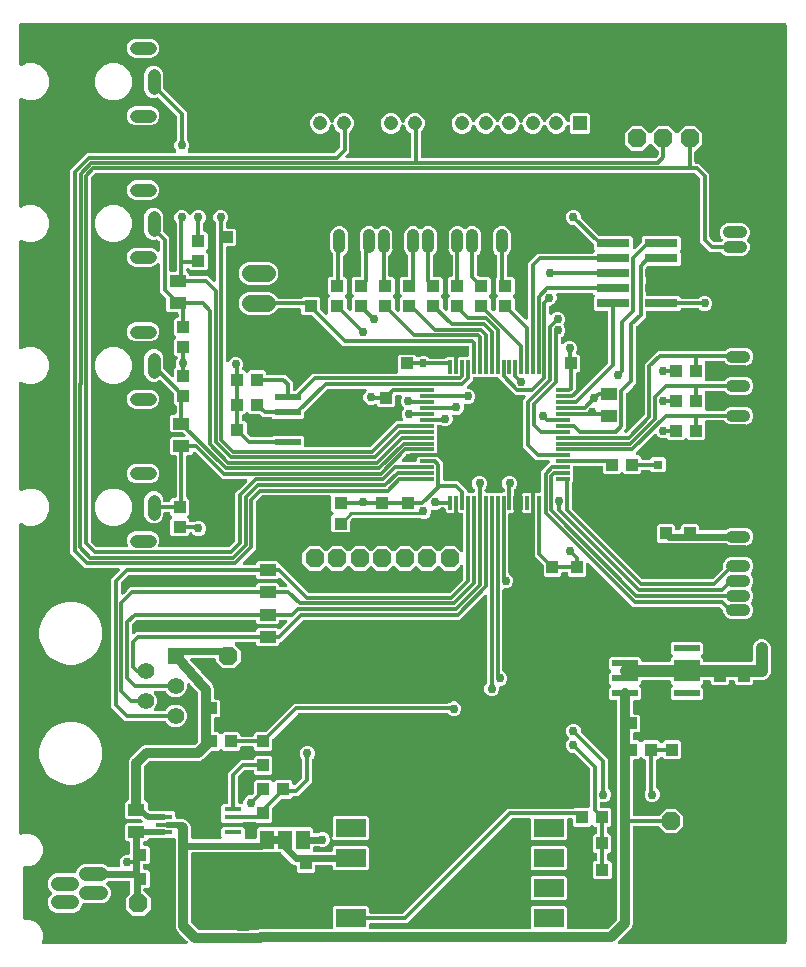
<source format=gbr>
G04 EAGLE Gerber RS-274X export*
G75*
%MOMM*%
%FSLAX34Y34*%
%LPD*%
%INTop Copper*%
%IPPOS*%
%AMOC8*
5,1,8,0,0,1.08239X$1,22.5*%
G01*
%ADD10R,1.587500X0.635000*%
%ADD11R,1.193800X0.304800*%
%ADD12R,0.304800X1.193800*%
%ADD13R,2.794000X0.736600*%
%ADD14R,1.398000X1.398000*%
%ADD15C,1.398000*%
%ADD16C,1.308000*%
%ADD17C,1.108000*%
%ADD18C,1.208000*%
%ADD19R,1.100000X1.000000*%
%ADD20C,1.422400*%
%ADD21R,1.000000X1.100000*%
%ADD22R,0.800000X0.800000*%
%ADD23R,2.200000X0.600000*%
%ADD24R,2.540000X1.520000*%
%ADD25R,1.475000X0.450000*%
%ADD26C,1.016000*%
%ADD27R,1.400000X1.000000*%
%ADD28C,1.208000*%
%ADD29R,1.208000X1.208000*%
%ADD30C,5.842000*%
%ADD31P,1.732040X8X22.500000*%
%ADD32R,1.168400X1.600200*%
%ADD33C,0.756400*%
%ADD34C,0.304800*%
%ADD35C,0.609600*%
%ADD36C,0.254000*%
%ADD37C,0.812800*%
%ADD38C,0.508000*%
%ADD39C,0.406400*%

G36*
X151546Y10172D02*
X151546Y10172D01*
X151646Y10174D01*
X151719Y10192D01*
X151793Y10201D01*
X151887Y10234D01*
X151984Y10259D01*
X152051Y10293D01*
X152121Y10318D01*
X152205Y10373D01*
X152294Y10419D01*
X152351Y10467D01*
X152413Y10507D01*
X152483Y10579D01*
X152560Y10644D01*
X152604Y10704D01*
X152656Y10758D01*
X152707Y10844D01*
X152767Y10925D01*
X152796Y10993D01*
X152834Y11057D01*
X152865Y11153D01*
X152905Y11245D01*
X152918Y11318D01*
X152941Y11389D01*
X152949Y11489D01*
X152967Y11588D01*
X152963Y11662D01*
X152969Y11736D01*
X152954Y11836D01*
X152949Y11936D01*
X152928Y12007D01*
X152917Y12081D01*
X152880Y12174D01*
X152852Y12271D01*
X152816Y12336D01*
X152788Y12405D01*
X152731Y12487D01*
X152682Y12575D01*
X152617Y12651D01*
X152589Y12691D01*
X152563Y12715D01*
X152523Y12761D01*
X145698Y19587D01*
X143626Y21659D01*
X142620Y24086D01*
X142620Y98236D01*
X142617Y98262D01*
X142619Y98288D01*
X142597Y98435D01*
X142580Y98582D01*
X142572Y98607D01*
X142568Y98633D01*
X142513Y98771D01*
X142463Y98910D01*
X142449Y98932D01*
X142439Y98957D01*
X142354Y99078D01*
X142274Y99203D01*
X142255Y99221D01*
X142240Y99243D01*
X142130Y99342D01*
X142023Y99445D01*
X142001Y99459D01*
X141981Y99476D01*
X141851Y99548D01*
X141724Y99624D01*
X141699Y99632D01*
X141676Y99645D01*
X141533Y99685D01*
X141392Y99730D01*
X141366Y99732D01*
X141341Y99740D01*
X141097Y99759D01*
X134559Y99759D01*
X134557Y99759D01*
X134555Y99759D01*
X134383Y99739D01*
X134213Y99719D01*
X134211Y99719D01*
X134209Y99718D01*
X133976Y99643D01*
X133556Y99469D01*
X120318Y99469D01*
X120193Y99455D01*
X120067Y99448D01*
X120020Y99435D01*
X119972Y99429D01*
X119853Y99387D01*
X119732Y99352D01*
X119690Y99328D01*
X119644Y99312D01*
X119538Y99243D01*
X119428Y99182D01*
X119381Y99142D01*
X119351Y99123D01*
X119318Y99088D01*
X119241Y99023D01*
X117477Y97259D01*
X116537Y97259D01*
X116511Y97256D01*
X116485Y97258D01*
X116338Y97236D01*
X116191Y97219D01*
X116166Y97211D01*
X116140Y97207D01*
X116002Y97152D01*
X115863Y97102D01*
X115841Y97088D01*
X115816Y97078D01*
X115695Y96993D01*
X115570Y96913D01*
X115552Y96894D01*
X115530Y96879D01*
X115431Y96769D01*
X115328Y96662D01*
X115314Y96640D01*
X115297Y96620D01*
X115225Y96490D01*
X115149Y96363D01*
X115141Y96338D01*
X115128Y96315D01*
X115088Y96172D01*
X115043Y96031D01*
X115041Y96005D01*
X115033Y95980D01*
X115014Y95736D01*
X115014Y94789D01*
X115017Y94763D01*
X115015Y94737D01*
X115037Y94590D01*
X115054Y94443D01*
X115062Y94418D01*
X115066Y94392D01*
X115121Y94254D01*
X115171Y94115D01*
X115185Y94093D01*
X115195Y94068D01*
X115280Y93947D01*
X115360Y93822D01*
X115379Y93804D01*
X115394Y93782D01*
X115504Y93683D01*
X115611Y93580D01*
X115633Y93566D01*
X115653Y93549D01*
X115783Y93477D01*
X115910Y93401D01*
X115935Y93393D01*
X115958Y93380D01*
X116101Y93340D01*
X116242Y93295D01*
X116268Y93293D01*
X116293Y93285D01*
X116537Y93266D01*
X119337Y93266D01*
X120826Y91777D01*
X120826Y79673D01*
X119337Y78184D01*
X116537Y78184D01*
X116511Y78181D01*
X116485Y78183D01*
X116338Y78161D01*
X116191Y78144D01*
X116166Y78136D01*
X116140Y78132D01*
X116002Y78077D01*
X115863Y78027D01*
X115841Y78013D01*
X115816Y78003D01*
X115695Y77918D01*
X115570Y77838D01*
X115552Y77819D01*
X115530Y77804D01*
X115431Y77694D01*
X115328Y77587D01*
X115314Y77565D01*
X115297Y77545D01*
X115225Y77415D01*
X115149Y77288D01*
X115141Y77263D01*
X115128Y77240D01*
X115088Y77097D01*
X115043Y76956D01*
X115041Y76930D01*
X115033Y76905D01*
X115014Y76661D01*
X115014Y74469D01*
X115017Y74443D01*
X115015Y74417D01*
X115037Y74270D01*
X115054Y74123D01*
X115062Y74098D01*
X115066Y74072D01*
X115121Y73934D01*
X115171Y73795D01*
X115185Y73773D01*
X115195Y73748D01*
X115280Y73627D01*
X115360Y73502D01*
X115379Y73484D01*
X115394Y73462D01*
X115504Y73363D01*
X115611Y73260D01*
X115633Y73246D01*
X115653Y73229D01*
X115783Y73157D01*
X115910Y73081D01*
X115935Y73073D01*
X115958Y73060D01*
X116101Y73020D01*
X116242Y72975D01*
X116268Y72973D01*
X116293Y72965D01*
X116537Y72946D01*
X119337Y72946D01*
X120826Y71457D01*
X120826Y59353D01*
X119337Y57864D01*
X116722Y57864D01*
X116696Y57861D01*
X116670Y57863D01*
X116523Y57841D01*
X116376Y57824D01*
X116351Y57816D01*
X116325Y57812D01*
X116187Y57757D01*
X116048Y57707D01*
X116026Y57693D01*
X116001Y57683D01*
X115880Y57598D01*
X115755Y57518D01*
X115737Y57499D01*
X115715Y57484D01*
X115616Y57374D01*
X115513Y57267D01*
X115499Y57245D01*
X115482Y57225D01*
X115410Y57095D01*
X115334Y56968D01*
X115326Y56943D01*
X115313Y56920D01*
X115273Y56777D01*
X115228Y56636D01*
X115226Y56610D01*
X115218Y56585D01*
X115199Y56341D01*
X115199Y55915D01*
X115213Y55790D01*
X115220Y55664D01*
X115233Y55617D01*
X115239Y55569D01*
X115281Y55450D01*
X115316Y55329D01*
X115340Y55287D01*
X115356Y55241D01*
X115425Y55135D01*
X115486Y55025D01*
X115526Y54978D01*
X115545Y54948D01*
X115580Y54915D01*
X115645Y54838D01*
X121667Y48817D01*
X121667Y40083D01*
X115492Y33908D01*
X106758Y33908D01*
X100583Y40083D01*
X100583Y48817D01*
X103575Y51808D01*
X103654Y51907D01*
X103738Y52001D01*
X103762Y52044D01*
X103792Y52081D01*
X103846Y52196D01*
X103907Y52306D01*
X103920Y52353D01*
X103941Y52396D01*
X103967Y52520D01*
X104002Y52642D01*
X104007Y52702D01*
X104014Y52737D01*
X104013Y52785D01*
X104021Y52885D01*
X104021Y62228D01*
X104018Y62254D01*
X104020Y62280D01*
X103998Y62427D01*
X103981Y62574D01*
X103973Y62599D01*
X103969Y62625D01*
X103914Y62763D01*
X103864Y62902D01*
X103850Y62924D01*
X103840Y62949D01*
X103755Y63070D01*
X103675Y63195D01*
X103656Y63213D01*
X103641Y63235D01*
X103531Y63334D01*
X103424Y63437D01*
X103402Y63451D01*
X103382Y63468D01*
X103252Y63540D01*
X103125Y63616D01*
X103100Y63624D01*
X103077Y63637D01*
X102934Y63677D01*
X102793Y63722D01*
X102767Y63724D01*
X102742Y63732D01*
X102498Y63751D01*
X86267Y63751D01*
X86142Y63737D01*
X86015Y63730D01*
X85969Y63717D01*
X85921Y63711D01*
X85802Y63669D01*
X85680Y63634D01*
X85638Y63610D01*
X85593Y63594D01*
X85487Y63525D01*
X85376Y63464D01*
X85330Y63424D01*
X85300Y63405D01*
X85267Y63370D01*
X85190Y63305D01*
X84302Y62417D01*
X84286Y62396D01*
X84266Y62380D01*
X84178Y62261D01*
X84085Y62144D01*
X84074Y62120D01*
X84059Y62099D01*
X84000Y61963D01*
X83937Y61829D01*
X83931Y61803D01*
X83921Y61779D01*
X83894Y61633D01*
X83863Y61488D01*
X83864Y61462D01*
X83859Y61436D01*
X83867Y61288D01*
X83869Y61140D01*
X83876Y61114D01*
X83877Y61088D01*
X83918Y60945D01*
X83954Y60802D01*
X83966Y60779D01*
X83973Y60753D01*
X84046Y60624D01*
X84114Y60492D01*
X84131Y60472D01*
X84144Y60449D01*
X84302Y60263D01*
X86364Y58201D01*
X87671Y55047D01*
X87671Y51633D01*
X86364Y48479D01*
X83951Y46066D01*
X80797Y44759D01*
X65075Y44759D01*
X64999Y44751D01*
X64923Y44752D01*
X64826Y44731D01*
X64729Y44719D01*
X64657Y44694D01*
X64582Y44677D01*
X64493Y44635D01*
X64401Y44602D01*
X64336Y44560D01*
X64267Y44528D01*
X64191Y44466D01*
X64108Y44413D01*
X64055Y44358D01*
X63995Y44310D01*
X63934Y44233D01*
X63866Y44162D01*
X63826Y44097D01*
X63779Y44037D01*
X63711Y43903D01*
X63687Y43863D01*
X63681Y43845D01*
X63668Y43819D01*
X62284Y40479D01*
X59871Y38066D01*
X56717Y36759D01*
X41223Y36759D01*
X38069Y38066D01*
X35656Y40479D01*
X34349Y43633D01*
X34349Y47047D01*
X35656Y50201D01*
X37718Y52263D01*
X37734Y52283D01*
X37754Y52300D01*
X37843Y52420D01*
X37935Y52536D01*
X37946Y52560D01*
X37961Y52581D01*
X38020Y52717D01*
X38083Y52851D01*
X38089Y52877D01*
X38099Y52901D01*
X38126Y53047D01*
X38157Y53192D01*
X38156Y53218D01*
X38161Y53244D01*
X38153Y53392D01*
X38151Y53540D01*
X38144Y53566D01*
X38143Y53592D01*
X38102Y53734D01*
X38066Y53878D01*
X38054Y53901D01*
X38047Y53927D01*
X37974Y54056D01*
X37906Y54188D01*
X37889Y54208D01*
X37876Y54231D01*
X37718Y54417D01*
X35656Y56479D01*
X34349Y59633D01*
X34349Y63047D01*
X35656Y66201D01*
X38069Y68614D01*
X41223Y69921D01*
X56945Y69921D01*
X57021Y69929D01*
X57097Y69928D01*
X57194Y69949D01*
X57291Y69961D01*
X57363Y69986D01*
X57438Y70003D01*
X57527Y70045D01*
X57619Y70078D01*
X57684Y70120D01*
X57753Y70152D01*
X57829Y70214D01*
X57912Y70267D01*
X57965Y70322D01*
X58025Y70370D01*
X58086Y70447D01*
X58154Y70518D01*
X58194Y70583D01*
X58241Y70643D01*
X58309Y70777D01*
X58333Y70817D01*
X58339Y70835D01*
X58352Y70861D01*
X59736Y74201D01*
X62149Y76614D01*
X65303Y77921D01*
X80797Y77921D01*
X83951Y76614D01*
X85190Y75375D01*
X85289Y75296D01*
X85383Y75212D01*
X85425Y75188D01*
X85463Y75158D01*
X85577Y75104D01*
X85688Y75043D01*
X85735Y75030D01*
X85778Y75009D01*
X85902Y74983D01*
X86023Y74948D01*
X86084Y74943D01*
X86119Y74936D01*
X86167Y74937D01*
X86267Y74929D01*
X94318Y74929D01*
X94467Y74946D01*
X94617Y74958D01*
X94641Y74966D01*
X94665Y74969D01*
X94806Y75019D01*
X94949Y75065D01*
X94970Y75078D01*
X94993Y75086D01*
X95119Y75168D01*
X95248Y75245D01*
X95265Y75262D01*
X95285Y75275D01*
X95390Y75383D01*
X95498Y75488D01*
X95511Y75508D01*
X95528Y75526D01*
X95604Y75654D01*
X95686Y75781D01*
X95694Y75804D01*
X95706Y75825D01*
X95752Y75968D01*
X95803Y76110D01*
X95805Y76134D01*
X95813Y76157D01*
X95825Y76306D01*
X95842Y76456D01*
X95839Y76480D01*
X95841Y76504D01*
X95818Y76653D01*
X95801Y76802D01*
X95792Y76830D01*
X95789Y76849D01*
X95771Y76893D01*
X95726Y77035D01*
X95277Y78117D01*
X95277Y80633D01*
X96240Y82957D01*
X98018Y84735D01*
X100342Y85698D01*
X102313Y85698D01*
X102339Y85701D01*
X102365Y85699D01*
X102512Y85721D01*
X102659Y85738D01*
X102684Y85746D01*
X102710Y85750D01*
X102848Y85805D01*
X102987Y85855D01*
X103009Y85869D01*
X103034Y85879D01*
X103155Y85964D01*
X103280Y86044D01*
X103298Y86063D01*
X103320Y86078D01*
X103419Y86188D01*
X103522Y86295D01*
X103536Y86317D01*
X103553Y86337D01*
X103625Y86467D01*
X103701Y86594D01*
X103709Y86619D01*
X103722Y86642D01*
X103762Y86785D01*
X103807Y86926D01*
X103809Y86952D01*
X103817Y86977D01*
X103836Y87221D01*
X103836Y95736D01*
X103833Y95762D01*
X103835Y95788D01*
X103813Y95935D01*
X103796Y96082D01*
X103788Y96107D01*
X103784Y96133D01*
X103729Y96271D01*
X103679Y96410D01*
X103665Y96432D01*
X103655Y96457D01*
X103570Y96578D01*
X103490Y96703D01*
X103471Y96721D01*
X103456Y96743D01*
X103346Y96842D01*
X103239Y96945D01*
X103217Y96959D01*
X103197Y96976D01*
X103067Y97048D01*
X102940Y97124D01*
X102915Y97132D01*
X102892Y97145D01*
X102749Y97185D01*
X102608Y97230D01*
X102582Y97232D01*
X102557Y97240D01*
X102313Y97259D01*
X101373Y97259D01*
X99884Y98748D01*
X99884Y110852D01*
X101373Y112341D01*
X113197Y112341D01*
X113296Y112352D01*
X113397Y112354D01*
X113469Y112372D01*
X113543Y112381D01*
X113637Y112414D01*
X113735Y112439D01*
X113801Y112473D01*
X113871Y112498D01*
X113955Y112553D01*
X114045Y112599D01*
X114101Y112647D01*
X114164Y112687D01*
X114233Y112759D01*
X114310Y112824D01*
X114354Y112884D01*
X114406Y112938D01*
X114458Y113024D01*
X114517Y113105D01*
X114547Y113173D01*
X114585Y113237D01*
X114615Y113332D01*
X114655Y113425D01*
X114668Y113498D01*
X114691Y113569D01*
X114699Y113669D01*
X114717Y113768D01*
X114713Y113842D01*
X114719Y113916D01*
X114704Y114016D01*
X114699Y114116D01*
X114678Y114187D01*
X114667Y114261D01*
X114630Y114354D01*
X114602Y114451D01*
X114566Y114516D01*
X114539Y114585D01*
X114481Y114667D01*
X114432Y114755D01*
X114367Y114831D01*
X114340Y114871D01*
X114313Y114895D01*
X114274Y114941D01*
X113402Y115813D01*
X113302Y115892D01*
X113209Y115976D01*
X113166Y116000D01*
X113129Y116030D01*
X113014Y116084D01*
X112904Y116145D01*
X112857Y116158D01*
X112814Y116179D01*
X112690Y116205D01*
X112568Y116240D01*
X112508Y116245D01*
X112473Y116252D01*
X112425Y116251D01*
X112325Y116259D01*
X101373Y116259D01*
X99884Y117748D01*
X99884Y129852D01*
X101378Y131346D01*
X101496Y131364D01*
X101643Y131381D01*
X101668Y131389D01*
X101694Y131393D01*
X101832Y131448D01*
X101971Y131498D01*
X101993Y131512D01*
X102018Y131522D01*
X102139Y131607D01*
X102264Y131687D01*
X102282Y131706D01*
X102304Y131721D01*
X102403Y131831D01*
X102506Y131938D01*
X102520Y131960D01*
X102537Y131980D01*
X102609Y132110D01*
X102685Y132237D01*
X102693Y132262D01*
X102706Y132285D01*
X102746Y132428D01*
X102791Y132569D01*
X102793Y132595D01*
X102801Y132620D01*
X102820Y132864D01*
X102820Y164714D01*
X103826Y167141D01*
X105898Y169213D01*
X112297Y175612D01*
X114369Y177684D01*
X116796Y178690D01*
X158558Y178690D01*
X158684Y178704D01*
X158810Y178711D01*
X158856Y178724D01*
X158904Y178730D01*
X159023Y178772D01*
X159145Y178807D01*
X159187Y178831D01*
X159233Y178847D01*
X159339Y178916D01*
X159449Y178977D01*
X159495Y179017D01*
X159525Y179036D01*
X159559Y179071D01*
X159635Y179136D01*
X161224Y180725D01*
X161303Y180824D01*
X161387Y180918D01*
X161411Y180960D01*
X161441Y180998D01*
X161495Y181112D01*
X161556Y181223D01*
X161569Y181269D01*
X161590Y181313D01*
X161616Y181436D01*
X161651Y181558D01*
X161656Y181619D01*
X161663Y181653D01*
X161662Y181701D01*
X161670Y181802D01*
X161670Y222310D01*
X161660Y222395D01*
X161661Y222481D01*
X161641Y222568D01*
X161630Y222656D01*
X161601Y222737D01*
X161582Y222821D01*
X161543Y222900D01*
X161513Y222984D01*
X161466Y223056D01*
X161428Y223133D01*
X161351Y223235D01*
X161324Y223277D01*
X161305Y223295D01*
X161280Y223328D01*
X154787Y230554D01*
X154682Y230648D01*
X154580Y230746D01*
X154551Y230763D01*
X154526Y230785D01*
X154402Y230852D01*
X154281Y230924D01*
X154249Y230935D01*
X154219Y230951D01*
X154083Y230988D01*
X153949Y231031D01*
X153916Y231033D01*
X153883Y231042D01*
X153742Y231047D01*
X153602Y231059D01*
X153568Y231054D01*
X153535Y231055D01*
X153397Y231028D01*
X153257Y231007D01*
X153226Y230994D01*
X153193Y230988D01*
X153064Y230930D01*
X152933Y230878D01*
X152906Y230859D01*
X152875Y230845D01*
X152763Y230760D01*
X152647Y230679D01*
X152625Y230654D01*
X152598Y230634D01*
X152508Y230525D01*
X152414Y230420D01*
X152397Y230391D01*
X152376Y230365D01*
X152313Y230239D01*
X152245Y230115D01*
X152236Y230083D01*
X152221Y230053D01*
X152189Y229916D01*
X152150Y229780D01*
X152147Y229739D01*
X152141Y229714D01*
X152141Y229664D01*
X152131Y229536D01*
X152131Y226704D01*
X150680Y223201D01*
X147999Y220520D01*
X144496Y219069D01*
X140704Y219069D01*
X137201Y220520D01*
X134520Y223201D01*
X134357Y223595D01*
X134320Y223662D01*
X134292Y223733D01*
X134236Y223813D01*
X134188Y223900D01*
X134136Y223956D01*
X134093Y224019D01*
X134020Y224085D01*
X133954Y224158D01*
X133891Y224201D01*
X133834Y224252D01*
X133748Y224300D01*
X133667Y224356D01*
X133596Y224384D01*
X133529Y224421D01*
X133434Y224448D01*
X133343Y224484D01*
X133267Y224495D01*
X133194Y224516D01*
X133045Y224528D01*
X132998Y224535D01*
X132979Y224533D01*
X132950Y224535D01*
X125721Y224535D01*
X125621Y224524D01*
X125520Y224522D01*
X125448Y224504D01*
X125374Y224495D01*
X125280Y224462D01*
X125182Y224437D01*
X125116Y224403D01*
X125046Y224378D01*
X124962Y224323D01*
X124873Y224277D01*
X124816Y224229D01*
X124754Y224189D01*
X124684Y224117D01*
X124607Y224052D01*
X124563Y223992D01*
X124511Y223938D01*
X124460Y223852D01*
X124400Y223771D01*
X124371Y223703D01*
X124332Y223639D01*
X124302Y223544D01*
X124262Y223451D01*
X124249Y223378D01*
X124226Y223307D01*
X124218Y223207D01*
X124200Y223108D01*
X124204Y223034D01*
X124198Y222960D01*
X124213Y222860D01*
X124218Y222760D01*
X124239Y222689D01*
X124250Y222615D01*
X124287Y222522D01*
X124315Y222425D01*
X124351Y222360D01*
X124379Y222291D01*
X124436Y222209D01*
X124485Y222121D01*
X124550Y222045D01*
X124578Y222005D01*
X124604Y221981D01*
X124644Y221935D01*
X125280Y221299D01*
X126731Y217796D01*
X126731Y214004D01*
X125280Y210501D01*
X124644Y209865D01*
X124581Y209786D01*
X124511Y209714D01*
X124473Y209650D01*
X124427Y209592D01*
X124384Y209501D01*
X124332Y209415D01*
X124310Y209344D01*
X124278Y209277D01*
X124257Y209179D01*
X124226Y209083D01*
X124220Y209009D01*
X124205Y208936D01*
X124206Y208836D01*
X124198Y208736D01*
X124209Y208662D01*
X124211Y208588D01*
X124235Y208491D01*
X124250Y208391D01*
X124277Y208322D01*
X124296Y208250D01*
X124342Y208161D01*
X124379Y208067D01*
X124421Y208006D01*
X124455Y207940D01*
X124520Y207863D01*
X124578Y207781D01*
X124633Y207731D01*
X124681Y207675D01*
X124762Y207615D01*
X124836Y207548D01*
X124902Y207512D01*
X124961Y207467D01*
X125053Y207428D01*
X125141Y207379D01*
X125213Y207359D01*
X125281Y207329D01*
X125380Y207312D01*
X125477Y207284D01*
X125577Y207276D01*
X125624Y207268D01*
X125660Y207270D01*
X125721Y207265D01*
X132950Y207265D01*
X133026Y207273D01*
X133102Y207272D01*
X133198Y207293D01*
X133296Y207305D01*
X133368Y207330D01*
X133443Y207347D01*
X133532Y207389D01*
X133624Y207422D01*
X133688Y207464D01*
X133757Y207496D01*
X133834Y207558D01*
X133917Y207611D01*
X133970Y207666D01*
X134030Y207714D01*
X134091Y207791D01*
X134159Y207862D01*
X134198Y207927D01*
X134246Y207987D01*
X134314Y208120D01*
X134338Y208161D01*
X134344Y208179D01*
X134357Y208205D01*
X134520Y208599D01*
X137201Y211280D01*
X140704Y212731D01*
X144496Y212731D01*
X147999Y211280D01*
X150680Y208599D01*
X152131Y205096D01*
X152131Y201304D01*
X150680Y197801D01*
X147999Y195120D01*
X144496Y193669D01*
X140704Y193669D01*
X137201Y195120D01*
X134520Y197801D01*
X134357Y198195D01*
X134320Y198262D01*
X134292Y198333D01*
X134236Y198413D01*
X134188Y198500D01*
X134136Y198556D01*
X134093Y198619D01*
X134020Y198685D01*
X133954Y198758D01*
X133891Y198801D01*
X133834Y198852D01*
X133748Y198900D01*
X133667Y198956D01*
X133596Y198984D01*
X133529Y199021D01*
X133434Y199048D01*
X133343Y199084D01*
X133267Y199095D01*
X133194Y199116D01*
X133045Y199128D01*
X132998Y199135D01*
X132979Y199133D01*
X132950Y199135D01*
X99916Y199135D01*
X88010Y211041D01*
X88010Y319184D01*
X94902Y326075D01*
X94964Y326153D01*
X95034Y326226D01*
X95072Y326290D01*
X95118Y326348D01*
X95161Y326439D01*
X95213Y326525D01*
X95235Y326596D01*
X95267Y326663D01*
X95288Y326761D01*
X95319Y326857D01*
X95325Y326931D01*
X95340Y327004D01*
X95339Y327104D01*
X95347Y327204D01*
X95336Y327278D01*
X95334Y327352D01*
X95310Y327449D01*
X95295Y327549D01*
X95268Y327618D01*
X95249Y327690D01*
X95203Y327780D01*
X95166Y327873D01*
X95124Y327934D01*
X95090Y328000D01*
X95025Y328077D01*
X94967Y328159D01*
X94912Y328209D01*
X94864Y328265D01*
X94783Y328325D01*
X94709Y328392D01*
X94644Y328428D01*
X94584Y328473D01*
X94491Y328512D01*
X94404Y328561D01*
X94332Y328581D01*
X94264Y328611D01*
X94165Y328628D01*
X94068Y328656D01*
X93968Y328664D01*
X93921Y328672D01*
X93885Y328670D01*
X93824Y328675D01*
X65626Y328675D01*
X53085Y341216D01*
X53085Y665490D01*
X67554Y679959D01*
X141747Y679959D01*
X141847Y679970D01*
X141947Y679972D01*
X142019Y679990D01*
X142093Y679999D01*
X142188Y680032D01*
X142285Y680057D01*
X142351Y680091D01*
X142421Y680116D01*
X142506Y680171D01*
X142595Y680217D01*
X142652Y680265D01*
X142714Y680305D01*
X142784Y680377D01*
X142861Y680442D01*
X142905Y680502D01*
X142956Y680556D01*
X143008Y680642D01*
X143068Y680723D01*
X143097Y680791D01*
X143135Y680855D01*
X143166Y680950D01*
X143206Y681043D01*
X143219Y681116D01*
X143242Y681187D01*
X143250Y681287D01*
X143267Y681386D01*
X143264Y681460D01*
X143269Y681534D01*
X143255Y681633D01*
X143249Y681734D01*
X143229Y681805D01*
X143218Y681879D01*
X143181Y681972D01*
X143153Y682069D01*
X143117Y682134D01*
X143089Y682203D01*
X143032Y682285D01*
X142983Y682373D01*
X142918Y682449D01*
X142890Y682489D01*
X142864Y682513D01*
X142824Y682559D01*
X142595Y682788D01*
X141632Y685112D01*
X141632Y687628D01*
X142595Y689952D01*
X143444Y690801D01*
X143523Y690900D01*
X143607Y690994D01*
X143631Y691036D01*
X143661Y691074D01*
X143715Y691188D01*
X143776Y691299D01*
X143789Y691345D01*
X143810Y691389D01*
X143836Y691512D01*
X143871Y691634D01*
X143876Y691695D01*
X143883Y691730D01*
X143882Y691778D01*
X143890Y691878D01*
X143890Y710155D01*
X143876Y710281D01*
X143869Y710407D01*
X143856Y710454D01*
X143850Y710502D01*
X143808Y710621D01*
X143773Y710742D01*
X143749Y710784D01*
X143733Y710830D01*
X143664Y710936D01*
X143603Y711046D01*
X143563Y711092D01*
X143544Y711122D01*
X143509Y711156D01*
X143444Y711232D01*
X128229Y726447D01*
X128169Y726495D01*
X128116Y726550D01*
X128033Y726603D01*
X127956Y726664D01*
X127887Y726697D01*
X127823Y726738D01*
X127730Y726771D01*
X127641Y726813D01*
X127566Y726829D01*
X127494Y726855D01*
X127396Y726866D01*
X127300Y726886D01*
X127224Y726885D01*
X127148Y726894D01*
X127050Y726882D01*
X126952Y726880D01*
X126878Y726862D01*
X126802Y726853D01*
X126660Y726807D01*
X126614Y726795D01*
X126597Y726787D01*
X126569Y726778D01*
X125607Y726379D01*
X122393Y726379D01*
X119423Y727610D01*
X117150Y729883D01*
X115919Y732853D01*
X115919Y747147D01*
X117150Y750117D01*
X119423Y752390D01*
X122393Y753621D01*
X125607Y753621D01*
X128577Y752390D01*
X130850Y750117D01*
X132081Y747147D01*
X132081Y734724D01*
X132095Y734598D01*
X132102Y734472D01*
X132115Y734425D01*
X132121Y734377D01*
X132163Y734258D01*
X132198Y734137D01*
X132222Y734095D01*
X132238Y734049D01*
X132307Y733943D01*
X132368Y733833D01*
X132408Y733787D01*
X132427Y733757D01*
X132462Y733723D01*
X132527Y733647D01*
X152020Y714154D01*
X152020Y691878D01*
X152034Y691752D01*
X152041Y691626D01*
X152054Y691580D01*
X152060Y691532D01*
X152102Y691413D01*
X152137Y691291D01*
X152161Y691249D01*
X152177Y691204D01*
X152246Y691097D01*
X152307Y690987D01*
X152347Y690941D01*
X152366Y690911D01*
X152401Y690877D01*
X152466Y690801D01*
X153315Y689952D01*
X154278Y687628D01*
X154278Y685112D01*
X153315Y682788D01*
X153086Y682559D01*
X153023Y682481D01*
X152954Y682408D01*
X152915Y682344D01*
X152869Y682286D01*
X152826Y682195D01*
X152775Y682109D01*
X152752Y682038D01*
X152720Y681971D01*
X152699Y681873D01*
X152668Y681777D01*
X152663Y681703D01*
X152647Y681630D01*
X152649Y681530D01*
X152641Y681430D01*
X152652Y681356D01*
X152653Y681282D01*
X152677Y681184D01*
X152692Y681085D01*
X152720Y681016D01*
X152738Y680944D01*
X152784Y680855D01*
X152821Y680761D01*
X152863Y680700D01*
X152897Y680634D01*
X152963Y680558D01*
X153020Y680475D01*
X153075Y680425D01*
X153123Y680369D01*
X153204Y680309D01*
X153279Y680242D01*
X153344Y680206D01*
X153404Y680161D01*
X153496Y680122D01*
X153584Y680073D01*
X153655Y680053D01*
X153724Y680023D01*
X153822Y680006D01*
X153919Y679978D01*
X154019Y679970D01*
X154067Y679962D01*
X154102Y679964D01*
X154163Y679959D01*
X276704Y679959D01*
X276830Y679973D01*
X276956Y679980D01*
X277003Y679993D01*
X277051Y679999D01*
X277170Y680041D01*
X277291Y680076D01*
X277333Y680100D01*
X277379Y680116D01*
X277485Y680185D01*
X277595Y680246D01*
X277641Y680286D01*
X277671Y680305D01*
X277705Y680340D01*
X277781Y680405D01*
X281239Y683863D01*
X281318Y683962D01*
X281402Y684055D01*
X281426Y684098D01*
X281456Y684136D01*
X281510Y684250D01*
X281571Y684360D01*
X281584Y684407D01*
X281605Y684451D01*
X281631Y684574D01*
X281666Y684696D01*
X281671Y684757D01*
X281678Y684791D01*
X281677Y684839D01*
X281685Y684940D01*
X281685Y695917D01*
X281677Y695993D01*
X281678Y696070D01*
X281657Y696166D01*
X281645Y696264D01*
X281620Y696336D01*
X281603Y696410D01*
X281561Y696499D01*
X281528Y696592D01*
X281486Y696656D01*
X281454Y696725D01*
X281392Y696802D01*
X281339Y696885D01*
X281284Y696938D01*
X281236Y696997D01*
X281159Y697058D01*
X281088Y697127D01*
X281023Y697166D01*
X280963Y697213D01*
X280830Y697281D01*
X280789Y697306D01*
X280771Y697311D01*
X280745Y697325D01*
X280139Y697576D01*
X277726Y699989D01*
X276407Y703172D01*
X276359Y703260D01*
X276319Y703352D01*
X276274Y703412D01*
X276238Y703477D01*
X276171Y703551D01*
X276111Y703632D01*
X276054Y703680D01*
X276004Y703735D01*
X275921Y703792D01*
X275845Y703857D01*
X275778Y703891D01*
X275717Y703933D01*
X275624Y703970D01*
X275534Y704016D01*
X275462Y704034D01*
X275393Y704061D01*
X275294Y704076D01*
X275196Y704100D01*
X275122Y704101D01*
X275048Y704112D01*
X274948Y704103D01*
X274848Y704105D01*
X274775Y704089D01*
X274701Y704083D01*
X274605Y704052D01*
X274507Y704030D01*
X274440Y703999D01*
X274369Y703976D01*
X274283Y703924D01*
X274192Y703881D01*
X274134Y703834D01*
X274071Y703796D01*
X273998Y703726D01*
X273920Y703663D01*
X273874Y703605D01*
X273821Y703553D01*
X273766Y703469D01*
X273704Y703390D01*
X273658Y703300D01*
X273632Y703260D01*
X273620Y703226D01*
X273593Y703172D01*
X272274Y699989D01*
X269861Y697576D01*
X266707Y696269D01*
X263293Y696269D01*
X260139Y697576D01*
X257726Y699989D01*
X256419Y703143D01*
X256419Y706557D01*
X257726Y709711D01*
X260139Y712124D01*
X263293Y713431D01*
X266707Y713431D01*
X269861Y712124D01*
X272274Y709711D01*
X273593Y706528D01*
X273642Y706440D01*
X273682Y706348D01*
X273726Y706288D01*
X273762Y706223D01*
X273829Y706149D01*
X273889Y706068D01*
X273946Y706020D01*
X273996Y705965D01*
X274079Y705908D01*
X274155Y705843D01*
X274222Y705809D01*
X274283Y705767D01*
X274376Y705730D01*
X274466Y705684D01*
X274538Y705666D01*
X274607Y705639D01*
X274707Y705624D01*
X274804Y705600D01*
X274878Y705599D01*
X274952Y705588D01*
X275052Y705597D01*
X275152Y705595D01*
X275225Y705611D01*
X275299Y705617D01*
X275395Y705648D01*
X275493Y705670D01*
X275560Y705701D01*
X275631Y705724D01*
X275717Y705776D01*
X275808Y705819D01*
X275866Y705866D01*
X275929Y705904D01*
X276001Y705974D01*
X276080Y706037D01*
X276126Y706095D01*
X276179Y706147D01*
X276234Y706231D01*
X276296Y706310D01*
X276342Y706400D01*
X276368Y706440D01*
X276380Y706474D01*
X276407Y706528D01*
X277726Y709711D01*
X280139Y712124D01*
X283293Y713431D01*
X286707Y713431D01*
X289861Y712124D01*
X292274Y709711D01*
X293581Y706557D01*
X293581Y703143D01*
X292274Y699989D01*
X290261Y697976D01*
X290182Y697877D01*
X290098Y697783D01*
X290074Y697741D01*
X290044Y697703D01*
X289990Y697589D01*
X289929Y697478D01*
X289916Y697431D01*
X289895Y697388D01*
X289869Y697264D01*
X289834Y697143D01*
X289829Y697082D01*
X289822Y697047D01*
X289823Y696999D01*
X289815Y696899D01*
X289815Y680941D01*
X286988Y678114D01*
X286861Y677987D01*
X286798Y677909D01*
X286728Y677836D01*
X286690Y677772D01*
X286644Y677714D01*
X286601Y677623D01*
X286549Y677537D01*
X286527Y677466D01*
X286495Y677399D01*
X286474Y677301D01*
X286443Y677205D01*
X286437Y677131D01*
X286422Y677058D01*
X286423Y676958D01*
X286415Y676858D01*
X286426Y676784D01*
X286428Y676710D01*
X286452Y676613D01*
X286467Y676513D01*
X286494Y676444D01*
X286512Y676372D01*
X286559Y676283D01*
X286596Y676189D01*
X286638Y676128D01*
X286672Y676062D01*
X286737Y675986D01*
X286795Y675903D01*
X286850Y675853D01*
X286898Y675797D01*
X286979Y675737D01*
X287053Y675670D01*
X287118Y675634D01*
X287178Y675590D01*
X287270Y675550D01*
X287358Y675501D01*
X287430Y675481D01*
X287498Y675451D01*
X287597Y675434D01*
X287694Y675406D01*
X287794Y675398D01*
X287841Y675390D01*
X287877Y675392D01*
X287938Y675387D01*
X340487Y675387D01*
X340513Y675390D01*
X340539Y675388D01*
X340686Y675410D01*
X340833Y675427D01*
X340858Y675435D01*
X340884Y675439D01*
X341022Y675494D01*
X341161Y675544D01*
X341183Y675558D01*
X341208Y675568D01*
X341329Y675653D01*
X341454Y675733D01*
X341472Y675752D01*
X341494Y675767D01*
X341593Y675877D01*
X341696Y675984D01*
X341710Y676006D01*
X341727Y676026D01*
X341799Y676156D01*
X341875Y676283D01*
X341883Y676308D01*
X341896Y676331D01*
X341936Y676474D01*
X341981Y676615D01*
X341983Y676641D01*
X341991Y676666D01*
X342010Y676910D01*
X342010Y695783D01*
X342002Y695859D01*
X342003Y695935D01*
X341982Y696031D01*
X341970Y696129D01*
X341945Y696201D01*
X341928Y696276D01*
X341886Y696365D01*
X341853Y696457D01*
X341811Y696521D01*
X341779Y696590D01*
X341717Y696667D01*
X341664Y696750D01*
X341609Y696803D01*
X341561Y696863D01*
X341484Y696924D01*
X341413Y696992D01*
X341348Y697031D01*
X341288Y697079D01*
X341155Y697147D01*
X341114Y697171D01*
X341096Y697177D01*
X341070Y697190D01*
X340139Y697576D01*
X337726Y699989D01*
X336407Y703172D01*
X336359Y703260D01*
X336319Y703352D01*
X336274Y703412D01*
X336238Y703477D01*
X336171Y703551D01*
X336111Y703632D01*
X336054Y703680D01*
X336004Y703735D01*
X335921Y703792D01*
X335845Y703857D01*
X335778Y703891D01*
X335717Y703933D01*
X335624Y703970D01*
X335534Y704016D01*
X335462Y704034D01*
X335393Y704061D01*
X335294Y704076D01*
X335196Y704100D01*
X335122Y704101D01*
X335048Y704112D01*
X334948Y704103D01*
X334848Y704105D01*
X334775Y704089D01*
X334701Y704083D01*
X334605Y704052D01*
X334507Y704030D01*
X334440Y703999D01*
X334369Y703976D01*
X334283Y703924D01*
X334192Y703881D01*
X334134Y703834D01*
X334071Y703796D01*
X333998Y703726D01*
X333920Y703663D01*
X333874Y703605D01*
X333821Y703553D01*
X333766Y703469D01*
X333704Y703390D01*
X333658Y703300D01*
X333632Y703260D01*
X333620Y703226D01*
X333593Y703172D01*
X332274Y699989D01*
X329861Y697576D01*
X326707Y696269D01*
X323293Y696269D01*
X320139Y697576D01*
X317726Y699989D01*
X316419Y703143D01*
X316419Y706557D01*
X317726Y709711D01*
X320139Y712124D01*
X323293Y713431D01*
X326707Y713431D01*
X329861Y712124D01*
X332274Y709711D01*
X333593Y706528D01*
X333642Y706440D01*
X333682Y706348D01*
X333726Y706288D01*
X333762Y706223D01*
X333829Y706149D01*
X333889Y706068D01*
X333946Y706020D01*
X333996Y705965D01*
X334079Y705908D01*
X334155Y705843D01*
X334222Y705809D01*
X334283Y705767D01*
X334376Y705730D01*
X334466Y705684D01*
X334538Y705666D01*
X334607Y705639D01*
X334707Y705624D01*
X334804Y705600D01*
X334878Y705599D01*
X334952Y705588D01*
X335052Y705597D01*
X335152Y705595D01*
X335225Y705611D01*
X335299Y705617D01*
X335395Y705648D01*
X335493Y705670D01*
X335560Y705701D01*
X335631Y705724D01*
X335717Y705776D01*
X335808Y705819D01*
X335866Y705866D01*
X335929Y705904D01*
X336001Y705974D01*
X336080Y706037D01*
X336126Y706095D01*
X336179Y706147D01*
X336234Y706231D01*
X336296Y706310D01*
X336342Y706400D01*
X336368Y706440D01*
X336380Y706474D01*
X336407Y706528D01*
X337726Y709711D01*
X340139Y712124D01*
X343293Y713431D01*
X346707Y713431D01*
X349861Y712124D01*
X352274Y709711D01*
X353581Y706557D01*
X353581Y703143D01*
X352274Y699989D01*
X350586Y698301D01*
X350507Y698202D01*
X350423Y698108D01*
X350399Y698066D01*
X350369Y698028D01*
X350315Y697914D01*
X350254Y697803D01*
X350241Y697756D01*
X350220Y697713D01*
X350194Y697589D01*
X350159Y697468D01*
X350154Y697407D01*
X350147Y697372D01*
X350148Y697324D01*
X350140Y697224D01*
X350140Y676910D01*
X350143Y676884D01*
X350141Y676858D01*
X350163Y676711D01*
X350180Y676564D01*
X350188Y676539D01*
X350192Y676513D01*
X350247Y676375D01*
X350297Y676236D01*
X350311Y676214D01*
X350321Y676189D01*
X350406Y676068D01*
X350486Y675943D01*
X350505Y675925D01*
X350520Y675903D01*
X350630Y675804D01*
X350737Y675701D01*
X350759Y675687D01*
X350779Y675670D01*
X350909Y675598D01*
X351036Y675522D01*
X351061Y675514D01*
X351084Y675501D01*
X351227Y675461D01*
X351368Y675416D01*
X351394Y675414D01*
X351419Y675406D01*
X351663Y675387D01*
X548357Y675387D01*
X548483Y675401D01*
X548609Y675408D01*
X548656Y675421D01*
X548704Y675427D01*
X548823Y675469D01*
X548944Y675504D01*
X548986Y675528D01*
X549032Y675544D01*
X549138Y675613D01*
X549248Y675674D01*
X549294Y675714D01*
X549324Y675733D01*
X549358Y675768D01*
X549434Y675833D01*
X551114Y677513D01*
X551193Y677612D01*
X551277Y677705D01*
X551301Y677748D01*
X551331Y677786D01*
X551385Y677900D01*
X551446Y678010D01*
X551459Y678057D01*
X551480Y678101D01*
X551506Y678224D01*
X551541Y678346D01*
X551546Y678407D01*
X551553Y678441D01*
X551552Y678489D01*
X551560Y678590D01*
X551560Y680676D01*
X551546Y680801D01*
X551539Y680927D01*
X551526Y680974D01*
X551520Y681022D01*
X551478Y681141D01*
X551443Y681262D01*
X551419Y681304D01*
X551403Y681350D01*
X551334Y681456D01*
X551273Y681566D01*
X551233Y681613D01*
X551214Y681643D01*
X551179Y681676D01*
X551114Y681753D01*
X545590Y687277D01*
X545569Y687293D01*
X545552Y687313D01*
X545433Y687402D01*
X545317Y687494D01*
X545293Y687505D01*
X545272Y687521D01*
X545136Y687579D01*
X545002Y687643D01*
X544976Y687648D01*
X544952Y687659D01*
X544806Y687685D01*
X544661Y687716D01*
X544635Y687716D01*
X544609Y687720D01*
X544460Y687713D01*
X544312Y687710D01*
X544287Y687704D01*
X544261Y687702D01*
X544118Y687661D01*
X543974Y687625D01*
X543951Y687613D01*
X543926Y687606D01*
X543797Y687533D01*
X543665Y687465D01*
X543645Y687448D01*
X543622Y687436D01*
X543435Y687277D01*
X537767Y681608D01*
X529033Y681608D01*
X522858Y687783D01*
X522858Y696517D01*
X529033Y702692D01*
X537767Y702692D01*
X543435Y697023D01*
X543456Y697007D01*
X543473Y696987D01*
X543592Y696898D01*
X543708Y696806D01*
X543732Y696795D01*
X543753Y696779D01*
X543889Y696721D01*
X544024Y696657D01*
X544049Y696652D01*
X544073Y696641D01*
X544220Y696615D01*
X544364Y696584D01*
X544390Y696584D01*
X544416Y696580D01*
X544565Y696587D01*
X544713Y696590D01*
X544738Y696596D01*
X544764Y696598D01*
X544907Y696639D01*
X545051Y696675D01*
X545074Y696687D01*
X545099Y696694D01*
X545229Y696767D01*
X545360Y696835D01*
X545380Y696852D01*
X545403Y696864D01*
X545590Y697023D01*
X551258Y702692D01*
X559992Y702692D01*
X565660Y697023D01*
X565681Y697007D01*
X565698Y696987D01*
X565817Y696898D01*
X565933Y696806D01*
X565957Y696795D01*
X565978Y696779D01*
X566114Y696721D01*
X566249Y696657D01*
X566274Y696652D01*
X566298Y696641D01*
X566445Y696615D01*
X566589Y696584D01*
X566615Y696584D01*
X566641Y696580D01*
X566790Y696587D01*
X566938Y696590D01*
X566963Y696596D01*
X566989Y696598D01*
X567132Y696639D01*
X567276Y696675D01*
X567299Y696687D01*
X567324Y696694D01*
X567454Y696767D01*
X567585Y696835D01*
X567605Y696852D01*
X567628Y696864D01*
X567815Y697023D01*
X573483Y702692D01*
X582217Y702692D01*
X588392Y696517D01*
X588392Y687783D01*
X582361Y681753D01*
X582282Y681654D01*
X582198Y681560D01*
X582174Y681517D01*
X582144Y681480D01*
X582090Y681365D01*
X582029Y681255D01*
X582016Y681208D01*
X581995Y681165D01*
X581969Y681041D01*
X581934Y680919D01*
X581929Y680859D01*
X581922Y680824D01*
X581923Y680776D01*
X581915Y680676D01*
X581915Y672338D01*
X581918Y672312D01*
X581916Y672286D01*
X581938Y672139D01*
X581955Y671992D01*
X581963Y671967D01*
X581967Y671941D01*
X582022Y671803D01*
X582072Y671664D01*
X582086Y671642D01*
X582096Y671617D01*
X582181Y671496D01*
X582261Y671371D01*
X582280Y671353D01*
X582295Y671331D01*
X582405Y671232D01*
X582512Y671129D01*
X582534Y671115D01*
X582554Y671098D01*
X582684Y671026D01*
X582811Y670950D01*
X582836Y670942D01*
X582859Y670929D01*
X583002Y670889D01*
X583143Y670844D01*
X583169Y670842D01*
X583194Y670834D01*
X583438Y670815D01*
X585884Y670815D01*
X594615Y662084D01*
X594615Y608740D01*
X594629Y608614D01*
X594636Y608488D01*
X594649Y608441D01*
X594655Y608393D01*
X594697Y608274D01*
X594732Y608153D01*
X594756Y608111D01*
X594772Y608065D01*
X594841Y607959D01*
X594902Y607849D01*
X594942Y607803D01*
X594961Y607773D01*
X594996Y607739D01*
X595061Y607663D01*
X598138Y604586D01*
X598237Y604507D01*
X598330Y604423D01*
X598373Y604399D01*
X598411Y604369D01*
X598525Y604315D01*
X598635Y604254D01*
X598682Y604241D01*
X598726Y604220D01*
X598849Y604194D01*
X598971Y604159D01*
X599032Y604154D01*
X599066Y604147D01*
X599114Y604148D01*
X599215Y604140D01*
X603526Y604140D01*
X603652Y604154D01*
X603778Y604161D01*
X603825Y604174D01*
X603873Y604180D01*
X603992Y604222D01*
X604113Y604257D01*
X604155Y604281D01*
X604201Y604297D01*
X604307Y604366D01*
X604417Y604427D01*
X604464Y604467D01*
X604494Y604486D01*
X604527Y604521D01*
X604604Y604586D01*
X605266Y605248D01*
X605282Y605268D01*
X605302Y605285D01*
X605390Y605405D01*
X605482Y605521D01*
X605493Y605545D01*
X605509Y605566D01*
X605568Y605702D01*
X605631Y605836D01*
X605637Y605862D01*
X605647Y605886D01*
X605673Y606032D01*
X605704Y606177D01*
X605704Y606203D01*
X605709Y606229D01*
X605701Y606377D01*
X605698Y606525D01*
X605692Y606551D01*
X605691Y606577D01*
X605650Y606719D01*
X605613Y606863D01*
X605601Y606887D01*
X605594Y606912D01*
X605522Y607041D01*
X605454Y607173D01*
X605437Y607193D01*
X605424Y607216D01*
X605266Y607402D01*
X604409Y608258D01*
X603249Y611059D01*
X603249Y614091D01*
X604410Y616892D01*
X606553Y619035D01*
X609354Y620196D01*
X622546Y620196D01*
X625347Y619035D01*
X627490Y616892D01*
X628651Y614091D01*
X628651Y611059D01*
X627491Y608258D01*
X626634Y607402D01*
X626618Y607382D01*
X626598Y607365D01*
X626510Y607245D01*
X626418Y607129D01*
X626407Y607105D01*
X626391Y607084D01*
X626332Y606948D01*
X626269Y606814D01*
X626263Y606788D01*
X626253Y606764D01*
X626227Y606618D01*
X626196Y606473D01*
X626196Y606447D01*
X626191Y606421D01*
X626199Y606273D01*
X626202Y606125D01*
X626208Y606099D01*
X626209Y606073D01*
X626250Y605931D01*
X626287Y605787D01*
X626299Y605764D01*
X626306Y605738D01*
X626378Y605609D01*
X626446Y605477D01*
X626463Y605457D01*
X626476Y605434D01*
X626634Y605248D01*
X627490Y604392D01*
X628651Y601591D01*
X628651Y598559D01*
X627490Y595758D01*
X625347Y593615D01*
X622546Y592454D01*
X609354Y592454D01*
X606553Y593614D01*
X604604Y595564D01*
X604505Y595643D01*
X604411Y595727D01*
X604368Y595751D01*
X604331Y595781D01*
X604216Y595835D01*
X604106Y595896D01*
X604059Y595909D01*
X604015Y595930D01*
X603892Y595956D01*
X603770Y595991D01*
X603710Y595996D01*
X603675Y596003D01*
X603627Y596002D01*
X603526Y596010D01*
X595216Y596010D01*
X586485Y604741D01*
X586485Y658085D01*
X586471Y658211D01*
X586464Y658337D01*
X586451Y658384D01*
X586445Y658432D01*
X586403Y658551D01*
X586368Y658672D01*
X586344Y658714D01*
X586328Y658760D01*
X586259Y658866D01*
X586198Y658976D01*
X586158Y659022D01*
X586139Y659052D01*
X586104Y659086D01*
X586039Y659162D01*
X582962Y662239D01*
X582863Y662318D01*
X582770Y662402D01*
X582727Y662426D01*
X582689Y662456D01*
X582575Y662510D01*
X582465Y662571D01*
X582418Y662584D01*
X582374Y662605D01*
X582251Y662631D01*
X582129Y662666D01*
X582068Y662671D01*
X582034Y662678D01*
X581986Y662677D01*
X581885Y662685D01*
X75340Y662685D01*
X75214Y662671D01*
X75088Y662664D01*
X75041Y662651D01*
X74993Y662645D01*
X74874Y662603D01*
X74753Y662568D01*
X74711Y662544D01*
X74665Y662528D01*
X74559Y662459D01*
X74449Y662398D01*
X74402Y662358D01*
X74372Y662339D01*
X74339Y662304D01*
X74263Y662239D01*
X71186Y659162D01*
X71107Y659063D01*
X71023Y658970D01*
X70999Y658927D01*
X70969Y658889D01*
X70915Y658775D01*
X70854Y658665D01*
X70841Y658618D01*
X70820Y658574D01*
X70794Y658451D01*
X70759Y658329D01*
X70754Y658268D01*
X70747Y658234D01*
X70748Y658186D01*
X70740Y658085D01*
X70740Y351565D01*
X70754Y351439D01*
X70761Y351313D01*
X70774Y351266D01*
X70780Y351218D01*
X70822Y351099D01*
X70857Y350978D01*
X70881Y350936D01*
X70897Y350890D01*
X70966Y350784D01*
X71027Y350674D01*
X71067Y350627D01*
X71086Y350597D01*
X71121Y350564D01*
X71186Y350488D01*
X75279Y346395D01*
X75378Y346316D01*
X75471Y346232D01*
X75514Y346208D01*
X75552Y346178D01*
X75666Y346124D01*
X75776Y346063D01*
X75823Y346050D01*
X75867Y346029D01*
X75990Y346003D01*
X76112Y345968D01*
X76173Y345963D01*
X76207Y345956D01*
X76255Y345957D01*
X76356Y345949D01*
X100733Y345949D01*
X100882Y345966D01*
X101032Y345978D01*
X101056Y345986D01*
X101079Y345989D01*
X101221Y346039D01*
X101364Y346085D01*
X101385Y346098D01*
X101408Y346106D01*
X101534Y346188D01*
X101663Y346265D01*
X101680Y346282D01*
X101700Y346295D01*
X101805Y346403D01*
X101913Y346508D01*
X101926Y346528D01*
X101943Y346546D01*
X102020Y346675D01*
X102101Y346801D01*
X102109Y346824D01*
X102121Y346845D01*
X102167Y346988D01*
X102218Y347130D01*
X102220Y347154D01*
X102228Y347177D01*
X102240Y347326D01*
X102256Y347476D01*
X102254Y347500D01*
X102256Y347524D01*
X102233Y347673D01*
X102216Y347822D01*
X102207Y347850D01*
X102204Y347869D01*
X102186Y347913D01*
X102140Y348055D01*
X101379Y349893D01*
X101379Y353107D01*
X102610Y356077D01*
X104883Y358350D01*
X107853Y359581D01*
X122147Y359581D01*
X125117Y358350D01*
X127390Y356077D01*
X128621Y353107D01*
X128621Y349893D01*
X127860Y348055D01*
X127818Y347910D01*
X127772Y347767D01*
X127770Y347743D01*
X127764Y347720D01*
X127756Y347569D01*
X127744Y347420D01*
X127748Y347396D01*
X127747Y347372D01*
X127774Y347224D01*
X127796Y347075D01*
X127805Y347053D01*
X127809Y347029D01*
X127869Y346891D01*
X127925Y346751D01*
X127939Y346731D01*
X127948Y346709D01*
X128038Y346588D01*
X128124Y346465D01*
X128142Y346449D01*
X128156Y346429D01*
X128271Y346332D01*
X128383Y346232D01*
X128404Y346220D01*
X128422Y346204D01*
X128556Y346136D01*
X128688Y346063D01*
X128711Y346057D01*
X128732Y346046D01*
X128878Y346009D01*
X129023Y345968D01*
X129052Y345966D01*
X129071Y345961D01*
X129118Y345961D01*
X129267Y345949D01*
X186938Y345949D01*
X187063Y345963D01*
X187190Y345970D01*
X187236Y345983D01*
X187284Y345989D01*
X187403Y346031D01*
X187524Y346066D01*
X187567Y346090D01*
X187612Y346106D01*
X187718Y346175D01*
X187829Y346236D01*
X187875Y346276D01*
X187905Y346295D01*
X187938Y346330D01*
X188015Y346395D01*
X192720Y351100D01*
X192799Y351199D01*
X192883Y351293D01*
X192907Y351335D01*
X192937Y351373D01*
X192991Y351487D01*
X193052Y351598D01*
X193065Y351645D01*
X193086Y351688D01*
X193112Y351812D01*
X193147Y351933D01*
X193152Y351994D01*
X193159Y352029D01*
X193158Y352077D01*
X193166Y352177D01*
X193166Y391805D01*
X195993Y394632D01*
X195993Y394633D01*
X202874Y401513D01*
X202936Y401591D01*
X203006Y401664D01*
X203044Y401728D01*
X203091Y401786D01*
X203133Y401877D01*
X203185Y401963D01*
X203208Y402034D01*
X203239Y402101D01*
X203261Y402199D01*
X203291Y402295D01*
X203297Y402369D01*
X203313Y402442D01*
X203311Y402542D01*
X203319Y402642D01*
X203308Y402716D01*
X203307Y402790D01*
X203282Y402887D01*
X203267Y402987D01*
X203240Y403056D01*
X203222Y403128D01*
X203176Y403218D01*
X203139Y403311D01*
X203096Y403372D01*
X203062Y403438D01*
X202997Y403515D01*
X202940Y403597D01*
X202885Y403647D01*
X202836Y403703D01*
X202756Y403763D01*
X202681Y403830D01*
X202616Y403866D01*
X202556Y403911D01*
X202464Y403950D01*
X202376Y403999D01*
X202304Y404019D01*
X202236Y404049D01*
X202137Y404066D01*
X202041Y404094D01*
X201941Y404102D01*
X201893Y404110D01*
X201857Y404108D01*
X201797Y404113D01*
X182022Y404113D01*
X159666Y426470D01*
X159588Y426532D01*
X159515Y426602D01*
X159451Y426640D01*
X159393Y426686D01*
X159302Y426729D01*
X159216Y426781D01*
X159145Y426803D01*
X159078Y426835D01*
X158980Y426856D01*
X158884Y426887D01*
X158810Y426893D01*
X158737Y426909D01*
X158637Y426907D01*
X158537Y426915D01*
X158463Y426904D01*
X158389Y426903D01*
X158292Y426878D01*
X158192Y426863D01*
X158123Y426836D01*
X158051Y426818D01*
X157961Y426772D01*
X157868Y426735D01*
X157807Y426692D01*
X157741Y426658D01*
X157664Y426593D01*
X157582Y426536D01*
X157532Y426480D01*
X157476Y426432D01*
X157416Y426351D01*
X157349Y426277D01*
X157313Y426212D01*
X157268Y426152D01*
X157229Y426060D01*
X157180Y425972D01*
X157160Y425900D01*
X157135Y425841D01*
X155577Y424284D01*
X153113Y424284D01*
X153087Y424281D01*
X153061Y424283D01*
X152914Y424261D01*
X152767Y424244D01*
X152742Y424236D01*
X152716Y424232D01*
X152578Y424177D01*
X152439Y424127D01*
X152417Y424113D01*
X152392Y424103D01*
X152271Y424018D01*
X152146Y423938D01*
X152128Y423919D01*
X152106Y423904D01*
X152007Y423794D01*
X151904Y423687D01*
X151890Y423665D01*
X151873Y423645D01*
X151801Y423515D01*
X151725Y423388D01*
X151717Y423363D01*
X151704Y423340D01*
X151664Y423197D01*
X151619Y423056D01*
X151617Y423030D01*
X151609Y423005D01*
X151590Y422761D01*
X151590Y389039D01*
X151593Y389013D01*
X151591Y388987D01*
X151613Y388840D01*
X151630Y388693D01*
X151638Y388668D01*
X151642Y388642D01*
X151697Y388504D01*
X151747Y388365D01*
X151761Y388343D01*
X151771Y388318D01*
X151856Y388197D01*
X151936Y388072D01*
X151955Y388054D01*
X151970Y388032D01*
X152080Y387933D01*
X152187Y387830D01*
X152209Y387816D01*
X152229Y387799D01*
X152359Y387727D01*
X152440Y387678D01*
X154091Y386027D01*
X154091Y373923D01*
X152720Y372552D01*
X152704Y372532D01*
X152684Y372515D01*
X152596Y372395D01*
X152504Y372279D01*
X152492Y372255D01*
X152477Y372234D01*
X152418Y372098D01*
X152355Y371964D01*
X152349Y371938D01*
X152339Y371914D01*
X152312Y371768D01*
X152281Y371623D01*
X152282Y371597D01*
X152277Y371571D01*
X152285Y371423D01*
X152287Y371275D01*
X152294Y371249D01*
X152295Y371223D01*
X152336Y371081D01*
X152372Y370937D01*
X152384Y370914D01*
X152392Y370888D01*
X152464Y370759D01*
X152532Y370627D01*
X152549Y370607D01*
X152562Y370584D01*
X152720Y370398D01*
X154091Y369027D01*
X154091Y368563D01*
X154094Y368537D01*
X154092Y368511D01*
X154114Y368364D01*
X154131Y368217D01*
X154139Y368192D01*
X154143Y368166D01*
X154198Y368028D01*
X154248Y367889D01*
X154262Y367867D01*
X154272Y367842D01*
X154357Y367721D01*
X154437Y367596D01*
X154456Y367578D01*
X154471Y367556D01*
X154581Y367457D01*
X154688Y367354D01*
X154710Y367340D01*
X154730Y367323D01*
X154860Y367251D01*
X154987Y367175D01*
X155012Y367167D01*
X155035Y367154D01*
X155178Y367114D01*
X155319Y367069D01*
X155345Y367067D01*
X155370Y367059D01*
X155614Y367040D01*
X157442Y367040D01*
X157568Y367054D01*
X157694Y367061D01*
X157740Y367074D01*
X157788Y367080D01*
X157907Y367122D01*
X158029Y367157D01*
X158071Y367181D01*
X158116Y367197D01*
X158198Y367250D01*
X160667Y368273D01*
X163183Y368273D01*
X165507Y367310D01*
X167285Y365532D01*
X168248Y363208D01*
X168248Y360692D01*
X167285Y358368D01*
X165507Y356590D01*
X163183Y355627D01*
X160667Y355627D01*
X158343Y356590D01*
X156691Y358242D01*
X156612Y358305D01*
X156540Y358374D01*
X156476Y358413D01*
X156418Y358459D01*
X156327Y358502D01*
X156241Y358553D01*
X156170Y358576D01*
X156103Y358608D01*
X156005Y358629D01*
X155909Y358660D01*
X155835Y358665D01*
X155762Y358681D01*
X155662Y358679D01*
X155562Y358687D01*
X155488Y358676D01*
X155414Y358675D01*
X155317Y358651D01*
X155217Y358636D01*
X155148Y358608D01*
X155076Y358590D01*
X154987Y358544D01*
X154893Y358507D01*
X154832Y358465D01*
X154766Y358431D01*
X154690Y358365D01*
X154607Y358308D01*
X154557Y358253D01*
X154501Y358205D01*
X154441Y358124D01*
X154374Y358049D01*
X154338Y357984D01*
X154293Y357924D01*
X154254Y357832D01*
X154205Y357744D01*
X154185Y357673D01*
X154155Y357604D01*
X154138Y357506D01*
X154110Y357409D01*
X154102Y357309D01*
X154094Y357261D01*
X154096Y357226D01*
X154091Y357165D01*
X154091Y356923D01*
X152602Y355434D01*
X139498Y355434D01*
X138009Y356923D01*
X138009Y369027D01*
X139380Y370398D01*
X139396Y370418D01*
X139416Y370435D01*
X139504Y370555D01*
X139596Y370671D01*
X139608Y370695D01*
X139623Y370716D01*
X139682Y370852D01*
X139745Y370986D01*
X139751Y371012D01*
X139761Y371036D01*
X139788Y371182D01*
X139819Y371327D01*
X139818Y371353D01*
X139823Y371379D01*
X139815Y371527D01*
X139813Y371675D01*
X139806Y371701D01*
X139805Y371727D01*
X139764Y371869D01*
X139728Y372013D01*
X139716Y372036D01*
X139708Y372062D01*
X139636Y372191D01*
X139568Y372323D01*
X139551Y372343D01*
X139538Y372366D01*
X139380Y372552D01*
X138009Y373923D01*
X138009Y374412D01*
X138006Y374438D01*
X138008Y374464D01*
X137986Y374611D01*
X137969Y374758D01*
X137961Y374783D01*
X137957Y374809D01*
X137902Y374947D01*
X137852Y375086D01*
X137838Y375108D01*
X137828Y375133D01*
X137743Y375254D01*
X137663Y375379D01*
X137644Y375397D01*
X137629Y375419D01*
X137519Y375518D01*
X137412Y375621D01*
X137390Y375635D01*
X137370Y375652D01*
X137240Y375724D01*
X137113Y375800D01*
X137088Y375808D01*
X137065Y375821D01*
X136922Y375861D01*
X136781Y375906D01*
X136755Y375908D01*
X136730Y375916D01*
X136486Y375935D01*
X133604Y375935D01*
X133578Y375932D01*
X133552Y375934D01*
X133405Y375912D01*
X133258Y375895D01*
X133233Y375887D01*
X133207Y375883D01*
X133069Y375828D01*
X132930Y375778D01*
X132908Y375764D01*
X132883Y375754D01*
X132762Y375669D01*
X132637Y375589D01*
X132619Y375570D01*
X132597Y375555D01*
X132498Y375445D01*
X132395Y375338D01*
X132381Y375316D01*
X132364Y375296D01*
X132292Y375166D01*
X132216Y375039D01*
X132208Y375014D01*
X132195Y374991D01*
X132155Y374848D01*
X132110Y374707D01*
X132108Y374681D01*
X132100Y374656D01*
X132081Y374412D01*
X132081Y372853D01*
X130850Y369883D01*
X128577Y367610D01*
X125607Y366379D01*
X122393Y366379D01*
X119423Y367610D01*
X117150Y369883D01*
X115919Y372853D01*
X115919Y387147D01*
X117150Y390117D01*
X119423Y392390D01*
X122393Y393621D01*
X125607Y393621D01*
X128577Y392390D01*
X130850Y390117D01*
X132081Y387147D01*
X132081Y385588D01*
X132084Y385562D01*
X132082Y385536D01*
X132104Y385389D01*
X132121Y385242D01*
X132129Y385217D01*
X132133Y385191D01*
X132188Y385053D01*
X132238Y384914D01*
X132252Y384892D01*
X132262Y384867D01*
X132347Y384746D01*
X132427Y384621D01*
X132446Y384603D01*
X132461Y384581D01*
X132571Y384482D01*
X132678Y384379D01*
X132700Y384365D01*
X132720Y384348D01*
X132850Y384276D01*
X132977Y384200D01*
X133002Y384192D01*
X133025Y384179D01*
X133168Y384139D01*
X133309Y384094D01*
X133335Y384092D01*
X133360Y384084D01*
X133604Y384065D01*
X136486Y384065D01*
X136512Y384068D01*
X136538Y384066D01*
X136685Y384088D01*
X136832Y384105D01*
X136857Y384113D01*
X136883Y384117D01*
X137021Y384172D01*
X137160Y384222D01*
X137182Y384236D01*
X137207Y384246D01*
X137328Y384331D01*
X137453Y384411D01*
X137471Y384430D01*
X137493Y384445D01*
X137592Y384555D01*
X137695Y384662D01*
X137709Y384684D01*
X137726Y384704D01*
X137798Y384834D01*
X137874Y384961D01*
X137882Y384986D01*
X137895Y385009D01*
X137935Y385152D01*
X137980Y385293D01*
X137982Y385319D01*
X137990Y385344D01*
X138009Y385588D01*
X138009Y386027D01*
X139498Y387516D01*
X141937Y387516D01*
X141963Y387519D01*
X141989Y387517D01*
X142136Y387539D01*
X142283Y387556D01*
X142308Y387564D01*
X142334Y387568D01*
X142472Y387623D01*
X142611Y387673D01*
X142633Y387687D01*
X142658Y387697D01*
X142779Y387782D01*
X142904Y387862D01*
X142922Y387881D01*
X142944Y387896D01*
X143043Y388006D01*
X143146Y388113D01*
X143160Y388135D01*
X143177Y388155D01*
X143249Y388285D01*
X143325Y388412D01*
X143333Y388437D01*
X143346Y388460D01*
X143386Y388603D01*
X143431Y388744D01*
X143433Y388770D01*
X143441Y388795D01*
X143460Y389039D01*
X143460Y422761D01*
X143457Y422787D01*
X143459Y422813D01*
X143437Y422960D01*
X143420Y423107D01*
X143412Y423132D01*
X143408Y423158D01*
X143353Y423296D01*
X143303Y423435D01*
X143289Y423457D01*
X143279Y423482D01*
X143194Y423603D01*
X143114Y423728D01*
X143095Y423746D01*
X143080Y423768D01*
X142970Y423867D01*
X142863Y423970D01*
X142841Y423984D01*
X142821Y424001D01*
X142691Y424073D01*
X142564Y424149D01*
X142539Y424157D01*
X142516Y424170D01*
X142373Y424210D01*
X142232Y424255D01*
X142206Y424257D01*
X142181Y424265D01*
X141937Y424284D01*
X139473Y424284D01*
X137984Y425773D01*
X137984Y437877D01*
X139473Y439366D01*
X149558Y439366D01*
X149658Y439377D01*
X149759Y439379D01*
X149831Y439397D01*
X149905Y439406D01*
X149999Y439439D01*
X150097Y439464D01*
X150163Y439498D01*
X150233Y439523D01*
X150317Y439578D01*
X150406Y439624D01*
X150463Y439672D01*
X150526Y439712D01*
X150595Y439784D01*
X150672Y439849D01*
X150716Y439909D01*
X150768Y439963D01*
X150819Y440049D01*
X150879Y440130D01*
X150908Y440198D01*
X150947Y440262D01*
X150977Y440357D01*
X151017Y440450D01*
X151030Y440523D01*
X151053Y440594D01*
X151061Y440694D01*
X151079Y440793D01*
X151075Y440867D01*
X151081Y440941D01*
X151066Y441041D01*
X151061Y441141D01*
X151040Y441212D01*
X151029Y441286D01*
X150992Y441379D01*
X150964Y441476D01*
X150928Y441541D01*
X150900Y441610D01*
X150843Y441692D01*
X150794Y441780D01*
X150729Y441856D01*
X150701Y441896D01*
X150675Y441920D01*
X150636Y441966D01*
X149763Y442838D01*
X149664Y442917D01*
X149571Y443001D01*
X149528Y443025D01*
X149490Y443055D01*
X149376Y443109D01*
X149266Y443170D01*
X149219Y443183D01*
X149175Y443204D01*
X149052Y443230D01*
X148930Y443265D01*
X148870Y443270D01*
X148835Y443277D01*
X148786Y443276D01*
X148686Y443284D01*
X139473Y443284D01*
X137984Y444773D01*
X137984Y456877D01*
X139473Y458366D01*
X141937Y458366D01*
X141963Y458369D01*
X141989Y458367D01*
X142136Y458389D01*
X142283Y458406D01*
X142308Y458414D01*
X142334Y458418D01*
X142472Y458473D01*
X142611Y458523D01*
X142633Y458537D01*
X142658Y458547D01*
X142779Y458632D01*
X142904Y458712D01*
X142922Y458731D01*
X142944Y458746D01*
X143043Y458856D01*
X143146Y458963D01*
X143160Y458985D01*
X143177Y459005D01*
X143249Y459135D01*
X143325Y459262D01*
X143333Y459287D01*
X143346Y459310D01*
X143386Y459453D01*
X143431Y459594D01*
X143433Y459620D01*
X143441Y459645D01*
X143460Y459889D01*
X143460Y465141D01*
X143446Y465266D01*
X143439Y465392D01*
X143426Y465439D01*
X143420Y465487D01*
X143378Y465606D01*
X143343Y465727D01*
X143319Y465769D01*
X143303Y465815D01*
X143234Y465921D01*
X143173Y466031D01*
X143133Y466078D01*
X143114Y466108D01*
X143079Y466141D01*
X143014Y466218D01*
X141184Y468048D01*
X141184Y475761D01*
X141170Y475887D01*
X141163Y476013D01*
X141150Y476060D01*
X141144Y476108D01*
X141102Y476227D01*
X141067Y476348D01*
X141043Y476390D01*
X141027Y476436D01*
X140958Y476542D01*
X140897Y476652D01*
X140857Y476698D01*
X140838Y476728D01*
X140803Y476762D01*
X140738Y476838D01*
X130280Y487297D01*
X130220Y487344D01*
X130167Y487399D01*
X130084Y487452D01*
X130007Y487513D01*
X129938Y487546D01*
X129873Y487587D01*
X129781Y487620D01*
X129692Y487662D01*
X129617Y487678D01*
X129545Y487704D01*
X129447Y487715D01*
X129351Y487736D01*
X129275Y487734D01*
X129199Y487743D01*
X129101Y487731D01*
X129002Y487730D01*
X128928Y487711D01*
X128852Y487702D01*
X128710Y487656D01*
X128664Y487645D01*
X128648Y487636D01*
X128620Y487627D01*
X125607Y486379D01*
X122393Y486379D01*
X119423Y487610D01*
X117150Y489883D01*
X115919Y492853D01*
X115919Y507147D01*
X117150Y510117D01*
X119423Y512390D01*
X122393Y513621D01*
X125607Y513621D01*
X128577Y512390D01*
X130850Y510117D01*
X132081Y507147D01*
X132081Y497624D01*
X132095Y497498D01*
X132102Y497372D01*
X132115Y497325D01*
X132121Y497277D01*
X132163Y497158D01*
X132198Y497037D01*
X132222Y496995D01*
X132238Y496949D01*
X132307Y496843D01*
X132368Y496733D01*
X132408Y496687D01*
X132427Y496657D01*
X132462Y496623D01*
X132472Y496611D01*
X132484Y496594D01*
X132496Y496583D01*
X132527Y496547D01*
X138584Y490489D01*
X138662Y490427D01*
X138735Y490357D01*
X138799Y490319D01*
X138857Y490273D01*
X138948Y490230D01*
X139034Y490178D01*
X139105Y490156D01*
X139172Y490124D01*
X139270Y490103D01*
X139366Y490072D01*
X139440Y490066D01*
X139513Y490051D01*
X139613Y490052D01*
X139713Y490044D01*
X139787Y490055D01*
X139861Y490057D01*
X139958Y490081D01*
X140058Y490096D01*
X140127Y490123D01*
X140199Y490142D01*
X140289Y490188D01*
X140382Y490225D01*
X140443Y490267D01*
X140509Y490301D01*
X140586Y490366D01*
X140668Y490424D01*
X140718Y490479D01*
X140774Y490527D01*
X140834Y490608D01*
X140901Y490682D01*
X140937Y490747D01*
X140982Y490807D01*
X141021Y490900D01*
X141070Y490987D01*
X141090Y491059D01*
X141120Y491127D01*
X141137Y491226D01*
X141165Y491323D01*
X141173Y491423D01*
X141181Y491470D01*
X141179Y491506D01*
X141184Y491567D01*
X141184Y497152D01*
X142628Y498596D01*
X142676Y498656D01*
X142731Y498710D01*
X142784Y498792D01*
X142845Y498869D01*
X142878Y498939D01*
X142919Y499003D01*
X142952Y499096D01*
X142994Y499185D01*
X143010Y499259D01*
X143036Y499331D01*
X143047Y499429D01*
X143067Y499525D01*
X143066Y499602D01*
X143074Y499678D01*
X143063Y499775D01*
X143061Y499874D01*
X143043Y499948D01*
X143034Y500024D01*
X142988Y500166D01*
X142976Y500212D01*
X142967Y500229D01*
X142959Y500257D01*
X142902Y500392D01*
X142902Y502908D01*
X143865Y505231D01*
X143867Y505234D01*
X143930Y505313D01*
X143999Y505385D01*
X144038Y505449D01*
X144084Y505507D01*
X144127Y505598D01*
X144178Y505684D01*
X144201Y505755D01*
X144233Y505822D01*
X144254Y505920D01*
X144285Y506016D01*
X144290Y506090D01*
X144306Y506163D01*
X144304Y506263D01*
X144312Y506363D01*
X144301Y506437D01*
X144300Y506511D01*
X144276Y506609D01*
X144261Y506708D01*
X144233Y506777D01*
X144215Y506849D01*
X144169Y506938D01*
X144132Y507032D01*
X144090Y507093D01*
X144056Y507159D01*
X143990Y507236D01*
X143933Y507318D01*
X143878Y507368D01*
X143830Y507424D01*
X143749Y507484D01*
X143674Y507551D01*
X143609Y507587D01*
X143550Y507631D01*
X143457Y507671D01*
X143369Y507720D01*
X143298Y507740D01*
X143230Y507770D01*
X143131Y507787D01*
X143034Y507815D01*
X142934Y507823D01*
X142887Y507831D01*
X142851Y507829D01*
X142790Y507834D01*
X142673Y507834D01*
X141184Y509323D01*
X141184Y521427D01*
X142555Y522798D01*
X142571Y522818D01*
X142591Y522835D01*
X142679Y522955D01*
X142771Y523071D01*
X142783Y523095D01*
X142798Y523116D01*
X142857Y523252D01*
X142920Y523386D01*
X142926Y523412D01*
X142936Y523436D01*
X142963Y523582D01*
X142994Y523727D01*
X142993Y523753D01*
X142998Y523779D01*
X142990Y523927D01*
X142988Y524075D01*
X142981Y524101D01*
X142980Y524127D01*
X142939Y524269D01*
X142903Y524413D01*
X142891Y524436D01*
X142883Y524462D01*
X142811Y524591D01*
X142743Y524723D01*
X142726Y524743D01*
X142713Y524766D01*
X142555Y524952D01*
X141184Y526323D01*
X141184Y538427D01*
X142673Y539916D01*
X143637Y539916D01*
X143663Y539919D01*
X143689Y539917D01*
X143836Y539939D01*
X143983Y539956D01*
X144008Y539964D01*
X144034Y539968D01*
X144172Y540023D01*
X144311Y540073D01*
X144333Y540087D01*
X144358Y540097D01*
X144479Y540182D01*
X144604Y540262D01*
X144622Y540281D01*
X144644Y540296D01*
X144743Y540406D01*
X144846Y540513D01*
X144860Y540535D01*
X144877Y540555D01*
X144949Y540685D01*
X145025Y540812D01*
X145033Y540837D01*
X145046Y540860D01*
X145086Y541003D01*
X145131Y541144D01*
X145133Y541170D01*
X145141Y541195D01*
X145160Y541439D01*
X145160Y543411D01*
X145157Y543437D01*
X145159Y543463D01*
X145137Y543610D01*
X145120Y543757D01*
X145112Y543782D01*
X145108Y543808D01*
X145053Y543946D01*
X145003Y544085D01*
X144989Y544107D01*
X144979Y544132D01*
X144894Y544253D01*
X144814Y544378D01*
X144795Y544396D01*
X144780Y544418D01*
X144670Y544517D01*
X144563Y544620D01*
X144541Y544634D01*
X144521Y544651D01*
X144391Y544723D01*
X144264Y544799D01*
X144239Y544807D01*
X144216Y544820D01*
X144073Y544860D01*
X143932Y544905D01*
X143906Y544907D01*
X143881Y544915D01*
X143637Y544934D01*
X136298Y544934D01*
X134809Y546423D01*
X134809Y555636D01*
X134795Y555762D01*
X134788Y555888D01*
X134775Y555935D01*
X134769Y555983D01*
X134727Y556102D01*
X134692Y556223D01*
X134668Y556265D01*
X134652Y556311D01*
X134583Y556417D01*
X134522Y556527D01*
X134482Y556573D01*
X134463Y556603D01*
X134428Y556637D01*
X134363Y556713D01*
X129285Y561791D01*
X129285Y585140D01*
X129274Y585240D01*
X129272Y585340D01*
X129254Y585412D01*
X129245Y585486D01*
X129212Y585581D01*
X129187Y585678D01*
X129153Y585744D01*
X129128Y585814D01*
X129073Y585899D01*
X129027Y585988D01*
X128979Y586045D01*
X128939Y586107D01*
X128867Y586177D01*
X128802Y586253D01*
X128742Y586298D01*
X128688Y586349D01*
X128602Y586401D01*
X128521Y586460D01*
X128453Y586490D01*
X128389Y586528D01*
X128293Y586559D01*
X128201Y586598D01*
X128128Y586612D01*
X128057Y586634D01*
X127957Y586642D01*
X127858Y586660D01*
X127784Y586656D01*
X127710Y586662D01*
X127610Y586647D01*
X127510Y586642D01*
X127439Y586622D01*
X127365Y586611D01*
X127272Y586574D01*
X127175Y586546D01*
X127110Y586509D01*
X127041Y586482D01*
X126959Y586425D01*
X126871Y586376D01*
X126795Y586310D01*
X126755Y586283D01*
X126731Y586257D01*
X126685Y586217D01*
X125117Y584650D01*
X122147Y583419D01*
X107853Y583419D01*
X104883Y584650D01*
X102610Y586923D01*
X101379Y589893D01*
X101379Y593107D01*
X102610Y596077D01*
X104883Y598350D01*
X107853Y599581D01*
X122147Y599581D01*
X125117Y598350D01*
X126685Y596783D01*
X126764Y596721D01*
X126836Y596651D01*
X126900Y596613D01*
X126958Y596566D01*
X127049Y596523D01*
X127135Y596472D01*
X127206Y596449D01*
X127273Y596417D01*
X127371Y596396D01*
X127467Y596366D01*
X127541Y596360D01*
X127614Y596344D01*
X127714Y596346D01*
X127814Y596338D01*
X127888Y596349D01*
X127962Y596350D01*
X128059Y596374D01*
X128159Y596389D01*
X128228Y596417D01*
X128300Y596435D01*
X128389Y596481D01*
X128483Y596518D01*
X128544Y596561D01*
X128610Y596595D01*
X128686Y596660D01*
X128769Y596717D01*
X128819Y596772D01*
X128875Y596820D01*
X128935Y596901D01*
X129002Y596976D01*
X129038Y597041D01*
X129083Y597101D01*
X129122Y597193D01*
X129171Y597281D01*
X129191Y597352D01*
X129221Y597421D01*
X129238Y597520D01*
X129266Y597616D01*
X129274Y597716D01*
X129282Y597764D01*
X129280Y597800D01*
X129285Y597860D01*
X129285Y604110D01*
X129271Y604236D01*
X129264Y604362D01*
X129251Y604409D01*
X129245Y604457D01*
X129203Y604575D01*
X129168Y604697D01*
X129144Y604739D01*
X129128Y604785D01*
X129059Y604891D01*
X128998Y605001D01*
X128958Y605048D01*
X128939Y605077D01*
X128904Y605111D01*
X128839Y605187D01*
X127770Y606257D01*
X127710Y606305D01*
X127656Y606359D01*
X127574Y606412D01*
X127497Y606474D01*
X127427Y606506D01*
X127363Y606548D01*
X127270Y606581D01*
X127181Y606623D01*
X127107Y606639D01*
X127035Y606664D01*
X126937Y606675D01*
X126841Y606696D01*
X126764Y606695D01*
X126688Y606703D01*
X126590Y606692D01*
X126492Y606690D01*
X126418Y606671D01*
X126342Y606662D01*
X126200Y606617D01*
X126154Y606605D01*
X126137Y606596D01*
X126109Y606587D01*
X125607Y606379D01*
X122393Y606379D01*
X119423Y607610D01*
X117150Y609883D01*
X115919Y612853D01*
X115919Y627147D01*
X117150Y630117D01*
X119423Y632390D01*
X122393Y633621D01*
X125607Y633621D01*
X128577Y632390D01*
X130850Y630117D01*
X132081Y627147D01*
X132081Y614074D01*
X132095Y613948D01*
X132102Y613822D01*
X132115Y613775D01*
X132121Y613727D01*
X132163Y613608D01*
X132198Y613487D01*
X132222Y613445D01*
X132238Y613399D01*
X132307Y613293D01*
X132368Y613183D01*
X132408Y613136D01*
X132427Y613106D01*
X132462Y613073D01*
X132527Y612997D01*
X134588Y610936D01*
X137415Y608109D01*
X137415Y580539D01*
X137418Y580513D01*
X137416Y580487D01*
X137438Y580340D01*
X137455Y580193D01*
X137463Y580168D01*
X137467Y580142D01*
X137522Y580004D01*
X137572Y579865D01*
X137586Y579843D01*
X137596Y579818D01*
X137681Y579697D01*
X137761Y579572D01*
X137780Y579554D01*
X137795Y579532D01*
X137905Y579433D01*
X138012Y579330D01*
X138034Y579316D01*
X138054Y579299D01*
X138184Y579227D01*
X138311Y579151D01*
X138336Y579143D01*
X138359Y579130D01*
X138502Y579090D01*
X138643Y579045D01*
X138669Y579043D01*
X138694Y579035D01*
X138938Y579016D01*
X141937Y579016D01*
X141963Y579019D01*
X141989Y579017D01*
X142136Y579039D01*
X142283Y579056D01*
X142308Y579064D01*
X142334Y579068D01*
X142472Y579123D01*
X142611Y579173D01*
X142633Y579187D01*
X142658Y579197D01*
X142779Y579282D01*
X142904Y579362D01*
X142922Y579381D01*
X142944Y579396D01*
X143043Y579506D01*
X143146Y579613D01*
X143160Y579635D01*
X143177Y579655D01*
X143249Y579785D01*
X143325Y579912D01*
X143333Y579937D01*
X143346Y579960D01*
X143386Y580103D01*
X143431Y580244D01*
X143433Y580270D01*
X143441Y580295D01*
X143460Y580539D01*
X143460Y620397D01*
X143446Y620523D01*
X143439Y620649D01*
X143426Y620695D01*
X143420Y620743D01*
X143378Y620862D01*
X143343Y620984D01*
X143319Y621026D01*
X143303Y621071D01*
X143234Y621178D01*
X143173Y621288D01*
X143133Y621334D01*
X143114Y621364D01*
X143079Y621398D01*
X143014Y621474D01*
X142595Y621893D01*
X141632Y624217D01*
X141632Y626733D01*
X142595Y629057D01*
X144373Y630835D01*
X146697Y631798D01*
X149213Y631798D01*
X151537Y630835D01*
X153315Y629057D01*
X153533Y628531D01*
X153581Y628444D01*
X153621Y628351D01*
X153666Y628292D01*
X153702Y628227D01*
X153769Y628152D01*
X153829Y628072D01*
X153886Y628024D01*
X153936Y627969D01*
X154019Y627911D01*
X154095Y627847D01*
X154161Y627813D01*
X154223Y627770D01*
X154316Y627734D01*
X154406Y627688D01*
X154478Y627670D01*
X154547Y627643D01*
X154646Y627628D01*
X154744Y627604D01*
X154818Y627603D01*
X154892Y627592D01*
X154992Y627600D01*
X155092Y627599D01*
X155165Y627614D01*
X155239Y627621D01*
X155335Y627652D01*
X155433Y627673D01*
X155500Y627705D01*
X155571Y627728D01*
X155657Y627780D01*
X155748Y627823D01*
X155805Y627869D01*
X155869Y627907D01*
X155942Y627977D01*
X156020Y628040D01*
X156066Y628098D01*
X156119Y628150D01*
X156174Y628235D01*
X156236Y628314D01*
X156282Y628403D01*
X156308Y628443D01*
X156320Y628477D01*
X156347Y628531D01*
X156565Y629057D01*
X158343Y630835D01*
X160667Y631798D01*
X163183Y631798D01*
X165507Y630835D01*
X167285Y629057D01*
X168248Y626733D01*
X168248Y624217D01*
X167285Y621893D01*
X166436Y621044D01*
X166357Y620945D01*
X166273Y620851D01*
X166249Y620809D01*
X166219Y620771D01*
X166165Y620657D01*
X166104Y620546D01*
X166091Y620500D01*
X166070Y620456D01*
X166044Y620333D01*
X166009Y620211D01*
X166004Y620150D01*
X165997Y620115D01*
X165998Y620067D01*
X165990Y619967D01*
X165990Y614464D01*
X165993Y614438D01*
X165991Y614412D01*
X166013Y614265D01*
X166030Y614118D01*
X166038Y614093D01*
X166042Y614067D01*
X166097Y613929D01*
X166147Y613790D01*
X166161Y613768D01*
X166171Y613743D01*
X166256Y613622D01*
X166336Y613497D01*
X166355Y613479D01*
X166370Y613457D01*
X166480Y613358D01*
X166587Y613255D01*
X166609Y613241D01*
X166629Y613224D01*
X166759Y613152D01*
X166886Y613076D01*
X166911Y613068D01*
X166934Y613055D01*
X167077Y613015D01*
X167218Y612970D01*
X167244Y612968D01*
X167269Y612960D01*
X167513Y612941D01*
X168477Y612941D01*
X169966Y611452D01*
X169966Y599348D01*
X168595Y597977D01*
X168579Y597957D01*
X168559Y597940D01*
X168471Y597820D01*
X168379Y597704D01*
X168367Y597680D01*
X168352Y597659D01*
X168293Y597523D01*
X168230Y597389D01*
X168224Y597363D01*
X168214Y597339D01*
X168187Y597193D01*
X168156Y597048D01*
X168157Y597022D01*
X168152Y596996D01*
X168160Y596848D01*
X168162Y596700D01*
X168169Y596674D01*
X168170Y596648D01*
X168211Y596506D01*
X168247Y596362D01*
X168259Y596339D01*
X168267Y596313D01*
X168339Y596184D01*
X168407Y596052D01*
X168424Y596032D01*
X168437Y596009D01*
X168595Y595823D01*
X169966Y594452D01*
X169966Y582348D01*
X168477Y580859D01*
X155373Y580859D01*
X154190Y582042D01*
X154111Y582104D01*
X154039Y582174D01*
X153975Y582212D01*
X153917Y582258D01*
X153826Y582301D01*
X153740Y582353D01*
X153669Y582376D01*
X153602Y582407D01*
X153504Y582428D01*
X153408Y582459D01*
X153334Y582465D01*
X153261Y582481D01*
X153161Y582479D01*
X153061Y582487D01*
X152987Y582476D01*
X152913Y582475D01*
X152816Y582450D01*
X152716Y582435D01*
X152647Y582408D01*
X152575Y582390D01*
X152486Y582344D01*
X152392Y582307D01*
X152331Y582264D01*
X152265Y582230D01*
X152189Y582165D01*
X152106Y582108D01*
X152056Y582053D01*
X152000Y582004D01*
X151940Y581923D01*
X151873Y581849D01*
X151837Y581784D01*
X151792Y581724D01*
X151753Y581632D01*
X151704Y581544D01*
X151684Y581472D01*
X151654Y581404D01*
X151637Y581305D01*
X151609Y581208D01*
X151601Y581108D01*
X151593Y581061D01*
X151595Y581025D01*
X151590Y580965D01*
X151590Y580459D01*
X151604Y580334D01*
X151611Y580208D01*
X151624Y580161D01*
X151630Y580113D01*
X151672Y579994D01*
X151707Y579873D01*
X151731Y579830D01*
X151747Y579785D01*
X151816Y579679D01*
X151877Y579568D01*
X151917Y579522D01*
X151936Y579492D01*
X151971Y579459D01*
X152036Y579382D01*
X153891Y577527D01*
X153891Y577088D01*
X153894Y577062D01*
X153892Y577036D01*
X153914Y576889D01*
X153931Y576742D01*
X153939Y576717D01*
X153943Y576691D01*
X153998Y576553D01*
X154048Y576414D01*
X154062Y576392D01*
X154072Y576367D01*
X154157Y576246D01*
X154237Y576121D01*
X154256Y576103D01*
X154271Y576081D01*
X154381Y575982D01*
X154488Y575879D01*
X154510Y575865D01*
X154530Y575848D01*
X154660Y575776D01*
X154787Y575700D01*
X154812Y575692D01*
X154835Y575679D01*
X154978Y575639D01*
X155119Y575594D01*
X155145Y575592D01*
X155170Y575584D01*
X155414Y575565D01*
X169959Y575565D01*
X172786Y572738D01*
X174310Y571213D01*
X174389Y571151D01*
X174461Y571081D01*
X174525Y571043D01*
X174583Y570997D01*
X174674Y570954D01*
X174760Y570902D01*
X174831Y570880D01*
X174898Y570848D01*
X174996Y570827D01*
X175092Y570796D01*
X175166Y570790D01*
X175239Y570775D01*
X175339Y570776D01*
X175439Y570768D01*
X175513Y570779D01*
X175587Y570781D01*
X175684Y570805D01*
X175784Y570820D01*
X175853Y570847D01*
X175925Y570866D01*
X176014Y570912D01*
X176108Y570949D01*
X176169Y570991D01*
X176235Y571025D01*
X176311Y571090D01*
X176394Y571148D01*
X176444Y571203D01*
X176500Y571251D01*
X176560Y571332D01*
X176627Y571406D01*
X176663Y571471D01*
X176708Y571531D01*
X176747Y571624D01*
X176796Y571711D01*
X176816Y571783D01*
X176846Y571851D01*
X176863Y571950D01*
X176891Y572047D01*
X176899Y572147D01*
X176907Y572194D01*
X176905Y572230D01*
X176910Y572291D01*
X176910Y619967D01*
X176896Y620093D01*
X176889Y620219D01*
X176876Y620265D01*
X176870Y620313D01*
X176828Y620432D01*
X176793Y620554D01*
X176769Y620596D01*
X176753Y620641D01*
X176684Y620748D01*
X176623Y620858D01*
X176583Y620904D01*
X176564Y620934D01*
X176529Y620968D01*
X176464Y621044D01*
X175615Y621893D01*
X174652Y624217D01*
X174652Y626733D01*
X175615Y629057D01*
X177393Y630835D01*
X179717Y631798D01*
X182233Y631798D01*
X184557Y630835D01*
X186335Y629057D01*
X187298Y626733D01*
X187298Y624217D01*
X186335Y621893D01*
X185486Y621044D01*
X185407Y620945D01*
X185323Y620851D01*
X185299Y620809D01*
X185269Y620771D01*
X185215Y620657D01*
X185154Y620546D01*
X185141Y620500D01*
X185120Y620456D01*
X185094Y620333D01*
X185059Y620211D01*
X185054Y620150D01*
X185047Y620115D01*
X185048Y620067D01*
X185040Y619967D01*
X185040Y617394D01*
X185043Y617368D01*
X185041Y617342D01*
X185063Y617195D01*
X185080Y617048D01*
X185088Y617023D01*
X185092Y616997D01*
X185147Y616859D01*
X185197Y616720D01*
X185211Y616698D01*
X185221Y616673D01*
X185306Y616552D01*
X185386Y616427D01*
X185405Y616409D01*
X185420Y616387D01*
X185530Y616288D01*
X185637Y616185D01*
X185659Y616171D01*
X185679Y616154D01*
X185809Y616082D01*
X185936Y616006D01*
X185961Y615998D01*
X185984Y615985D01*
X186127Y615945D01*
X186268Y615900D01*
X186294Y615898D01*
X186319Y615890D01*
X186563Y615871D01*
X192362Y615871D01*
X193851Y614382D01*
X193851Y602278D01*
X192362Y600789D01*
X186563Y600789D01*
X186537Y600786D01*
X186511Y600788D01*
X186364Y600766D01*
X186217Y600749D01*
X186192Y600741D01*
X186166Y600737D01*
X186028Y600682D01*
X185889Y600632D01*
X185867Y600618D01*
X185842Y600608D01*
X185721Y600523D01*
X185596Y600443D01*
X185578Y600424D01*
X185556Y600409D01*
X185457Y600299D01*
X185354Y600192D01*
X185340Y600170D01*
X185323Y600150D01*
X185251Y600020D01*
X185175Y599893D01*
X185167Y599868D01*
X185154Y599845D01*
X185114Y599702D01*
X185069Y599561D01*
X185067Y599535D01*
X185059Y599510D01*
X185040Y599266D01*
X185040Y504348D01*
X185045Y504298D01*
X185043Y504247D01*
X185065Y504125D01*
X185080Y504001D01*
X185097Y503954D01*
X185106Y503904D01*
X185155Y503791D01*
X185197Y503673D01*
X185224Y503631D01*
X185245Y503585D01*
X185319Y503485D01*
X185386Y503380D01*
X185422Y503345D01*
X185452Y503305D01*
X185547Y503225D01*
X185637Y503138D01*
X185680Y503112D01*
X185718Y503080D01*
X185829Y503023D01*
X185936Y502959D01*
X185984Y502944D01*
X186029Y502921D01*
X186149Y502891D01*
X186268Y502853D01*
X186318Y502849D01*
X186367Y502837D01*
X186491Y502835D01*
X186615Y502825D01*
X186665Y502833D01*
X186715Y502832D01*
X186837Y502858D01*
X186960Y502877D01*
X187007Y502896D01*
X187056Y502906D01*
X187168Y502960D01*
X187284Y503006D01*
X187325Y503034D01*
X187371Y503056D01*
X187468Y503134D01*
X187570Y503205D01*
X187603Y503242D01*
X187643Y503273D01*
X187720Y503371D01*
X187803Y503463D01*
X187828Y503507D01*
X187859Y503547D01*
X187970Y503765D01*
X188315Y504597D01*
X190093Y506375D01*
X192417Y507338D01*
X194933Y507338D01*
X197257Y506375D01*
X199035Y504597D01*
X199998Y502273D01*
X199998Y499757D01*
X199198Y497827D01*
X199157Y497682D01*
X199111Y497539D01*
X199109Y497515D01*
X199102Y497492D01*
X199095Y497341D01*
X199083Y497192D01*
X199087Y497168D01*
X199085Y497144D01*
X199112Y496996D01*
X199135Y496847D01*
X199144Y496825D01*
X199148Y496801D01*
X199208Y496663D01*
X199263Y496523D01*
X199277Y496503D01*
X199287Y496481D01*
X199377Y496360D01*
X199462Y496237D01*
X199480Y496221D01*
X199495Y496201D01*
X199610Y496104D01*
X199721Y496004D01*
X199742Y495992D01*
X199761Y495976D01*
X199894Y495908D01*
X200026Y495835D01*
X200050Y495829D01*
X200071Y495818D01*
X200217Y495781D01*
X200362Y495740D01*
X200391Y495738D01*
X200409Y495733D01*
X200456Y495733D01*
X200605Y495721D01*
X200752Y495721D01*
X202123Y494350D01*
X202143Y494334D01*
X202160Y494314D01*
X202280Y494226D01*
X202396Y494134D01*
X202420Y494122D01*
X202441Y494107D01*
X202577Y494048D01*
X202711Y493985D01*
X202737Y493979D01*
X202761Y493969D01*
X202907Y493942D01*
X203052Y493911D01*
X203078Y493912D01*
X203104Y493907D01*
X203252Y493915D01*
X203400Y493917D01*
X203426Y493924D01*
X203452Y493925D01*
X203594Y493966D01*
X203738Y494002D01*
X203761Y494014D01*
X203787Y494022D01*
X203916Y494094D01*
X204048Y494162D01*
X204068Y494179D01*
X204091Y494192D01*
X204277Y494350D01*
X205648Y495721D01*
X217752Y495721D01*
X219241Y494232D01*
X219241Y493268D01*
X219244Y493242D01*
X219242Y493216D01*
X219264Y493069D01*
X219281Y492922D01*
X219289Y492897D01*
X219293Y492871D01*
X219348Y492733D01*
X219398Y492594D01*
X219412Y492572D01*
X219422Y492547D01*
X219507Y492426D01*
X219587Y492301D01*
X219606Y492283D01*
X219621Y492261D01*
X219731Y492162D01*
X219838Y492059D01*
X219860Y492045D01*
X219880Y492028D01*
X220010Y491956D01*
X220137Y491880D01*
X220162Y491872D01*
X220185Y491859D01*
X220328Y491819D01*
X220469Y491774D01*
X220495Y491772D01*
X220520Y491764D01*
X220764Y491745D01*
X235609Y491745D01*
X241590Y485764D01*
X241590Y480139D01*
X241593Y480113D01*
X241591Y480087D01*
X241613Y479940D01*
X241630Y479793D01*
X241638Y479768D01*
X241642Y479742D01*
X241697Y479604D01*
X241747Y479465D01*
X241761Y479443D01*
X241771Y479418D01*
X241856Y479297D01*
X241936Y479172D01*
X241955Y479154D01*
X241970Y479132D01*
X242080Y479033D01*
X242187Y478930D01*
X242209Y478916D01*
X242229Y478899D01*
X242359Y478827D01*
X242486Y478751D01*
X242511Y478743D01*
X242534Y478730D01*
X242677Y478690D01*
X242818Y478645D01*
X242844Y478643D01*
X242869Y478635D01*
X243113Y478616D01*
X243636Y478616D01*
X243762Y478630D01*
X243888Y478637D01*
X243935Y478650D01*
X243983Y478656D01*
X244102Y478698D01*
X244223Y478733D01*
X244265Y478757D01*
X244311Y478773D01*
X244417Y478842D01*
X244527Y478903D01*
X244573Y478943D01*
X244603Y478962D01*
X244637Y478997D01*
X244713Y479062D01*
X258793Y493142D01*
X329438Y493142D01*
X329537Y493153D01*
X329638Y493155D01*
X329710Y493173D01*
X329784Y493182D01*
X329878Y493215D01*
X329976Y493240D01*
X330042Y493274D01*
X330112Y493299D01*
X330196Y493354D01*
X330286Y493400D01*
X330342Y493448D01*
X330405Y493488D01*
X330475Y493560D01*
X330551Y493625D01*
X330595Y493685D01*
X330647Y493739D01*
X330699Y493825D01*
X330758Y493906D01*
X330788Y493974D01*
X330826Y494038D01*
X330856Y494133D01*
X330896Y494226D01*
X330909Y494299D01*
X330932Y494370D01*
X330940Y494470D01*
X330958Y494569D01*
X330954Y494643D01*
X330960Y494717D01*
X330945Y494816D01*
X330940Y494917D01*
X330919Y494988D01*
X330908Y495062D01*
X330871Y495155D01*
X330843Y495252D01*
X330807Y495317D01*
X330780Y495386D01*
X330722Y495468D01*
X330673Y495556D01*
X330659Y495572D01*
X330659Y507702D01*
X332148Y509191D01*
X345252Y509191D01*
X347126Y507317D01*
X347186Y507269D01*
X347239Y507214D01*
X347322Y507161D01*
X347399Y507100D01*
X347468Y507067D01*
X347533Y507026D01*
X347626Y506993D01*
X347714Y506951D01*
X347789Y506935D01*
X347861Y506910D01*
X347959Y506898D01*
X348055Y506878D01*
X348131Y506879D01*
X348208Y506871D01*
X348305Y506882D01*
X348404Y506884D01*
X348478Y506902D01*
X348554Y506911D01*
X348696Y506957D01*
X348742Y506969D01*
X348759Y506977D01*
X348786Y506987D01*
X351167Y507973D01*
X353683Y507973D01*
X356007Y507010D01*
X356856Y506161D01*
X356955Y506082D01*
X357049Y505998D01*
X357091Y505974D01*
X357129Y505944D01*
X357243Y505890D01*
X357354Y505829D01*
X357400Y505816D01*
X357444Y505795D01*
X357567Y505769D01*
X357689Y505734D01*
X357750Y505729D01*
X357785Y505722D01*
X357833Y505723D01*
X357933Y505715D01*
X370423Y505715D01*
X370548Y505729D01*
X370674Y505736D01*
X370721Y505749D01*
X370769Y505755D01*
X370888Y505797D01*
X371009Y505832D01*
X371051Y505856D01*
X371097Y505872D01*
X371203Y505941D01*
X371313Y506002D01*
X371360Y506042D01*
X371390Y506061D01*
X371423Y506096D01*
X371500Y506161D01*
X372674Y507335D01*
X377826Y507335D01*
X379173Y505988D01*
X379193Y505972D01*
X379210Y505952D01*
X379330Y505864D01*
X379446Y505772D01*
X379470Y505760D01*
X379491Y505745D01*
X379627Y505686D01*
X379761Y505623D01*
X379787Y505617D01*
X379811Y505607D01*
X379957Y505580D01*
X380102Y505549D01*
X380128Y505550D01*
X380154Y505545D01*
X380302Y505553D01*
X380450Y505555D01*
X380476Y505562D01*
X380502Y505563D01*
X380644Y505604D01*
X380788Y505640D01*
X380811Y505652D01*
X380837Y505660D01*
X380966Y505732D01*
X381098Y505800D01*
X381118Y505817D01*
X381141Y505830D01*
X381327Y505988D01*
X382674Y507335D01*
X389662Y507335D01*
X389688Y507338D01*
X389714Y507336D01*
X389861Y507358D01*
X390008Y507375D01*
X390033Y507383D01*
X390059Y507387D01*
X390197Y507442D01*
X390336Y507492D01*
X390358Y507506D01*
X390383Y507516D01*
X390504Y507601D01*
X390629Y507681D01*
X390647Y507700D01*
X390669Y507715D01*
X390768Y507825D01*
X390871Y507932D01*
X390885Y507954D01*
X390902Y507974D01*
X390974Y508104D01*
X391050Y508231D01*
X391058Y508256D01*
X391071Y508279D01*
X391111Y508422D01*
X391156Y508563D01*
X391158Y508589D01*
X391166Y508614D01*
X391185Y508858D01*
X391185Y515112D01*
X391182Y515138D01*
X391184Y515164D01*
X391162Y515311D01*
X391145Y515458D01*
X391137Y515483D01*
X391133Y515509D01*
X391078Y515647D01*
X391028Y515786D01*
X391014Y515808D01*
X391004Y515833D01*
X390919Y515954D01*
X390839Y516079D01*
X390820Y516097D01*
X390805Y516119D01*
X390695Y516218D01*
X390588Y516321D01*
X390566Y516335D01*
X390546Y516352D01*
X390416Y516424D01*
X390289Y516500D01*
X390264Y516508D01*
X390241Y516521D01*
X390098Y516561D01*
X389957Y516606D01*
X389931Y516608D01*
X389906Y516616D01*
X389662Y516635D01*
X284066Y516635D01*
X258388Y542313D01*
X258289Y542392D01*
X258196Y542476D01*
X258153Y542500D01*
X258115Y542530D01*
X258001Y542584D01*
X257891Y542645D01*
X257844Y542658D01*
X257800Y542679D01*
X257677Y542705D01*
X257555Y542740D01*
X257494Y542745D01*
X257460Y542752D01*
X257412Y542751D01*
X257311Y542759D01*
X250623Y542759D01*
X249134Y544248D01*
X249134Y546862D01*
X249131Y546888D01*
X249133Y546914D01*
X249111Y547061D01*
X249094Y547208D01*
X249086Y547233D01*
X249082Y547259D01*
X249027Y547397D01*
X248977Y547536D01*
X248963Y547558D01*
X248953Y547583D01*
X248868Y547704D01*
X248788Y547829D01*
X248769Y547847D01*
X248754Y547869D01*
X248644Y547968D01*
X248537Y548071D01*
X248515Y548085D01*
X248495Y548102D01*
X248365Y548174D01*
X248238Y548250D01*
X248213Y548258D01*
X248190Y548271D01*
X248047Y548311D01*
X247906Y548356D01*
X247880Y548358D01*
X247855Y548366D01*
X247611Y548385D01*
X229619Y548385D01*
X229543Y548377D01*
X229467Y548378D01*
X229371Y548357D01*
X229273Y548345D01*
X229201Y548320D01*
X229126Y548303D01*
X229037Y548261D01*
X228945Y548228D01*
X228881Y548186D01*
X228812Y548154D01*
X228735Y548092D01*
X228652Y548039D01*
X228599Y547984D01*
X228539Y547936D01*
X228478Y547859D01*
X228410Y547788D01*
X228371Y547723D01*
X228323Y547663D01*
X228255Y547530D01*
X228231Y547489D01*
X228225Y547471D01*
X228212Y547445D01*
X228020Y546982D01*
X225305Y544267D01*
X221757Y542797D01*
X203693Y542797D01*
X200145Y544267D01*
X197430Y546982D01*
X195960Y550530D01*
X195960Y554370D01*
X197430Y557918D01*
X200145Y560633D01*
X203693Y562103D01*
X221757Y562103D01*
X225305Y560633D01*
X228020Y557918D01*
X228212Y557455D01*
X228249Y557388D01*
X228277Y557317D01*
X228333Y557237D01*
X228381Y557150D01*
X228433Y557094D01*
X228476Y557031D01*
X228549Y556965D01*
X228615Y556892D01*
X228678Y556849D01*
X228735Y556798D01*
X228821Y556750D01*
X228902Y556694D01*
X228973Y556666D01*
X229040Y556629D01*
X229135Y556602D01*
X229226Y556566D01*
X229302Y556555D01*
X229375Y556534D01*
X229524Y556522D01*
X229571Y556515D01*
X229590Y556517D01*
X229619Y556515D01*
X248666Y556515D01*
X248791Y556529D01*
X248917Y556536D01*
X248964Y556549D01*
X249012Y556555D01*
X249131Y556597D01*
X249252Y556632D01*
X249294Y556656D01*
X249340Y556672D01*
X249446Y556741D01*
X249556Y556802D01*
X249603Y556842D01*
X249633Y556861D01*
X249666Y556896D01*
X249743Y556961D01*
X250623Y557841D01*
X263727Y557841D01*
X265216Y556352D01*
X265216Y547614D01*
X265230Y547488D01*
X265237Y547362D01*
X265250Y547315D01*
X265256Y547267D01*
X265298Y547148D01*
X265333Y547027D01*
X265357Y546985D01*
X265373Y546939D01*
X265442Y546833D01*
X265503Y546723D01*
X265543Y546676D01*
X265562Y546646D01*
X265597Y546613D01*
X265662Y546537D01*
X268759Y543439D01*
X268837Y543377D01*
X268910Y543307D01*
X268974Y543269D01*
X269032Y543223D01*
X269123Y543180D01*
X269209Y543128D01*
X269280Y543106D01*
X269347Y543074D01*
X269445Y543053D01*
X269541Y543022D01*
X269615Y543016D01*
X269688Y543001D01*
X269788Y543002D01*
X269888Y542994D01*
X269962Y543005D01*
X270036Y543007D01*
X270133Y543031D01*
X270233Y543046D01*
X270302Y543073D01*
X270374Y543092D01*
X270464Y543138D01*
X270557Y543175D01*
X270618Y543217D01*
X270684Y543251D01*
X270761Y543316D01*
X270843Y543374D01*
X270893Y543429D01*
X270949Y543477D01*
X271009Y543558D01*
X271076Y543632D01*
X271112Y543697D01*
X271157Y543757D01*
X271196Y543849D01*
X271245Y543937D01*
X271265Y544009D01*
X271295Y544077D01*
X271312Y544176D01*
X271340Y544273D01*
X271348Y544373D01*
X271356Y544420D01*
X271354Y544456D01*
X271359Y544517D01*
X271359Y556352D01*
X272730Y557723D01*
X272746Y557743D01*
X272766Y557760D01*
X272854Y557880D01*
X272946Y557996D01*
X272958Y558020D01*
X272973Y558041D01*
X273032Y558177D01*
X273095Y558311D01*
X273101Y558337D01*
X273111Y558361D01*
X273138Y558507D01*
X273169Y558652D01*
X273168Y558678D01*
X273173Y558704D01*
X273165Y558852D01*
X273163Y559000D01*
X273156Y559026D01*
X273155Y559052D01*
X273114Y559194D01*
X273078Y559338D01*
X273066Y559361D01*
X273058Y559387D01*
X272986Y559516D01*
X272918Y559648D01*
X272901Y559668D01*
X272888Y559691D01*
X272730Y559877D01*
X271359Y561248D01*
X271359Y573352D01*
X272848Y574841D01*
X274392Y574841D01*
X274418Y574844D01*
X274444Y574842D01*
X274591Y574864D01*
X274738Y574881D01*
X274763Y574889D01*
X274789Y574893D01*
X274927Y574948D01*
X275066Y574998D01*
X275088Y575012D01*
X275113Y575022D01*
X275234Y575107D01*
X275359Y575187D01*
X275377Y575206D01*
X275399Y575221D01*
X275498Y575331D01*
X275601Y575438D01*
X275615Y575460D01*
X275632Y575480D01*
X275704Y575610D01*
X275780Y575737D01*
X275788Y575762D01*
X275801Y575785D01*
X275841Y575928D01*
X275886Y576069D01*
X275888Y576095D01*
X275896Y576120D01*
X275915Y576364D01*
X275915Y593846D01*
X275901Y593972D01*
X275894Y594098D01*
X275881Y594145D01*
X275875Y594193D01*
X275833Y594312D01*
X275798Y594433D01*
X275774Y594475D01*
X275758Y594521D01*
X275689Y594627D01*
X275628Y594737D01*
X275588Y594784D01*
X275569Y594814D01*
X275534Y594847D01*
X275469Y594924D01*
X274790Y595603D01*
X273629Y598404D01*
X273629Y611596D01*
X274790Y614397D01*
X276933Y616540D01*
X279734Y617701D01*
X282766Y617701D01*
X285567Y616540D01*
X287710Y614397D01*
X288871Y611596D01*
X288871Y598404D01*
X287710Y595603D01*
X285567Y593459D01*
X284985Y593219D01*
X284918Y593181D01*
X284847Y593153D01*
X284767Y593097D01*
X284680Y593049D01*
X284624Y592998D01*
X284561Y592954D01*
X284495Y592881D01*
X284422Y592815D01*
X284379Y592752D01*
X284328Y592695D01*
X284280Y592609D01*
X284224Y592528D01*
X284196Y592457D01*
X284159Y592390D01*
X284132Y592296D01*
X284096Y592204D01*
X284085Y592129D01*
X284064Y592055D01*
X284052Y591906D01*
X284045Y591859D01*
X284047Y591840D01*
X284045Y591811D01*
X284045Y576364D01*
X284048Y576338D01*
X284046Y576312D01*
X284068Y576165D01*
X284085Y576018D01*
X284093Y575993D01*
X284097Y575967D01*
X284152Y575829D01*
X284202Y575690D01*
X284216Y575668D01*
X284226Y575643D01*
X284311Y575522D01*
X284391Y575397D01*
X284410Y575379D01*
X284425Y575357D01*
X284535Y575258D01*
X284642Y575155D01*
X284664Y575141D01*
X284684Y575124D01*
X284814Y575052D01*
X284941Y574976D01*
X284966Y574968D01*
X284989Y574955D01*
X285132Y574915D01*
X285273Y574870D01*
X285299Y574868D01*
X285324Y574860D01*
X285568Y574841D01*
X285952Y574841D01*
X287441Y573352D01*
X287441Y561248D01*
X286070Y559877D01*
X286054Y559857D01*
X286034Y559840D01*
X285946Y559720D01*
X285854Y559604D01*
X285842Y559580D01*
X285827Y559559D01*
X285768Y559423D01*
X285705Y559289D01*
X285699Y559263D01*
X285689Y559239D01*
X285663Y559093D01*
X285631Y558948D01*
X285632Y558922D01*
X285627Y558896D01*
X285635Y558748D01*
X285637Y558600D01*
X285644Y558574D01*
X285645Y558548D01*
X285686Y558406D01*
X285722Y558262D01*
X285734Y558239D01*
X285742Y558213D01*
X285814Y558084D01*
X285882Y557952D01*
X285899Y557932D01*
X285912Y557909D01*
X286070Y557723D01*
X287441Y556352D01*
X287441Y548884D01*
X287455Y548758D01*
X287462Y548632D01*
X287475Y548585D01*
X287481Y548537D01*
X287523Y548418D01*
X287558Y548297D01*
X287582Y548255D01*
X287598Y548209D01*
X287667Y548103D01*
X287728Y547993D01*
X287768Y547946D01*
X287787Y547916D01*
X287822Y547883D01*
X287887Y547807D01*
X289079Y546614D01*
X289157Y546552D01*
X289230Y546482D01*
X289294Y546444D01*
X289352Y546398D01*
X289443Y546355D01*
X289529Y546303D01*
X289600Y546281D01*
X289667Y546249D01*
X289765Y546228D01*
X289861Y546197D01*
X289935Y546191D01*
X290008Y546176D01*
X290108Y546177D01*
X290208Y546169D01*
X290282Y546180D01*
X290356Y546182D01*
X290453Y546206D01*
X290553Y546221D01*
X290622Y546248D01*
X290694Y546267D01*
X290784Y546313D01*
X290877Y546350D01*
X290938Y546392D01*
X291004Y546426D01*
X291081Y546491D01*
X291163Y546549D01*
X291213Y546604D01*
X291269Y546652D01*
X291329Y546733D01*
X291396Y546807D01*
X291432Y546872D01*
X291477Y546932D01*
X291516Y547024D01*
X291565Y547112D01*
X291585Y547184D01*
X291615Y547252D01*
X291632Y547351D01*
X291660Y547448D01*
X291668Y547548D01*
X291676Y547595D01*
X291674Y547631D01*
X291679Y547692D01*
X291679Y556352D01*
X293050Y557723D01*
X293066Y557743D01*
X293086Y557760D01*
X293174Y557880D01*
X293266Y557996D01*
X293278Y558020D01*
X293293Y558041D01*
X293352Y558177D01*
X293415Y558311D01*
X293421Y558337D01*
X293431Y558361D01*
X293458Y558507D01*
X293489Y558652D01*
X293488Y558678D01*
X293493Y558704D01*
X293485Y558852D01*
X293483Y559000D01*
X293476Y559026D01*
X293475Y559052D01*
X293434Y559194D01*
X293398Y559338D01*
X293386Y559361D01*
X293378Y559387D01*
X293306Y559516D01*
X293238Y559648D01*
X293221Y559668D01*
X293208Y559691D01*
X293050Y559877D01*
X291679Y561248D01*
X291679Y573352D01*
X293168Y574841D01*
X298122Y574841D01*
X298148Y574844D01*
X298174Y574842D01*
X298321Y574864D01*
X298468Y574881D01*
X298493Y574889D01*
X298519Y574893D01*
X298657Y574948D01*
X298796Y574998D01*
X298818Y575012D01*
X298843Y575022D01*
X298964Y575107D01*
X299089Y575187D01*
X299107Y575206D01*
X299129Y575221D01*
X299228Y575331D01*
X299331Y575438D01*
X299345Y575460D01*
X299362Y575480D01*
X299434Y575610D01*
X299510Y575737D01*
X299518Y575762D01*
X299531Y575785D01*
X299571Y575928D01*
X299616Y576069D01*
X299618Y576095D01*
X299626Y576120D01*
X299645Y576364D01*
X299645Y595648D01*
X299645Y595650D01*
X299645Y595652D01*
X299626Y595817D01*
X299605Y595995D01*
X299605Y595997D01*
X299604Y595999D01*
X299529Y596231D01*
X298629Y598404D01*
X298629Y611596D01*
X299790Y614397D01*
X301933Y616540D01*
X304734Y617701D01*
X307766Y617701D01*
X310567Y616540D01*
X311423Y615684D01*
X311443Y615668D01*
X311460Y615648D01*
X311580Y615560D01*
X311696Y615468D01*
X311720Y615457D01*
X311741Y615441D01*
X311877Y615382D01*
X312011Y615319D01*
X312037Y615313D01*
X312061Y615303D01*
X312207Y615277D01*
X312352Y615246D01*
X312378Y615246D01*
X312404Y615241D01*
X312552Y615249D01*
X312700Y615252D01*
X312726Y615258D01*
X312752Y615259D01*
X312894Y615300D01*
X313038Y615337D01*
X313062Y615349D01*
X313087Y615356D01*
X313216Y615428D01*
X313348Y615496D01*
X313368Y615513D01*
X313391Y615526D01*
X313577Y615684D01*
X314433Y616541D01*
X317234Y617701D01*
X320266Y617701D01*
X323067Y616540D01*
X325210Y614397D01*
X326371Y611596D01*
X326371Y598404D01*
X325211Y595603D01*
X323261Y593654D01*
X323182Y593555D01*
X323098Y593461D01*
X323074Y593418D01*
X323044Y593381D01*
X322990Y593266D01*
X322929Y593156D01*
X322916Y593109D01*
X322895Y593065D01*
X322869Y592942D01*
X322834Y592820D01*
X322829Y592760D01*
X322822Y592725D01*
X322823Y592677D01*
X322815Y592576D01*
X322815Y576364D01*
X322818Y576338D01*
X322816Y576312D01*
X322838Y576165D01*
X322855Y576018D01*
X322863Y575993D01*
X322867Y575967D01*
X322922Y575829D01*
X322972Y575690D01*
X322986Y575668D01*
X322996Y575643D01*
X323081Y575522D01*
X323161Y575397D01*
X323180Y575379D01*
X323195Y575357D01*
X323305Y575258D01*
X323412Y575155D01*
X323434Y575141D01*
X323454Y575124D01*
X323584Y575052D01*
X323711Y574976D01*
X323736Y574968D01*
X323759Y574955D01*
X323902Y574915D01*
X324043Y574870D01*
X324069Y574868D01*
X324094Y574860D01*
X324338Y574841D01*
X326592Y574841D01*
X328081Y573352D01*
X328081Y561248D01*
X326710Y559877D01*
X326694Y559857D01*
X326674Y559840D01*
X326586Y559720D01*
X326494Y559604D01*
X326482Y559580D01*
X326467Y559559D01*
X326408Y559423D01*
X326345Y559289D01*
X326339Y559263D01*
X326329Y559239D01*
X326303Y559093D01*
X326271Y558948D01*
X326272Y558922D01*
X326267Y558896D01*
X326275Y558748D01*
X326277Y558600D01*
X326284Y558574D01*
X326285Y558548D01*
X326326Y558406D01*
X326362Y558262D01*
X326374Y558239D01*
X326382Y558213D01*
X326454Y558084D01*
X326522Y557952D01*
X326539Y557932D01*
X326552Y557909D01*
X326710Y557723D01*
X328081Y556352D01*
X328081Y548249D01*
X328095Y548123D01*
X328102Y547997D01*
X328115Y547950D01*
X328121Y547902D01*
X328163Y547784D01*
X328198Y547662D01*
X328222Y547620D01*
X328238Y547574D01*
X328307Y547468D01*
X328368Y547358D01*
X328408Y547311D01*
X328427Y547282D01*
X328462Y547248D01*
X328527Y547172D01*
X329719Y545979D01*
X329798Y545917D01*
X329870Y545847D01*
X329934Y545809D01*
X329992Y545763D01*
X330083Y545720D01*
X330169Y545668D01*
X330240Y545646D01*
X330307Y545614D01*
X330405Y545593D01*
X330501Y545562D01*
X330575Y545556D01*
X330648Y545541D01*
X330748Y545542D01*
X330848Y545534D01*
X330922Y545545D01*
X330996Y545547D01*
X331093Y545571D01*
X331193Y545586D01*
X331262Y545613D01*
X331334Y545632D01*
X331423Y545678D01*
X331517Y545715D01*
X331578Y545757D01*
X331644Y545791D01*
X331720Y545856D01*
X331803Y545914D01*
X331853Y545969D01*
X331909Y546017D01*
X331969Y546098D01*
X332036Y546172D01*
X332072Y546237D01*
X332117Y546297D01*
X332156Y546389D01*
X332205Y546477D01*
X332225Y546549D01*
X332255Y546617D01*
X332272Y546716D01*
X332300Y546813D01*
X332308Y546913D01*
X332316Y546960D01*
X332314Y546996D01*
X332319Y547057D01*
X332319Y556352D01*
X333690Y557723D01*
X333706Y557743D01*
X333726Y557760D01*
X333814Y557880D01*
X333906Y557996D01*
X333918Y558020D01*
X333933Y558041D01*
X333992Y558177D01*
X334055Y558311D01*
X334061Y558337D01*
X334071Y558361D01*
X334098Y558507D01*
X334129Y558652D01*
X334128Y558678D01*
X334133Y558704D01*
X334125Y558852D01*
X334123Y559000D01*
X334116Y559026D01*
X334115Y559052D01*
X334074Y559194D01*
X334038Y559338D01*
X334026Y559361D01*
X334018Y559387D01*
X333946Y559516D01*
X333878Y559648D01*
X333861Y559668D01*
X333848Y559691D01*
X333690Y559877D01*
X332319Y561248D01*
X332319Y573352D01*
X333808Y574841D01*
X338162Y574841D01*
X338188Y574844D01*
X338214Y574842D01*
X338361Y574864D01*
X338508Y574881D01*
X338533Y574889D01*
X338559Y574893D01*
X338697Y574948D01*
X338836Y574998D01*
X338858Y575012D01*
X338883Y575022D01*
X339004Y575107D01*
X339129Y575187D01*
X339147Y575206D01*
X339169Y575221D01*
X339268Y575331D01*
X339371Y575438D01*
X339385Y575460D01*
X339402Y575480D01*
X339474Y575610D01*
X339550Y575737D01*
X339558Y575762D01*
X339571Y575785D01*
X339611Y575928D01*
X339656Y576069D01*
X339658Y576095D01*
X339666Y576120D01*
X339685Y576364D01*
X339685Y592576D01*
X339671Y592702D01*
X339664Y592828D01*
X339651Y592875D01*
X339645Y592923D01*
X339603Y593042D01*
X339568Y593163D01*
X339544Y593205D01*
X339528Y593251D01*
X339459Y593357D01*
X339398Y593467D01*
X339358Y593514D01*
X339339Y593544D01*
X339304Y593577D01*
X339239Y593654D01*
X337289Y595603D01*
X336129Y598404D01*
X336129Y611596D01*
X337290Y614397D01*
X339433Y616540D01*
X342234Y617701D01*
X345266Y617701D01*
X348067Y616540D01*
X348923Y615684D01*
X348943Y615668D01*
X348960Y615648D01*
X349080Y615560D01*
X349196Y615468D01*
X349220Y615457D01*
X349241Y615441D01*
X349377Y615382D01*
X349511Y615319D01*
X349537Y615313D01*
X349561Y615303D01*
X349707Y615277D01*
X349852Y615246D01*
X349878Y615246D01*
X349904Y615241D01*
X350052Y615249D01*
X350200Y615252D01*
X350226Y615258D01*
X350252Y615259D01*
X350394Y615300D01*
X350538Y615337D01*
X350562Y615349D01*
X350587Y615356D01*
X350716Y615428D01*
X350848Y615496D01*
X350868Y615513D01*
X350891Y615526D01*
X351077Y615684D01*
X351933Y616541D01*
X354734Y617701D01*
X357766Y617701D01*
X360567Y616540D01*
X362710Y614397D01*
X363871Y611596D01*
X363871Y598404D01*
X362711Y595603D01*
X360761Y593654D01*
X360682Y593555D01*
X360598Y593461D01*
X360574Y593418D01*
X360544Y593381D01*
X360490Y593266D01*
X360429Y593156D01*
X360416Y593109D01*
X360395Y593065D01*
X360369Y592942D01*
X360334Y592820D01*
X360329Y592760D01*
X360322Y592725D01*
X360323Y592677D01*
X360315Y592576D01*
X360315Y576364D01*
X360318Y576338D01*
X360316Y576312D01*
X360338Y576165D01*
X360355Y576018D01*
X360363Y575993D01*
X360367Y575967D01*
X360422Y575829D01*
X360472Y575690D01*
X360486Y575668D01*
X360496Y575643D01*
X360581Y575522D01*
X360661Y575397D01*
X360680Y575379D01*
X360695Y575357D01*
X360805Y575258D01*
X360912Y575155D01*
X360934Y575141D01*
X360954Y575124D01*
X361084Y575052D01*
X361211Y574976D01*
X361236Y574968D01*
X361259Y574955D01*
X361402Y574915D01*
X361543Y574870D01*
X361569Y574868D01*
X361594Y574860D01*
X361838Y574841D01*
X367232Y574841D01*
X368721Y573352D01*
X368721Y561248D01*
X367350Y559877D01*
X367334Y559857D01*
X367314Y559840D01*
X367226Y559720D01*
X367134Y559604D01*
X367122Y559580D01*
X367107Y559559D01*
X367048Y559423D01*
X366985Y559289D01*
X366979Y559263D01*
X366969Y559239D01*
X366943Y559093D01*
X366911Y558948D01*
X366912Y558922D01*
X366907Y558896D01*
X366915Y558748D01*
X366917Y558600D01*
X366924Y558574D01*
X366925Y558548D01*
X366966Y558406D01*
X367002Y558262D01*
X367014Y558239D01*
X367022Y558213D01*
X367094Y558084D01*
X367162Y557952D01*
X367179Y557932D01*
X367192Y557909D01*
X367350Y557723D01*
X368721Y556352D01*
X368721Y548884D01*
X368735Y548758D01*
X368742Y548632D01*
X368755Y548585D01*
X368761Y548537D01*
X368803Y548418D01*
X368838Y548297D01*
X368862Y548255D01*
X368878Y548209D01*
X368947Y548103D01*
X369008Y547993D01*
X369048Y547946D01*
X369067Y547916D01*
X369102Y547883D01*
X369167Y547807D01*
X370359Y546614D01*
X370437Y546552D01*
X370510Y546482D01*
X370574Y546444D01*
X370632Y546398D01*
X370723Y546355D01*
X370809Y546303D01*
X370880Y546281D01*
X370947Y546249D01*
X371045Y546228D01*
X371141Y546197D01*
X371215Y546191D01*
X371288Y546176D01*
X371388Y546177D01*
X371488Y546169D01*
X371562Y546180D01*
X371636Y546182D01*
X371733Y546206D01*
X371833Y546221D01*
X371902Y546248D01*
X371974Y546267D01*
X372064Y546313D01*
X372157Y546350D01*
X372218Y546392D01*
X372284Y546426D01*
X372361Y546491D01*
X372443Y546549D01*
X372493Y546604D01*
X372549Y546652D01*
X372609Y546733D01*
X372676Y546807D01*
X372712Y546872D01*
X372757Y546932D01*
X372796Y547024D01*
X372845Y547112D01*
X372865Y547184D01*
X372895Y547252D01*
X372912Y547351D01*
X372940Y547448D01*
X372948Y547548D01*
X372956Y547595D01*
X372954Y547631D01*
X372959Y547692D01*
X372959Y556352D01*
X374330Y557723D01*
X374346Y557743D01*
X374366Y557760D01*
X374454Y557880D01*
X374546Y557996D01*
X374558Y558020D01*
X374573Y558041D01*
X374632Y558177D01*
X374695Y558311D01*
X374701Y558337D01*
X374711Y558361D01*
X374738Y558507D01*
X374769Y558652D01*
X374768Y558678D01*
X374773Y558704D01*
X374765Y558852D01*
X374763Y559000D01*
X374756Y559026D01*
X374755Y559052D01*
X374714Y559194D01*
X374678Y559338D01*
X374666Y559361D01*
X374658Y559387D01*
X374586Y559516D01*
X374518Y559648D01*
X374501Y559668D01*
X374488Y559691D01*
X374330Y559877D01*
X372959Y561248D01*
X372959Y573352D01*
X374448Y574841D01*
X375662Y574841D01*
X375688Y574844D01*
X375714Y574842D01*
X375861Y574864D01*
X376008Y574881D01*
X376033Y574889D01*
X376059Y574893D01*
X376197Y574948D01*
X376336Y574998D01*
X376358Y575012D01*
X376383Y575022D01*
X376504Y575107D01*
X376629Y575187D01*
X376647Y575206D01*
X376669Y575221D01*
X376768Y575331D01*
X376871Y575438D01*
X376885Y575460D01*
X376902Y575480D01*
X376974Y575610D01*
X377050Y575737D01*
X377058Y575762D01*
X377071Y575785D01*
X377111Y575928D01*
X377156Y576069D01*
X377158Y576095D01*
X377166Y576120D01*
X377185Y576364D01*
X377185Y592576D01*
X377171Y592702D01*
X377164Y592828D01*
X377151Y592875D01*
X377145Y592923D01*
X377103Y593042D01*
X377068Y593163D01*
X377044Y593205D01*
X377028Y593251D01*
X376959Y593357D01*
X376898Y593467D01*
X376858Y593514D01*
X376839Y593544D01*
X376804Y593577D01*
X376739Y593654D01*
X374789Y595603D01*
X373629Y598404D01*
X373629Y611596D01*
X374790Y614397D01*
X376933Y616540D01*
X379734Y617701D01*
X382766Y617701D01*
X385567Y616540D01*
X386423Y615684D01*
X386443Y615668D01*
X386460Y615648D01*
X386580Y615560D01*
X386696Y615468D01*
X386720Y615457D01*
X386741Y615441D01*
X386877Y615382D01*
X387011Y615319D01*
X387037Y615313D01*
X387061Y615303D01*
X387207Y615277D01*
X387352Y615246D01*
X387378Y615246D01*
X387404Y615241D01*
X387552Y615249D01*
X387700Y615252D01*
X387726Y615258D01*
X387752Y615259D01*
X387894Y615300D01*
X388038Y615337D01*
X388062Y615349D01*
X388087Y615356D01*
X388216Y615428D01*
X388348Y615496D01*
X388368Y615513D01*
X388391Y615526D01*
X388577Y615684D01*
X389433Y616541D01*
X392234Y617701D01*
X395266Y617701D01*
X398067Y616540D01*
X400210Y614397D01*
X401371Y611596D01*
X401371Y598404D01*
X400211Y595603D01*
X398261Y593654D01*
X398182Y593555D01*
X398098Y593461D01*
X398074Y593418D01*
X398044Y593381D01*
X397990Y593266D01*
X397929Y593156D01*
X397916Y593109D01*
X397895Y593065D01*
X397869Y592942D01*
X397834Y592820D01*
X397829Y592760D01*
X397822Y592725D01*
X397823Y592677D01*
X397815Y592576D01*
X397815Y577185D01*
X397829Y577059D01*
X397836Y576933D01*
X397849Y576886D01*
X397855Y576838D01*
X397897Y576719D01*
X397932Y576598D01*
X397956Y576556D01*
X397972Y576510D01*
X398041Y576404D01*
X398102Y576294D01*
X398142Y576248D01*
X398161Y576218D01*
X398196Y576184D01*
X398261Y576108D01*
X399082Y575287D01*
X399181Y575208D01*
X399274Y575124D01*
X399317Y575100D01*
X399355Y575070D01*
X399469Y575016D01*
X399579Y574955D01*
X399626Y574942D01*
X399670Y574921D01*
X399793Y574895D01*
X399915Y574860D01*
X399976Y574855D01*
X400010Y574848D01*
X400058Y574849D01*
X400159Y574841D01*
X407872Y574841D01*
X409361Y573352D01*
X409361Y561248D01*
X407990Y559877D01*
X407974Y559857D01*
X407954Y559840D01*
X407866Y559720D01*
X407774Y559604D01*
X407762Y559580D01*
X407747Y559559D01*
X407688Y559423D01*
X407625Y559289D01*
X407619Y559263D01*
X407609Y559239D01*
X407583Y559093D01*
X407551Y558948D01*
X407552Y558922D01*
X407547Y558896D01*
X407555Y558748D01*
X407557Y558600D01*
X407564Y558574D01*
X407565Y558548D01*
X407606Y558406D01*
X407642Y558262D01*
X407654Y558239D01*
X407662Y558213D01*
X407734Y558084D01*
X407802Y557952D01*
X407819Y557932D01*
X407832Y557909D01*
X407990Y557723D01*
X409361Y556352D01*
X409361Y548639D01*
X409375Y548513D01*
X409382Y548387D01*
X409395Y548340D01*
X409401Y548292D01*
X409443Y548173D01*
X409478Y548052D01*
X409502Y548010D01*
X409518Y547964D01*
X409587Y547858D01*
X409648Y547748D01*
X409688Y547701D01*
X409707Y547671D01*
X409742Y547638D01*
X409807Y547562D01*
X410999Y546369D01*
X411077Y546307D01*
X411150Y546237D01*
X411214Y546199D01*
X411272Y546153D01*
X411363Y546110D01*
X411449Y546058D01*
X411520Y546036D01*
X411587Y546004D01*
X411685Y545983D01*
X411781Y545952D01*
X411855Y545946D01*
X411928Y545931D01*
X412028Y545932D01*
X412128Y545924D01*
X412202Y545935D01*
X412276Y545937D01*
X412373Y545961D01*
X412473Y545976D01*
X412542Y546003D01*
X412614Y546022D01*
X412704Y546068D01*
X412797Y546105D01*
X412858Y546147D01*
X412924Y546181D01*
X413001Y546246D01*
X413083Y546304D01*
X413133Y546359D01*
X413189Y546407D01*
X413249Y546488D01*
X413316Y546562D01*
X413352Y546627D01*
X413397Y546687D01*
X413436Y546779D01*
X413485Y546867D01*
X413505Y546939D01*
X413535Y547007D01*
X413552Y547106D01*
X413580Y547203D01*
X413588Y547303D01*
X413596Y547350D01*
X413594Y547386D01*
X413599Y547447D01*
X413599Y556352D01*
X414970Y557723D01*
X414986Y557743D01*
X415006Y557760D01*
X415094Y557880D01*
X415186Y557996D01*
X415198Y558020D01*
X415213Y558041D01*
X415272Y558177D01*
X415335Y558311D01*
X415341Y558337D01*
X415351Y558361D01*
X415378Y558507D01*
X415409Y558652D01*
X415408Y558678D01*
X415413Y558704D01*
X415405Y558852D01*
X415403Y559000D01*
X415396Y559026D01*
X415395Y559052D01*
X415354Y559194D01*
X415318Y559338D01*
X415306Y559361D01*
X415298Y559387D01*
X415226Y559516D01*
X415158Y559648D01*
X415141Y559668D01*
X415128Y559691D01*
X414970Y559877D01*
X413599Y561248D01*
X413599Y573352D01*
X414239Y573992D01*
X414318Y574091D01*
X414402Y574185D01*
X414426Y574227D01*
X414456Y574265D01*
X414510Y574380D01*
X414571Y574490D01*
X414584Y574537D01*
X414605Y574580D01*
X414631Y574704D01*
X414666Y574826D01*
X414671Y574886D01*
X414678Y574921D01*
X414677Y574969D01*
X414685Y575069D01*
X414685Y592576D01*
X414671Y592702D01*
X414664Y592828D01*
X414651Y592875D01*
X414645Y592923D01*
X414603Y593042D01*
X414568Y593163D01*
X414544Y593205D01*
X414528Y593251D01*
X414459Y593357D01*
X414398Y593467D01*
X414358Y593514D01*
X414339Y593544D01*
X414304Y593577D01*
X414239Y593654D01*
X412289Y595603D01*
X411129Y598404D01*
X411129Y611596D01*
X412290Y614397D01*
X414433Y616540D01*
X417234Y617701D01*
X420266Y617701D01*
X423067Y616540D01*
X425210Y614397D01*
X426371Y611596D01*
X426371Y598404D01*
X425211Y595603D01*
X423261Y593654D01*
X423182Y593555D01*
X423098Y593461D01*
X423074Y593418D01*
X423044Y593381D01*
X422990Y593266D01*
X422929Y593156D01*
X422916Y593109D01*
X422895Y593065D01*
X422869Y592942D01*
X422834Y592820D01*
X422829Y592760D01*
X422822Y592725D01*
X422823Y592677D01*
X422815Y592576D01*
X422815Y576364D01*
X422818Y576338D01*
X422816Y576312D01*
X422838Y576165D01*
X422855Y576018D01*
X422863Y575993D01*
X422867Y575967D01*
X422922Y575829D01*
X422972Y575690D01*
X422986Y575668D01*
X422996Y575643D01*
X423081Y575522D01*
X423161Y575397D01*
X423180Y575379D01*
X423195Y575357D01*
X423305Y575258D01*
X423412Y575155D01*
X423434Y575141D01*
X423454Y575124D01*
X423584Y575052D01*
X423711Y574976D01*
X423736Y574968D01*
X423759Y574955D01*
X423902Y574915D01*
X424043Y574870D01*
X424069Y574868D01*
X424094Y574860D01*
X424338Y574841D01*
X428192Y574841D01*
X429681Y573352D01*
X429681Y561248D01*
X428310Y559877D01*
X428294Y559857D01*
X428274Y559840D01*
X428186Y559720D01*
X428094Y559604D01*
X428082Y559580D01*
X428067Y559559D01*
X428008Y559423D01*
X427945Y559289D01*
X427939Y559263D01*
X427929Y559239D01*
X427903Y559093D01*
X427871Y558948D01*
X427872Y558922D01*
X427867Y558896D01*
X427875Y558748D01*
X427877Y558600D01*
X427884Y558574D01*
X427885Y558548D01*
X427926Y558406D01*
X427962Y558262D01*
X427974Y558239D01*
X427982Y558213D01*
X428054Y558084D01*
X428122Y557952D01*
X428139Y557932D01*
X428152Y557909D01*
X428310Y557723D01*
X429681Y556352D01*
X429681Y548639D01*
X429695Y548513D01*
X429702Y548387D01*
X429715Y548340D01*
X429721Y548292D01*
X429763Y548173D01*
X429798Y548052D01*
X429822Y548010D01*
X429838Y547964D01*
X429907Y547858D01*
X429968Y547748D01*
X430008Y547702D01*
X430027Y547672D01*
X430062Y547638D01*
X430127Y547562D01*
X438585Y539103D01*
X438663Y539041D01*
X438736Y538971D01*
X438800Y538933D01*
X438858Y538887D01*
X438949Y538844D01*
X439035Y538792D01*
X439106Y538770D01*
X439173Y538738D01*
X439271Y538717D01*
X439367Y538686D01*
X439441Y538680D01*
X439514Y538665D01*
X439614Y538666D01*
X439714Y538658D01*
X439788Y538669D01*
X439862Y538671D01*
X439959Y538695D01*
X440059Y538710D01*
X440128Y538737D01*
X440200Y538756D01*
X440290Y538802D01*
X440383Y538839D01*
X440444Y538881D01*
X440510Y538915D01*
X440587Y538980D01*
X440669Y539038D01*
X440719Y539093D01*
X440775Y539141D01*
X440835Y539222D01*
X440902Y539296D01*
X440938Y539361D01*
X440983Y539421D01*
X441022Y539514D01*
X441071Y539601D01*
X441091Y539673D01*
X441121Y539741D01*
X441138Y539840D01*
X441166Y539937D01*
X441174Y540037D01*
X441182Y540084D01*
X441180Y540120D01*
X441185Y540181D01*
X441185Y586634D01*
X449166Y594615D01*
X495268Y594615D01*
X495393Y594629D01*
X495519Y594636D01*
X495566Y594649D01*
X495614Y594655D01*
X495733Y594697D01*
X495854Y594732D01*
X495896Y594756D01*
X495942Y594772D01*
X496048Y594841D01*
X496158Y594902D01*
X496205Y594942D01*
X496235Y594961D01*
X496268Y594996D01*
X496345Y595061D01*
X497107Y595823D01*
X497123Y595843D01*
X497143Y595860D01*
X497231Y595979D01*
X497323Y596096D01*
X497335Y596120D01*
X497350Y596141D01*
X497409Y596277D01*
X497472Y596411D01*
X497478Y596437D01*
X497488Y596461D01*
X497514Y596607D01*
X497546Y596752D01*
X497545Y596778D01*
X497550Y596804D01*
X497542Y596952D01*
X497540Y597100D01*
X497533Y597126D01*
X497532Y597152D01*
X497491Y597294D01*
X497455Y597438D01*
X497443Y597461D01*
X497435Y597487D01*
X497363Y597616D01*
X497295Y597748D01*
X497278Y597768D01*
X497265Y597791D01*
X497107Y597977D01*
X496569Y598515D01*
X496569Y601951D01*
X496555Y602077D01*
X496548Y602203D01*
X496535Y602250D01*
X496529Y602298D01*
X496487Y602417D01*
X496452Y602538D01*
X496428Y602580D01*
X496412Y602626D01*
X496343Y602732D01*
X496282Y602842D01*
X496242Y602888D01*
X496223Y602918D01*
X496188Y602952D01*
X496123Y603028D01*
X480445Y618706D01*
X480346Y618785D01*
X480253Y618869D01*
X480210Y618893D01*
X480172Y618923D01*
X480058Y618977D01*
X479948Y619038D01*
X479901Y619051D01*
X479857Y619072D01*
X479734Y619098D01*
X479612Y619133D01*
X479551Y619138D01*
X479517Y619145D01*
X479469Y619144D01*
X479368Y619152D01*
X478167Y619152D01*
X475843Y620115D01*
X474065Y621893D01*
X473102Y624217D01*
X473102Y626733D01*
X474065Y629057D01*
X475843Y630835D01*
X478167Y631798D01*
X480683Y631798D01*
X483007Y630835D01*
X484785Y629057D01*
X485748Y626733D01*
X485748Y625532D01*
X485750Y625515D01*
X485749Y625502D01*
X485760Y625428D01*
X485762Y625406D01*
X485769Y625280D01*
X485782Y625233D01*
X485788Y625185D01*
X485830Y625066D01*
X485865Y624945D01*
X485889Y624903D01*
X485905Y624857D01*
X485974Y624751D01*
X486035Y624641D01*
X486075Y624595D01*
X486094Y624565D01*
X486129Y624531D01*
X486194Y624455D01*
X500729Y609920D01*
X500828Y609841D01*
X500921Y609757D01*
X500964Y609733D01*
X501002Y609703D01*
X501116Y609649D01*
X501226Y609588D01*
X501273Y609575D01*
X501317Y609554D01*
X501440Y609528D01*
X501562Y609493D01*
X501623Y609488D01*
X501657Y609481D01*
X501705Y609482D01*
X501806Y609474D01*
X528102Y609474D01*
X529591Y607985D01*
X529591Y599977D01*
X529602Y599877D01*
X529604Y599776D01*
X529622Y599704D01*
X529631Y599630D01*
X529664Y599536D01*
X529689Y599438D01*
X529723Y599372D01*
X529748Y599302D01*
X529803Y599218D01*
X529849Y599129D01*
X529897Y599072D01*
X529937Y599009D01*
X530009Y598940D01*
X530074Y598863D01*
X530134Y598819D01*
X530188Y598767D01*
X530274Y598716D01*
X530355Y598656D01*
X530423Y598627D01*
X530487Y598588D01*
X530583Y598558D01*
X530675Y598518D01*
X530748Y598505D01*
X530819Y598482D01*
X530919Y598474D01*
X531018Y598456D01*
X531092Y598460D01*
X531166Y598454D01*
X531266Y598469D01*
X531366Y598474D01*
X531437Y598495D01*
X531511Y598506D01*
X531604Y598543D01*
X531701Y598571D01*
X531766Y598607D01*
X531835Y598635D01*
X531917Y598692D01*
X532005Y598741D01*
X532081Y598806D01*
X532121Y598834D01*
X532145Y598860D01*
X532191Y598899D01*
X536763Y603472D01*
X536842Y603571D01*
X536926Y603664D01*
X536950Y603707D01*
X536980Y603745D01*
X537034Y603859D01*
X537095Y603969D01*
X537108Y604016D01*
X537129Y604060D01*
X537155Y604183D01*
X537190Y604305D01*
X537195Y604366D01*
X537202Y604400D01*
X537201Y604448D01*
X537209Y604549D01*
X537209Y607985D01*
X538698Y609474D01*
X568742Y609474D01*
X570231Y607985D01*
X570231Y598515D01*
X569693Y597977D01*
X569677Y597957D01*
X569657Y597940D01*
X569569Y597820D01*
X569477Y597704D01*
X569465Y597680D01*
X569450Y597659D01*
X569391Y597523D01*
X569328Y597389D01*
X569322Y597363D01*
X569312Y597339D01*
X569286Y597193D01*
X569254Y597048D01*
X569255Y597022D01*
X569250Y596996D01*
X569258Y596848D01*
X569260Y596700D01*
X569267Y596674D01*
X569268Y596648D01*
X569309Y596506D01*
X569345Y596362D01*
X569357Y596338D01*
X569365Y596313D01*
X569437Y596184D01*
X569505Y596052D01*
X569522Y596032D01*
X569535Y596009D01*
X569693Y595823D01*
X570231Y595285D01*
X570231Y585815D01*
X568742Y584326D01*
X543081Y584326D01*
X542955Y584312D01*
X542829Y584305D01*
X542782Y584292D01*
X542734Y584286D01*
X542615Y584244D01*
X542494Y584209D01*
X542452Y584185D01*
X542406Y584169D01*
X542300Y584100D01*
X542190Y584039D01*
X542144Y583999D01*
X542114Y583980D01*
X542080Y583945D01*
X542004Y583880D01*
X541086Y582962D01*
X541007Y582863D01*
X540923Y582770D01*
X540899Y582727D01*
X540869Y582689D01*
X540815Y582575D01*
X540754Y582465D01*
X540741Y582418D01*
X540720Y582374D01*
X540694Y582251D01*
X540659Y582129D01*
X540654Y582068D01*
X540647Y582034D01*
X540648Y581986D01*
X540640Y581885D01*
X540640Y560197D01*
X540643Y560171D01*
X540641Y560145D01*
X540663Y559998D01*
X540680Y559851D01*
X540688Y559826D01*
X540692Y559800D01*
X540747Y559662D01*
X540797Y559523D01*
X540811Y559501D01*
X540821Y559476D01*
X540906Y559355D01*
X540986Y559230D01*
X541005Y559212D01*
X541020Y559190D01*
X541130Y559091D01*
X541237Y558988D01*
X541259Y558974D01*
X541279Y558957D01*
X541409Y558885D01*
X541536Y558809D01*
X541561Y558801D01*
X541584Y558788D01*
X541727Y558748D01*
X541868Y558703D01*
X541894Y558701D01*
X541919Y558693D01*
X542163Y558674D01*
X568742Y558674D01*
X570455Y556961D01*
X570554Y556882D01*
X570648Y556798D01*
X570690Y556774D01*
X570728Y556744D01*
X570842Y556690D01*
X570953Y556629D01*
X571000Y556616D01*
X571043Y556595D01*
X571167Y556569D01*
X571289Y556534D01*
X571349Y556529D01*
X571384Y556522D01*
X571432Y556523D01*
X571532Y556515D01*
X585042Y556515D01*
X585168Y556529D01*
X585294Y556536D01*
X585340Y556549D01*
X585388Y556555D01*
X585507Y556597D01*
X585629Y556632D01*
X585671Y556656D01*
X585716Y556672D01*
X585823Y556741D01*
X585933Y556802D01*
X585979Y556842D01*
X586009Y556861D01*
X586043Y556896D01*
X586119Y556961D01*
X586968Y557810D01*
X589292Y558773D01*
X591808Y558773D01*
X594132Y557810D01*
X595910Y556032D01*
X596873Y553708D01*
X596873Y551192D01*
X595910Y548868D01*
X594132Y547090D01*
X591808Y546127D01*
X589292Y546127D01*
X586968Y547090D01*
X586119Y547939D01*
X586020Y548018D01*
X585926Y548102D01*
X585884Y548126D01*
X585846Y548156D01*
X585732Y548210D01*
X585621Y548271D01*
X585575Y548284D01*
X585531Y548305D01*
X585408Y548331D01*
X585286Y548366D01*
X585225Y548371D01*
X585190Y548378D01*
X585142Y548377D01*
X585042Y548385D01*
X571532Y548385D01*
X571407Y548371D01*
X571281Y548364D01*
X571234Y548351D01*
X571186Y548345D01*
X571067Y548303D01*
X570946Y548268D01*
X570904Y548244D01*
X570858Y548228D01*
X570752Y548159D01*
X570642Y548098D01*
X570595Y548058D01*
X570565Y548039D01*
X570532Y548004D01*
X570455Y547939D01*
X568742Y546226D01*
X542163Y546226D01*
X542137Y546223D01*
X542111Y546225D01*
X541964Y546203D01*
X541817Y546186D01*
X541792Y546178D01*
X541766Y546174D01*
X541628Y546119D01*
X541489Y546069D01*
X541467Y546055D01*
X541442Y546045D01*
X541321Y545960D01*
X541196Y545880D01*
X541178Y545861D01*
X541156Y545846D01*
X541057Y545736D01*
X540954Y545629D01*
X540940Y545607D01*
X540923Y545587D01*
X540851Y545457D01*
X540775Y545330D01*
X540767Y545305D01*
X540754Y545282D01*
X540714Y545139D01*
X540669Y544998D01*
X540667Y544972D01*
X540659Y544947D01*
X540640Y544703D01*
X540640Y541241D01*
X532831Y533432D01*
X532752Y533333D01*
X532668Y533240D01*
X532644Y533197D01*
X532614Y533159D01*
X532560Y533045D01*
X532499Y532935D01*
X532486Y532888D01*
X532465Y532844D01*
X532439Y532721D01*
X532404Y532599D01*
X532399Y532538D01*
X532392Y532504D01*
X532393Y532456D01*
X532385Y532355D01*
X532385Y484726D01*
X529558Y481899D01*
X524576Y476917D01*
X524497Y476818D01*
X524413Y476725D01*
X524389Y476682D01*
X524359Y476644D01*
X524305Y476530D01*
X524244Y476420D01*
X524231Y476373D01*
X524210Y476329D01*
X524184Y476206D01*
X524149Y476084D01*
X524144Y476023D01*
X524137Y475989D01*
X524138Y475941D01*
X524130Y475840D01*
X524130Y447072D01*
X522547Y445490D01*
X522485Y445412D01*
X522415Y445339D01*
X522377Y445275D01*
X522331Y445217D01*
X522288Y445126D01*
X522236Y445040D01*
X522214Y444969D01*
X522182Y444902D01*
X522161Y444804D01*
X522130Y444708D01*
X522124Y444634D01*
X522108Y444561D01*
X522110Y444461D01*
X522102Y444361D01*
X522113Y444287D01*
X522114Y444213D01*
X522139Y444116D01*
X522154Y444016D01*
X522181Y443947D01*
X522199Y443875D01*
X522245Y443786D01*
X522282Y443692D01*
X522325Y443631D01*
X522359Y443565D01*
X522424Y443489D01*
X522481Y443406D01*
X522537Y443356D01*
X522585Y443300D01*
X522666Y443240D01*
X522740Y443173D01*
X522805Y443137D01*
X522865Y443092D01*
X522957Y443053D01*
X523045Y443004D01*
X523117Y442984D01*
X523185Y442954D01*
X523284Y442937D01*
X523381Y442909D01*
X523481Y442901D01*
X523528Y442893D01*
X523564Y442895D01*
X523624Y442890D01*
X523810Y442890D01*
X523936Y442904D01*
X524062Y442911D01*
X524108Y442924D01*
X524156Y442930D01*
X524275Y442972D01*
X524397Y443007D01*
X524439Y443031D01*
X524484Y443047D01*
X524591Y443116D01*
X524701Y443177D01*
X524747Y443217D01*
X524777Y443236D01*
X524811Y443271D01*
X524887Y443336D01*
X539176Y457625D01*
X539255Y457724D01*
X539339Y457818D01*
X539363Y457860D01*
X539393Y457898D01*
X539447Y458012D01*
X539508Y458123D01*
X539521Y458169D01*
X539542Y458213D01*
X539568Y458336D01*
X539603Y458458D01*
X539608Y458519D01*
X539615Y458554D01*
X539614Y458602D01*
X539622Y458702D01*
X539622Y500921D01*
X550766Y512065D01*
X607201Y512065D01*
X607327Y512079D01*
X607453Y512086D01*
X607500Y512099D01*
X607548Y512105D01*
X607667Y512147D01*
X607788Y512182D01*
X607830Y512206D01*
X607876Y512222D01*
X607982Y512291D01*
X608092Y512352D01*
X608139Y512392D01*
X608169Y512411D01*
X608202Y512446D01*
X608279Y512511D01*
X609728Y513960D01*
X612529Y515121D01*
X625721Y515121D01*
X628522Y513960D01*
X630665Y511817D01*
X631826Y509016D01*
X631826Y505984D01*
X630665Y503183D01*
X628522Y501040D01*
X625721Y499879D01*
X612529Y499879D01*
X609728Y501040D01*
X607525Y503243D01*
X607493Y503299D01*
X607442Y503356D01*
X607398Y503419D01*
X607325Y503485D01*
X607259Y503558D01*
X607196Y503601D01*
X607139Y503652D01*
X607053Y503700D01*
X606972Y503756D01*
X606901Y503784D01*
X606834Y503821D01*
X606740Y503848D01*
X606648Y503884D01*
X606573Y503895D01*
X606499Y503916D01*
X606350Y503928D01*
X606303Y503935D01*
X606284Y503933D01*
X606255Y503935D01*
X592239Y503935D01*
X592213Y503932D01*
X592187Y503934D01*
X592040Y503912D01*
X591893Y503895D01*
X591868Y503887D01*
X591842Y503883D01*
X591704Y503828D01*
X591565Y503778D01*
X591543Y503764D01*
X591518Y503754D01*
X591397Y503669D01*
X591272Y503589D01*
X591254Y503570D01*
X591232Y503555D01*
X591133Y503445D01*
X591030Y503338D01*
X591016Y503316D01*
X590999Y503296D01*
X590927Y503166D01*
X590851Y503039D01*
X590843Y503014D01*
X590830Y502991D01*
X590790Y502848D01*
X590745Y502707D01*
X590743Y502681D01*
X590735Y502656D01*
X590716Y502412D01*
X590716Y488381D01*
X590710Y488309D01*
X590694Y488237D01*
X590696Y488136D01*
X590688Y488036D01*
X590699Y487963D01*
X590700Y487889D01*
X590725Y487791D01*
X590740Y487691D01*
X590767Y487622D01*
X590785Y487551D01*
X590831Y487461D01*
X590868Y487367D01*
X590911Y487307D01*
X590944Y487241D01*
X591010Y487164D01*
X591067Y487081D01*
X591122Y487032D01*
X591170Y486975D01*
X591251Y486915D01*
X591326Y486848D01*
X591391Y486812D01*
X591450Y486768D01*
X591543Y486728D01*
X591631Y486679D01*
X591702Y486659D01*
X591770Y486630D01*
X591870Y486612D01*
X591967Y486584D01*
X592066Y486576D01*
X592113Y486568D01*
X592149Y486570D01*
X592210Y486565D01*
X606701Y486565D01*
X606827Y486579D01*
X606953Y486586D01*
X607000Y486599D01*
X607048Y486605D01*
X607167Y486647D01*
X607288Y486682D01*
X607330Y486706D01*
X607376Y486722D01*
X607482Y486791D01*
X607592Y486852D01*
X607639Y486892D01*
X607669Y486911D01*
X607702Y486946D01*
X607779Y487011D01*
X609728Y488960D01*
X612529Y490121D01*
X625721Y490121D01*
X628522Y488960D01*
X630665Y486817D01*
X631826Y484016D01*
X631826Y480984D01*
X630665Y478183D01*
X628522Y476040D01*
X625721Y474879D01*
X612529Y474879D01*
X609728Y476040D01*
X607779Y477989D01*
X607680Y478068D01*
X607586Y478152D01*
X607543Y478176D01*
X607506Y478206D01*
X607391Y478260D01*
X607281Y478321D01*
X607234Y478334D01*
X607190Y478355D01*
X607067Y478381D01*
X606945Y478416D01*
X606884Y478421D01*
X606850Y478428D01*
X606802Y478427D01*
X606701Y478435D01*
X592239Y478435D01*
X592213Y478432D01*
X592187Y478434D01*
X592040Y478412D01*
X591893Y478395D01*
X591868Y478387D01*
X591842Y478383D01*
X591704Y478328D01*
X591565Y478278D01*
X591543Y478264D01*
X591518Y478254D01*
X591397Y478169D01*
X591272Y478089D01*
X591254Y478070D01*
X591232Y478055D01*
X591133Y477945D01*
X591030Y477838D01*
X591016Y477816D01*
X590999Y477796D01*
X590927Y477666D01*
X590851Y477539D01*
X590843Y477514D01*
X590830Y477491D01*
X590790Y477348D01*
X590745Y477207D01*
X590743Y477181D01*
X590735Y477156D01*
X590716Y476912D01*
X590716Y463088D01*
X590719Y463062D01*
X590717Y463036D01*
X590739Y462889D01*
X590756Y462742D01*
X590764Y462717D01*
X590768Y462691D01*
X590823Y462553D01*
X590873Y462414D01*
X590887Y462392D01*
X590897Y462367D01*
X590982Y462246D01*
X591062Y462121D01*
X591081Y462103D01*
X591096Y462081D01*
X591206Y461982D01*
X591313Y461879D01*
X591335Y461865D01*
X591355Y461848D01*
X591485Y461776D01*
X591612Y461700D01*
X591637Y461692D01*
X591660Y461679D01*
X591803Y461639D01*
X591944Y461594D01*
X591970Y461592D01*
X591995Y461584D01*
X592239Y461565D01*
X606701Y461565D01*
X606827Y461579D01*
X606953Y461586D01*
X607000Y461599D01*
X607048Y461605D01*
X607167Y461647D01*
X607288Y461682D01*
X607330Y461706D01*
X607376Y461722D01*
X607482Y461791D01*
X607592Y461852D01*
X607639Y461892D01*
X607669Y461911D01*
X607702Y461946D01*
X607779Y462011D01*
X609728Y463960D01*
X612529Y465121D01*
X625721Y465121D01*
X628522Y463960D01*
X630665Y461817D01*
X631826Y459016D01*
X631826Y455984D01*
X630665Y453183D01*
X628522Y451040D01*
X625721Y449879D01*
X612529Y449879D01*
X609728Y451040D01*
X607779Y452989D01*
X607680Y453068D01*
X607586Y453152D01*
X607543Y453176D01*
X607506Y453206D01*
X607391Y453260D01*
X607281Y453321D01*
X607234Y453334D01*
X607190Y453355D01*
X607067Y453381D01*
X606945Y453416D01*
X606884Y453421D01*
X606850Y453428D01*
X606802Y453427D01*
X606701Y453435D01*
X592010Y453435D01*
X591911Y453424D01*
X591810Y453422D01*
X591738Y453404D01*
X591664Y453395D01*
X591570Y453362D01*
X591472Y453337D01*
X591406Y453303D01*
X591336Y453278D01*
X591251Y453223D01*
X591162Y453177D01*
X591106Y453129D01*
X591043Y453089D01*
X590973Y453016D01*
X590897Y452951D01*
X590853Y452892D01*
X590801Y452838D01*
X590749Y452752D01*
X590690Y452671D01*
X590660Y452603D01*
X590622Y452539D01*
X590592Y452443D01*
X590552Y452351D01*
X590539Y452278D01*
X590516Y452207D01*
X590508Y452107D01*
X590490Y452008D01*
X590494Y451934D01*
X590488Y451860D01*
X590503Y451761D01*
X590508Y451660D01*
X590529Y451589D01*
X590540Y451515D01*
X590577Y451422D01*
X590605Y451325D01*
X590641Y451260D01*
X590668Y451191D01*
X590716Y451123D01*
X590716Y437948D01*
X589227Y436459D01*
X577123Y436459D01*
X575752Y437830D01*
X575732Y437846D01*
X575715Y437866D01*
X575595Y437954D01*
X575479Y438046D01*
X575455Y438058D01*
X575434Y438073D01*
X575298Y438132D01*
X575164Y438195D01*
X575138Y438201D01*
X575114Y438211D01*
X574968Y438237D01*
X574823Y438269D01*
X574797Y438268D01*
X574771Y438273D01*
X574623Y438265D01*
X574475Y438263D01*
X574449Y438256D01*
X574423Y438255D01*
X574281Y438214D01*
X574137Y438178D01*
X574114Y438166D01*
X574088Y438158D01*
X573959Y438086D01*
X573827Y438018D01*
X573807Y438001D01*
X573784Y437988D01*
X573598Y437830D01*
X572227Y436459D01*
X560123Y436459D01*
X558679Y437903D01*
X558619Y437951D01*
X558565Y438006D01*
X558483Y438059D01*
X558406Y438120D01*
X558336Y438153D01*
X558272Y438194D01*
X558179Y438227D01*
X558090Y438269D01*
X558016Y438285D01*
X557944Y438311D01*
X557846Y438322D01*
X557750Y438342D01*
X557673Y438341D01*
X557597Y438349D01*
X557500Y438338D01*
X557401Y438336D01*
X557327Y438318D01*
X557251Y438309D01*
X557109Y438263D01*
X557063Y438251D01*
X557046Y438242D01*
X557018Y438234D01*
X556883Y438177D01*
X554367Y438177D01*
X552043Y439140D01*
X550265Y440918D01*
X550151Y441193D01*
X550078Y441324D01*
X550009Y441458D01*
X549994Y441476D01*
X549982Y441498D01*
X549881Y441609D01*
X549783Y441723D01*
X549764Y441738D01*
X549748Y441756D01*
X549624Y441841D01*
X549503Y441931D01*
X549481Y441940D01*
X549461Y441954D01*
X549321Y442009D01*
X549183Y442069D01*
X549159Y442073D01*
X549137Y442082D01*
X548988Y442104D01*
X548840Y442130D01*
X548816Y442129D01*
X548792Y442133D01*
X548642Y442120D01*
X548492Y442112D01*
X548469Y442106D01*
X548445Y442104D01*
X548302Y442057D01*
X548157Y442016D01*
X548136Y442004D01*
X548113Y441997D01*
X547984Y441919D01*
X547853Y441846D01*
X547831Y441827D01*
X547814Y441817D01*
X547781Y441784D01*
X547667Y441687D01*
X532546Y426566D01*
X532483Y426488D01*
X532414Y426415D01*
X532375Y426351D01*
X532329Y426293D01*
X532286Y426202D01*
X532235Y426116D01*
X532212Y426045D01*
X532180Y425978D01*
X532159Y425880D01*
X532128Y425784D01*
X532122Y425710D01*
X532107Y425637D01*
X532109Y425537D01*
X532100Y425437D01*
X532112Y425363D01*
X532113Y425289D01*
X532137Y425192D01*
X532152Y425092D01*
X532180Y425023D01*
X532198Y424951D01*
X532244Y424861D01*
X532281Y424768D01*
X532323Y424707D01*
X532357Y424641D01*
X532423Y424564D01*
X532480Y424482D01*
X532535Y424432D01*
X532583Y424376D01*
X532664Y424316D01*
X532739Y424249D01*
X532804Y424213D01*
X532864Y424168D01*
X532956Y424129D01*
X533044Y424080D01*
X533115Y424060D01*
X533184Y424030D01*
X533282Y424013D01*
X533379Y423985D01*
X533479Y423977D01*
X533527Y423969D01*
X533562Y423971D01*
X533623Y423966D01*
X535252Y423966D01*
X536741Y422477D01*
X536741Y421513D01*
X536744Y421487D01*
X536742Y421461D01*
X536764Y421314D01*
X536781Y421167D01*
X536789Y421142D01*
X536793Y421116D01*
X536848Y420978D01*
X536898Y420839D01*
X536912Y420817D01*
X536922Y420792D01*
X537007Y420671D01*
X537087Y420546D01*
X537106Y420528D01*
X537121Y420506D01*
X537231Y420407D01*
X537338Y420304D01*
X537360Y420290D01*
X537380Y420273D01*
X537510Y420201D01*
X537637Y420125D01*
X537662Y420117D01*
X537685Y420104D01*
X537828Y420064D01*
X537969Y420019D01*
X537995Y420017D01*
X538020Y420009D01*
X538264Y419990D01*
X543236Y419990D01*
X543262Y419993D01*
X543288Y419991D01*
X543435Y420013D01*
X543582Y420030D01*
X543607Y420038D01*
X543633Y420042D01*
X543771Y420097D01*
X543910Y420147D01*
X543932Y420161D01*
X543957Y420171D01*
X544078Y420256D01*
X544203Y420336D01*
X544221Y420355D01*
X544243Y420370D01*
X544342Y420480D01*
X544445Y420587D01*
X544459Y420609D01*
X544476Y420629D01*
X544548Y420759D01*
X544559Y420778D01*
X546248Y422466D01*
X556352Y422466D01*
X557841Y420977D01*
X557841Y410873D01*
X556352Y409384D01*
X546248Y409384D01*
X544581Y411051D01*
X544578Y411058D01*
X544493Y411179D01*
X544413Y411304D01*
X544394Y411322D01*
X544379Y411344D01*
X544269Y411443D01*
X544162Y411546D01*
X544140Y411560D01*
X544120Y411577D01*
X543990Y411649D01*
X543863Y411725D01*
X543838Y411733D01*
X543815Y411746D01*
X543672Y411786D01*
X543531Y411831D01*
X543505Y411833D01*
X543480Y411841D01*
X543236Y411860D01*
X538264Y411860D01*
X538238Y411857D01*
X538212Y411859D01*
X538065Y411837D01*
X537918Y411820D01*
X537893Y411812D01*
X537867Y411808D01*
X537729Y411753D01*
X537590Y411703D01*
X537568Y411689D01*
X537543Y411679D01*
X537422Y411594D01*
X537297Y411514D01*
X537279Y411495D01*
X537257Y411480D01*
X537158Y411370D01*
X537055Y411263D01*
X537041Y411241D01*
X537024Y411221D01*
X536952Y411091D01*
X536876Y410964D01*
X536868Y410939D01*
X536855Y410916D01*
X536815Y410773D01*
X536770Y410632D01*
X536768Y410606D01*
X536760Y410581D01*
X536741Y410337D01*
X536741Y409373D01*
X535252Y407884D01*
X523148Y407884D01*
X521777Y409255D01*
X521757Y409271D01*
X521740Y409291D01*
X521620Y409379D01*
X521504Y409471D01*
X521480Y409483D01*
X521459Y409498D01*
X521323Y409557D01*
X521189Y409620D01*
X521163Y409626D01*
X521139Y409636D01*
X520993Y409662D01*
X520848Y409694D01*
X520822Y409693D01*
X520796Y409698D01*
X520648Y409690D01*
X520500Y409688D01*
X520474Y409681D01*
X520448Y409680D01*
X520306Y409639D01*
X520162Y409603D01*
X520139Y409591D01*
X520113Y409583D01*
X519984Y409511D01*
X519852Y409443D01*
X519832Y409426D01*
X519809Y409413D01*
X519623Y409255D01*
X518252Y407884D01*
X506148Y407884D01*
X504659Y409373D01*
X504659Y413237D01*
X504656Y413263D01*
X504658Y413289D01*
X504636Y413436D01*
X504619Y413583D01*
X504611Y413608D01*
X504607Y413634D01*
X504552Y413772D01*
X504502Y413911D01*
X504488Y413933D01*
X504478Y413958D01*
X504393Y414079D01*
X504313Y414204D01*
X504294Y414222D01*
X504279Y414244D01*
X504169Y414343D01*
X504062Y414446D01*
X504040Y414460D01*
X504020Y414477D01*
X503890Y414549D01*
X503763Y414625D01*
X503738Y414633D01*
X503715Y414646D01*
X503572Y414686D01*
X503431Y414731D01*
X503405Y414733D01*
X503380Y414741D01*
X503136Y414760D01*
X480283Y414760D01*
X480257Y414757D01*
X480231Y414759D01*
X480084Y414737D01*
X479937Y414720D01*
X479912Y414712D01*
X479886Y414708D01*
X479748Y414653D01*
X479609Y414603D01*
X479587Y414589D01*
X479562Y414579D01*
X479441Y414494D01*
X479316Y414414D01*
X479298Y414395D01*
X479276Y414380D01*
X479177Y414270D01*
X479074Y414163D01*
X479060Y414141D01*
X479043Y414121D01*
X478971Y413991D01*
X478895Y413864D01*
X478887Y413839D01*
X478874Y413816D01*
X478834Y413673D01*
X478789Y413532D01*
X478787Y413506D01*
X478779Y413481D01*
X478760Y413237D01*
X478760Y401249D01*
X478571Y401060D01*
X478492Y400961D01*
X478408Y400867D01*
X478384Y400825D01*
X478354Y400787D01*
X478300Y400673D01*
X478239Y400562D01*
X478226Y400515D01*
X478205Y400472D01*
X478179Y400348D01*
X478144Y400226D01*
X478139Y400166D01*
X478132Y400131D01*
X478133Y400083D01*
X478125Y399983D01*
X478125Y379790D01*
X478139Y379664D01*
X478146Y379538D01*
X478159Y379491D01*
X478165Y379443D01*
X478207Y379324D01*
X478242Y379203D01*
X478266Y379161D01*
X478282Y379115D01*
X478351Y379009D01*
X478412Y378899D01*
X478452Y378853D01*
X478471Y378823D01*
X478506Y378789D01*
X478571Y378713D01*
X537813Y319471D01*
X537912Y319392D01*
X538005Y319308D01*
X538048Y319284D01*
X538086Y319254D01*
X538200Y319200D01*
X538310Y319139D01*
X538357Y319126D01*
X538401Y319105D01*
X538524Y319079D01*
X538646Y319044D01*
X538707Y319039D01*
X538741Y319032D01*
X538789Y319033D01*
X538890Y319025D01*
X596490Y319025D01*
X596616Y319039D01*
X596742Y319046D01*
X596789Y319059D01*
X596837Y319065D01*
X596956Y319107D01*
X597077Y319142D01*
X597119Y319166D01*
X597165Y319182D01*
X597271Y319251D01*
X597381Y319312D01*
X597427Y319352D01*
X597457Y319371D01*
X597491Y319406D01*
X597567Y319471D01*
X605978Y327882D01*
X606057Y327981D01*
X606141Y328074D01*
X606165Y328117D01*
X606195Y328155D01*
X606249Y328269D01*
X606310Y328379D01*
X606323Y328426D01*
X606344Y328470D01*
X606370Y328593D01*
X606405Y328715D01*
X606410Y328776D01*
X606417Y328810D01*
X606416Y328858D01*
X606424Y328959D01*
X606424Y331616D01*
X607585Y334417D01*
X609728Y336560D01*
X612529Y337721D01*
X625721Y337721D01*
X628522Y336560D01*
X630665Y334417D01*
X631826Y331616D01*
X631826Y328584D01*
X630666Y325783D01*
X629809Y324927D01*
X629793Y324907D01*
X629773Y324890D01*
X629685Y324771D01*
X629593Y324654D01*
X629582Y324630D01*
X629566Y324609D01*
X629507Y324473D01*
X629444Y324339D01*
X629438Y324313D01*
X629428Y324289D01*
X629402Y324143D01*
X629371Y323998D01*
X629371Y323972D01*
X629366Y323946D01*
X629374Y323798D01*
X629377Y323650D01*
X629383Y323624D01*
X629384Y323598D01*
X629425Y323456D01*
X629462Y323312D01*
X629474Y323289D01*
X629481Y323263D01*
X629553Y323134D01*
X629621Y323002D01*
X629638Y322982D01*
X629651Y322959D01*
X629809Y322773D01*
X630665Y321917D01*
X631826Y319116D01*
X631826Y316084D01*
X630665Y313283D01*
X629809Y312427D01*
X629793Y312407D01*
X629773Y312390D01*
X629685Y312270D01*
X629593Y312154D01*
X629582Y312130D01*
X629566Y312109D01*
X629507Y311973D01*
X629444Y311839D01*
X629438Y311813D01*
X629428Y311789D01*
X629402Y311643D01*
X629371Y311498D01*
X629371Y311472D01*
X629366Y311446D01*
X629374Y311298D01*
X629377Y311150D01*
X629383Y311124D01*
X629384Y311098D01*
X629425Y310956D01*
X629462Y310812D01*
X629474Y310788D01*
X629481Y310763D01*
X629553Y310634D01*
X629621Y310502D01*
X629638Y310482D01*
X629651Y310459D01*
X629809Y310273D01*
X630666Y309417D01*
X631826Y306616D01*
X631826Y303584D01*
X630666Y300783D01*
X629809Y299927D01*
X629793Y299907D01*
X629773Y299890D01*
X629685Y299771D01*
X629593Y299654D01*
X629582Y299630D01*
X629566Y299609D01*
X629507Y299473D01*
X629444Y299339D01*
X629438Y299313D01*
X629428Y299289D01*
X629402Y299143D01*
X629371Y298998D01*
X629371Y298972D01*
X629366Y298946D01*
X629374Y298798D01*
X629377Y298650D01*
X629383Y298624D01*
X629384Y298598D01*
X629425Y298456D01*
X629462Y298312D01*
X629474Y298289D01*
X629481Y298263D01*
X629553Y298134D01*
X629621Y298002D01*
X629638Y297982D01*
X629651Y297959D01*
X629809Y297773D01*
X630665Y296917D01*
X631826Y294116D01*
X631826Y291084D01*
X630665Y288283D01*
X628522Y286140D01*
X625721Y284979D01*
X612529Y284979D01*
X609728Y286140D01*
X607585Y288283D01*
X606424Y291084D01*
X606424Y292071D01*
X606410Y292197D01*
X606403Y292323D01*
X606390Y292370D01*
X606384Y292418D01*
X606342Y292537D01*
X606307Y292658D01*
X606283Y292700D01*
X606267Y292746D01*
X606198Y292852D01*
X606137Y292962D01*
X606097Y293008D01*
X606078Y293038D01*
X606043Y293072D01*
X605978Y293148D01*
X603917Y295209D01*
X603818Y295288D01*
X603725Y295372D01*
X603682Y295396D01*
X603644Y295426D01*
X603530Y295480D01*
X603420Y295541D01*
X603373Y295554D01*
X603329Y295575D01*
X603206Y295601D01*
X603084Y295636D01*
X603023Y295641D01*
X602989Y295648D01*
X602941Y295647D01*
X602840Y295655D01*
X529695Y295655D01*
X526868Y298482D01*
X492741Y332610D01*
X492663Y332672D01*
X492590Y332742D01*
X492526Y332780D01*
X492468Y332826D01*
X492377Y332869D01*
X492291Y332921D01*
X492220Y332943D01*
X492153Y332975D01*
X492055Y332996D01*
X491959Y333027D01*
X491885Y333033D01*
X491812Y333049D01*
X491712Y333047D01*
X491612Y333055D01*
X491538Y333044D01*
X491464Y333043D01*
X491367Y333018D01*
X491267Y333003D01*
X491198Y332976D01*
X491126Y332958D01*
X491036Y332912D01*
X490943Y332875D01*
X490882Y332832D01*
X490816Y332798D01*
X490739Y332733D01*
X490657Y332676D01*
X490607Y332620D01*
X490551Y332572D01*
X490491Y332491D01*
X490424Y332417D01*
X490388Y332352D01*
X490343Y332292D01*
X490304Y332200D01*
X490255Y332112D01*
X490235Y332040D01*
X490205Y331972D01*
X490188Y331873D01*
X490160Y331776D01*
X490152Y331676D01*
X490144Y331629D01*
X490146Y331593D01*
X490141Y331533D01*
X490141Y322623D01*
X488652Y321134D01*
X476548Y321134D01*
X475059Y322623D01*
X475059Y323587D01*
X475056Y323613D01*
X475058Y323639D01*
X475036Y323786D01*
X475019Y323933D01*
X475011Y323958D01*
X475007Y323984D01*
X474952Y324122D01*
X474902Y324261D01*
X474888Y324283D01*
X474878Y324308D01*
X474793Y324429D01*
X474713Y324554D01*
X474694Y324572D01*
X474679Y324594D01*
X474569Y324693D01*
X474462Y324796D01*
X474440Y324810D01*
X474420Y324827D01*
X474290Y324899D01*
X474163Y324975D01*
X474138Y324983D01*
X474115Y324996D01*
X473972Y325036D01*
X473831Y325081D01*
X473805Y325083D01*
X473780Y325091D01*
X473536Y325110D01*
X470709Y325110D01*
X470683Y325107D01*
X470657Y325109D01*
X470510Y325087D01*
X470363Y325070D01*
X470338Y325062D01*
X470312Y325058D01*
X470174Y325003D01*
X470035Y324953D01*
X470013Y324939D01*
X469988Y324929D01*
X469867Y324844D01*
X469742Y324764D01*
X469724Y324745D01*
X469702Y324730D01*
X469603Y324620D01*
X469500Y324513D01*
X469486Y324491D01*
X469469Y324471D01*
X469397Y324341D01*
X469321Y324214D01*
X469313Y324189D01*
X469300Y324166D01*
X469260Y324023D01*
X469215Y323882D01*
X469213Y323856D01*
X469205Y323831D01*
X469186Y323587D01*
X469186Y322623D01*
X467697Y321134D01*
X455593Y321134D01*
X454104Y322623D01*
X454104Y330336D01*
X454090Y330462D01*
X454083Y330588D01*
X454070Y330635D01*
X454064Y330683D01*
X454022Y330802D01*
X453987Y330923D01*
X453963Y330965D01*
X453947Y331011D01*
X453878Y331117D01*
X453817Y331227D01*
X453777Y331273D01*
X453758Y331303D01*
X453723Y331337D01*
X453658Y331413D01*
X446185Y338886D01*
X446185Y374997D01*
X446174Y375096D01*
X446172Y375197D01*
X446154Y375269D01*
X446145Y375343D01*
X446111Y375438D01*
X446087Y375535D01*
X446053Y375601D01*
X446028Y375671D01*
X445973Y375755D01*
X445927Y375845D01*
X445879Y375901D01*
X445839Y375964D01*
X445767Y376034D01*
X445702Y376110D01*
X445642Y376154D01*
X445588Y376206D01*
X445502Y376258D01*
X445421Y376317D01*
X445353Y376347D01*
X445289Y376385D01*
X445193Y376415D01*
X445101Y376455D01*
X445028Y376468D01*
X444957Y376491D01*
X444857Y376499D01*
X444758Y376517D01*
X444684Y376513D01*
X444610Y376519D01*
X444510Y376504D01*
X444410Y376499D01*
X444339Y376478D01*
X444265Y376467D01*
X444172Y376430D01*
X444075Y376402D01*
X444010Y376366D01*
X443941Y376339D01*
X443859Y376281D01*
X443771Y376232D01*
X443695Y376167D01*
X443655Y376140D01*
X443631Y376113D01*
X443585Y376074D01*
X442826Y375315D01*
X437674Y375315D01*
X436185Y376804D01*
X436185Y390846D01*
X437674Y392335D01*
X442826Y392335D01*
X444173Y390988D01*
X444193Y390972D01*
X444210Y390952D01*
X444330Y390864D01*
X444446Y390772D01*
X444470Y390760D01*
X444491Y390745D01*
X444627Y390686D01*
X444761Y390623D01*
X444787Y390617D01*
X444811Y390607D01*
X444957Y390581D01*
X445102Y390549D01*
X445128Y390550D01*
X445154Y390545D01*
X445302Y390553D01*
X445450Y390555D01*
X445476Y390562D01*
X445502Y390563D01*
X445644Y390604D01*
X445788Y390640D01*
X445811Y390652D01*
X445837Y390660D01*
X445966Y390732D01*
X446098Y390800D01*
X446118Y390817D01*
X446141Y390830D01*
X446327Y390988D01*
X447674Y392335D01*
X450215Y392335D01*
X450241Y392338D01*
X450267Y392336D01*
X450414Y392358D01*
X450561Y392375D01*
X450586Y392383D01*
X450612Y392387D01*
X450750Y392442D01*
X450889Y392492D01*
X450911Y392506D01*
X450936Y392516D01*
X451057Y392601D01*
X451182Y392681D01*
X451200Y392700D01*
X451222Y392715D01*
X451321Y392825D01*
X451424Y392932D01*
X451438Y392954D01*
X451455Y392974D01*
X451527Y393104D01*
X451603Y393231D01*
X451611Y393256D01*
X451624Y393279D01*
X451664Y393422D01*
X451709Y393563D01*
X451711Y393589D01*
X451719Y393614D01*
X451738Y393858D01*
X451738Y409978D01*
X458921Y417160D01*
X458983Y417238D01*
X459053Y417311D01*
X459091Y417375D01*
X459137Y417433D01*
X459180Y417524D01*
X459232Y417610D01*
X459254Y417681D01*
X459286Y417748D01*
X459307Y417846D01*
X459338Y417942D01*
X459344Y418016D01*
X459360Y418089D01*
X459358Y418189D01*
X459366Y418289D01*
X459355Y418363D01*
X459354Y418437D01*
X459329Y418534D01*
X459314Y418634D01*
X459287Y418703D01*
X459269Y418775D01*
X459223Y418865D01*
X459186Y418958D01*
X459143Y419019D01*
X459109Y419085D01*
X459044Y419162D01*
X458987Y419244D01*
X458931Y419294D01*
X458883Y419350D01*
X458802Y419410D01*
X458728Y419477D01*
X458663Y419513D01*
X458603Y419558D01*
X458511Y419597D01*
X458423Y419646D01*
X458351Y419666D01*
X458283Y419696D01*
X458184Y419713D01*
X458087Y419741D01*
X457987Y419749D01*
X457940Y419757D01*
X457904Y419755D01*
X457844Y419760D01*
X447616Y419760D01*
X436625Y430751D01*
X436625Y470833D01*
X438552Y472760D01*
X438615Y472838D01*
X438685Y472911D01*
X438723Y472975D01*
X438769Y473033D01*
X438812Y473124D01*
X438863Y473210D01*
X438886Y473281D01*
X438918Y473348D01*
X438939Y473446D01*
X438970Y473542D01*
X438976Y473616D01*
X438991Y473689D01*
X438990Y473789D01*
X438998Y473889D01*
X438987Y473963D01*
X438985Y474037D01*
X438961Y474134D01*
X438946Y474234D01*
X438918Y474303D01*
X438900Y474375D01*
X438854Y474464D01*
X438817Y474558D01*
X438775Y474619D01*
X438741Y474685D01*
X438676Y474761D01*
X438618Y474844D01*
X438563Y474894D01*
X438515Y474950D01*
X438434Y475010D01*
X438359Y475077D01*
X438294Y475113D01*
X438235Y475158D01*
X438142Y475197D01*
X438054Y475246D01*
X437983Y475266D01*
X437915Y475296D01*
X437816Y475313D01*
X437719Y475341D01*
X437619Y475349D01*
X437571Y475357D01*
X437536Y475355D01*
X437475Y475360D01*
X430116Y475360D01*
X416038Y489439D01*
X416028Y489466D01*
X416014Y489488D01*
X416004Y489513D01*
X415919Y489634D01*
X415839Y489759D01*
X415820Y489777D01*
X415805Y489799D01*
X415695Y489898D01*
X415588Y490001D01*
X415566Y490015D01*
X415546Y490032D01*
X415416Y490104D01*
X415289Y490180D01*
X415264Y490188D01*
X415241Y490201D01*
X415098Y490241D01*
X414957Y490286D01*
X414931Y490288D01*
X414906Y490296D01*
X414662Y490315D01*
X395838Y490315D01*
X395812Y490312D01*
X395786Y490314D01*
X395639Y490292D01*
X395492Y490275D01*
X395467Y490267D01*
X395441Y490263D01*
X395303Y490208D01*
X395164Y490158D01*
X395142Y490144D01*
X395117Y490134D01*
X394996Y490049D01*
X394871Y489969D01*
X394853Y489950D01*
X394831Y489935D01*
X394732Y489825D01*
X394629Y489718D01*
X394615Y489696D01*
X394598Y489676D01*
X394526Y489546D01*
X394450Y489419D01*
X394442Y489394D01*
X394429Y489371D01*
X394389Y489228D01*
X394344Y489087D01*
X394342Y489061D01*
X394334Y489036D01*
X394315Y488792D01*
X394315Y487626D01*
X389956Y483267D01*
X389322Y482633D01*
X389259Y482555D01*
X389189Y482482D01*
X389151Y482418D01*
X389105Y482360D01*
X389062Y482269D01*
X389010Y482183D01*
X388988Y482112D01*
X388956Y482045D01*
X388935Y481947D01*
X388904Y481851D01*
X388898Y481777D01*
X388883Y481704D01*
X388884Y481604D01*
X388876Y481504D01*
X388887Y481430D01*
X388889Y481356D01*
X388913Y481259D01*
X388928Y481159D01*
X388955Y481090D01*
X388974Y481018D01*
X389020Y480929D01*
X389057Y480835D01*
X389099Y480774D01*
X389133Y480708D01*
X389198Y480631D01*
X389256Y480549D01*
X389311Y480499D01*
X389359Y480443D01*
X389440Y480383D01*
X389514Y480316D01*
X389580Y480280D01*
X389639Y480235D01*
X389731Y480196D01*
X389819Y480147D01*
X389891Y480127D01*
X389959Y480097D01*
X390058Y480080D01*
X390155Y480052D01*
X390255Y480044D01*
X390302Y480036D01*
X390338Y480038D01*
X390399Y480033D01*
X391148Y480033D01*
X393472Y479070D01*
X395250Y477292D01*
X396213Y474968D01*
X396213Y472452D01*
X395250Y470128D01*
X393472Y468350D01*
X391148Y467387D01*
X388569Y467387D01*
X388506Y467407D01*
X388482Y467409D01*
X388459Y467416D01*
X388309Y467423D01*
X388159Y467435D01*
X388135Y467432D01*
X388111Y467433D01*
X387963Y467406D01*
X387814Y467384D01*
X387792Y467375D01*
X387768Y467370D01*
X387630Y467310D01*
X387490Y467255D01*
X387470Y467241D01*
X387448Y467232D01*
X387327Y467142D01*
X387204Y467056D01*
X387188Y467038D01*
X387169Y467024D01*
X387071Y466909D01*
X386971Y466797D01*
X386959Y466776D01*
X386943Y466758D01*
X386875Y466624D01*
X386802Y466492D01*
X386796Y466469D01*
X386785Y466448D01*
X386748Y466302D01*
X386707Y466157D01*
X386705Y466128D01*
X386700Y466109D01*
X386700Y466062D01*
X386688Y465913D01*
X386688Y463364D01*
X385725Y461040D01*
X383947Y459262D01*
X381623Y458299D01*
X379107Y458299D01*
X378967Y458358D01*
X378870Y458385D01*
X378777Y458422D01*
X378703Y458433D01*
X378632Y458453D01*
X378531Y458458D01*
X378432Y458473D01*
X378358Y458467D01*
X378284Y458470D01*
X378185Y458452D01*
X378085Y458444D01*
X378014Y458421D01*
X377941Y458408D01*
X377848Y458368D01*
X377753Y458337D01*
X377689Y458298D01*
X377621Y458269D01*
X377540Y458209D01*
X377454Y458157D01*
X377401Y458105D01*
X377341Y458061D01*
X377276Y457984D01*
X377204Y457914D01*
X377164Y457852D01*
X377116Y457795D01*
X377070Y457706D01*
X377016Y457621D01*
X376991Y457551D01*
X376957Y457485D01*
X376933Y457387D01*
X376899Y457292D01*
X376891Y457219D01*
X376873Y457146D01*
X376872Y457046D01*
X376861Y456946D01*
X376869Y456872D01*
X376868Y456798D01*
X376890Y456700D01*
X376901Y456600D01*
X376932Y456505D01*
X376942Y456457D01*
X376958Y456425D01*
X376976Y456367D01*
X377163Y455918D01*
X377163Y453402D01*
X376200Y451078D01*
X374422Y449300D01*
X372098Y448337D01*
X369582Y448337D01*
X367259Y449300D01*
X367244Y449314D01*
X367145Y449393D01*
X367051Y449477D01*
X367009Y449501D01*
X366971Y449531D01*
X366857Y449585D01*
X366746Y449646D01*
X366700Y449659D01*
X366656Y449680D01*
X366533Y449706D01*
X366411Y449741D01*
X366350Y449746D01*
X366316Y449753D01*
X366267Y449752D01*
X366167Y449760D01*
X365283Y449760D01*
X365257Y449757D01*
X365231Y449759D01*
X365084Y449737D01*
X364937Y449720D01*
X364912Y449712D01*
X364886Y449708D01*
X364748Y449653D01*
X364609Y449603D01*
X364587Y449589D01*
X364562Y449579D01*
X364441Y449494D01*
X364316Y449414D01*
X364298Y449395D01*
X364276Y449380D01*
X364177Y449270D01*
X364074Y449163D01*
X364060Y449141D01*
X364043Y449121D01*
X363971Y448991D01*
X363895Y448864D01*
X363887Y448839D01*
X363874Y448816D01*
X363834Y448673D01*
X363789Y448532D01*
X363787Y448506D01*
X363779Y448481D01*
X363760Y448237D01*
X363760Y426249D01*
X363001Y425490D01*
X362939Y425411D01*
X362869Y425339D01*
X362831Y425275D01*
X362785Y425217D01*
X362742Y425126D01*
X362690Y425040D01*
X362667Y424969D01*
X362636Y424902D01*
X362615Y424804D01*
X362584Y424708D01*
X362578Y424634D01*
X362562Y424561D01*
X362564Y424461D01*
X362556Y424361D01*
X362567Y424287D01*
X362568Y424213D01*
X362593Y424116D01*
X362608Y424016D01*
X362635Y423947D01*
X362653Y423875D01*
X362699Y423786D01*
X362736Y423692D01*
X362779Y423631D01*
X362813Y423565D01*
X362878Y423489D01*
X362935Y423406D01*
X362990Y423356D01*
X363039Y423300D01*
X363120Y423240D01*
X363194Y423173D01*
X363259Y423137D01*
X363319Y423092D01*
X363411Y423053D01*
X363499Y423004D01*
X363571Y422984D01*
X363639Y422954D01*
X363738Y422937D01*
X363835Y422909D01*
X363894Y422905D01*
X369190Y417609D01*
X369190Y403491D01*
X369193Y403465D01*
X369191Y403439D01*
X369213Y403292D01*
X369230Y403145D01*
X369238Y403120D01*
X369242Y403094D01*
X369297Y402956D01*
X369347Y402817D01*
X369361Y402795D01*
X369371Y402770D01*
X369456Y402649D01*
X369536Y402524D01*
X369555Y402506D01*
X369570Y402484D01*
X369680Y402385D01*
X369787Y402282D01*
X369809Y402268D01*
X369829Y402251D01*
X369959Y402179D01*
X370086Y402103D01*
X370111Y402095D01*
X370134Y402082D01*
X370277Y402042D01*
X370418Y401997D01*
X370444Y401995D01*
X370469Y401987D01*
X370713Y401968D01*
X381656Y401968D01*
X389315Y394309D01*
X389315Y393858D01*
X389318Y393832D01*
X389316Y393806D01*
X389338Y393659D01*
X389355Y393512D01*
X389363Y393487D01*
X389367Y393461D01*
X389422Y393323D01*
X389472Y393184D01*
X389486Y393162D01*
X389496Y393137D01*
X389581Y393016D01*
X389661Y392891D01*
X389680Y392873D01*
X389695Y392851D01*
X389805Y392752D01*
X389912Y392649D01*
X389934Y392635D01*
X389954Y392618D01*
X390084Y392546D01*
X390211Y392470D01*
X390236Y392462D01*
X390259Y392449D01*
X390402Y392409D01*
X390543Y392364D01*
X390569Y392362D01*
X390594Y392354D01*
X390838Y392335D01*
X394462Y392335D01*
X394488Y392338D01*
X394514Y392336D01*
X394661Y392358D01*
X394808Y392375D01*
X394833Y392383D01*
X394859Y392387D01*
X394997Y392442D01*
X395136Y392492D01*
X395158Y392506D01*
X395183Y392516D01*
X395304Y392601D01*
X395429Y392681D01*
X395447Y392700D01*
X395469Y392715D01*
X395568Y392825D01*
X395671Y392932D01*
X395685Y392954D01*
X395702Y392974D01*
X395774Y393104D01*
X395850Y393231D01*
X395858Y393256D01*
X395871Y393279D01*
X395911Y393422D01*
X395956Y393563D01*
X395958Y393589D01*
X395966Y393614D01*
X395985Y393858D01*
X395985Y394542D01*
X395971Y394668D01*
X395964Y394794D01*
X395951Y394840D01*
X395945Y394888D01*
X395903Y395007D01*
X395868Y395129D01*
X395844Y395171D01*
X395828Y395216D01*
X395759Y395323D01*
X395698Y395433D01*
X395658Y395479D01*
X395639Y395509D01*
X395604Y395543D01*
X395539Y395619D01*
X394690Y396468D01*
X393727Y398792D01*
X393727Y401308D01*
X394690Y403632D01*
X396468Y405410D01*
X398792Y406373D01*
X401308Y406373D01*
X403632Y405410D01*
X405410Y403632D01*
X406373Y401308D01*
X406373Y398792D01*
X405410Y396468D01*
X404561Y395619D01*
X404482Y395520D01*
X404398Y395426D01*
X404374Y395384D01*
X404344Y395346D01*
X404290Y395232D01*
X404229Y395121D01*
X404216Y395075D01*
X404195Y395031D01*
X404169Y394908D01*
X404134Y394786D01*
X404129Y394725D01*
X404122Y394690D01*
X404123Y394642D01*
X404115Y394542D01*
X404115Y393858D01*
X404118Y393832D01*
X404116Y393806D01*
X404138Y393659D01*
X404155Y393512D01*
X404163Y393487D01*
X404167Y393461D01*
X404222Y393323D01*
X404272Y393184D01*
X404286Y393162D01*
X404296Y393137D01*
X404381Y393016D01*
X404461Y392891D01*
X404480Y392873D01*
X404495Y392851D01*
X404605Y392752D01*
X404712Y392649D01*
X404734Y392635D01*
X404754Y392618D01*
X404884Y392546D01*
X405011Y392470D01*
X405036Y392462D01*
X405059Y392449D01*
X405202Y392409D01*
X405343Y392364D01*
X405369Y392362D01*
X405394Y392354D01*
X405638Y392335D01*
X419662Y392335D01*
X419688Y392338D01*
X419714Y392336D01*
X419861Y392358D01*
X420008Y392375D01*
X420033Y392383D01*
X420059Y392387D01*
X420197Y392442D01*
X420336Y392492D01*
X420358Y392506D01*
X420383Y392516D01*
X420504Y392601D01*
X420629Y392681D01*
X420647Y392700D01*
X420669Y392715D01*
X420768Y392825D01*
X420871Y392932D01*
X420885Y392954D01*
X420902Y392974D01*
X420974Y393104D01*
X421050Y393231D01*
X421058Y393256D01*
X421071Y393279D01*
X421111Y393422D01*
X421156Y393563D01*
X421158Y393589D01*
X421166Y393614D01*
X421185Y393858D01*
X421185Y394742D01*
X421171Y394868D01*
X421164Y394994D01*
X421151Y395040D01*
X421145Y395088D01*
X421103Y395207D01*
X421068Y395329D01*
X421044Y395371D01*
X421028Y395416D01*
X420959Y395523D01*
X420898Y395633D01*
X420858Y395679D01*
X420839Y395709D01*
X420804Y395743D01*
X420739Y395819D01*
X420023Y396535D01*
X419060Y398859D01*
X419060Y401375D01*
X420023Y403699D01*
X421801Y405477D01*
X424125Y406440D01*
X426641Y406440D01*
X428965Y405477D01*
X430743Y403699D01*
X431706Y401375D01*
X431706Y398859D01*
X430743Y396535D01*
X429761Y395553D01*
X429682Y395454D01*
X429598Y395360D01*
X429574Y395318D01*
X429544Y395280D01*
X429490Y395166D01*
X429429Y395055D01*
X429416Y395009D01*
X429395Y394965D01*
X429369Y394842D01*
X429334Y394720D01*
X429329Y394659D01*
X429322Y394624D01*
X429323Y394576D01*
X429315Y394476D01*
X429315Y376804D01*
X427826Y375315D01*
X425838Y375315D01*
X425812Y375312D01*
X425786Y375314D01*
X425639Y375292D01*
X425492Y375275D01*
X425467Y375267D01*
X425441Y375263D01*
X425303Y375208D01*
X425164Y375158D01*
X425142Y375144D01*
X425117Y375134D01*
X424996Y375049D01*
X424871Y374969D01*
X424853Y374950D01*
X424831Y374935D01*
X424732Y374825D01*
X424629Y374718D01*
X424615Y374696D01*
X424598Y374676D01*
X424526Y374546D01*
X424450Y374419D01*
X424442Y374394D01*
X424429Y374371D01*
X424389Y374228D01*
X424344Y374087D01*
X424342Y374061D01*
X424334Y374036D01*
X424315Y373792D01*
X424315Y324517D01*
X424323Y324441D01*
X424322Y324364D01*
X424343Y324268D01*
X424355Y324170D01*
X424380Y324098D01*
X424397Y324024D01*
X424439Y323935D01*
X424472Y323842D01*
X424514Y323778D01*
X424546Y323709D01*
X424608Y323632D01*
X424661Y323549D01*
X424716Y323496D01*
X424764Y323437D01*
X424841Y323376D01*
X424912Y323307D01*
X424977Y323268D01*
X425037Y323221D01*
X425170Y323153D01*
X425211Y323128D01*
X425229Y323123D01*
X425255Y323109D01*
X425857Y322860D01*
X427635Y321082D01*
X428598Y318758D01*
X428598Y316242D01*
X427635Y313918D01*
X425857Y312140D01*
X423533Y311177D01*
X420838Y311177D01*
X420812Y311174D01*
X420786Y311176D01*
X420639Y311154D01*
X420492Y311137D01*
X420467Y311129D01*
X420441Y311125D01*
X420303Y311070D01*
X420164Y311020D01*
X420142Y311006D01*
X420117Y310996D01*
X419996Y310911D01*
X419871Y310831D01*
X419853Y310812D01*
X419831Y310797D01*
X419732Y310687D01*
X419629Y310580D01*
X419615Y310558D01*
X419598Y310538D01*
X419526Y310408D01*
X419450Y310281D01*
X419442Y310256D01*
X419429Y310233D01*
X419389Y310090D01*
X419344Y309949D01*
X419342Y309923D01*
X419334Y309898D01*
X419315Y309654D01*
X419315Y241933D01*
X419323Y241858D01*
X419322Y241781D01*
X419343Y241685D01*
X419355Y241587D01*
X419380Y241515D01*
X419397Y241441D01*
X419439Y241352D01*
X419472Y241259D01*
X419514Y241195D01*
X419546Y241126D01*
X419608Y241049D01*
X419661Y240966D01*
X419716Y240913D01*
X419764Y240853D01*
X419841Y240793D01*
X419912Y240724D01*
X419977Y240685D01*
X420037Y240638D01*
X420170Y240569D01*
X420211Y240545D01*
X420229Y240539D01*
X420255Y240526D01*
X420777Y240310D01*
X422555Y238532D01*
X423518Y236208D01*
X423518Y233692D01*
X422555Y231368D01*
X420777Y229590D01*
X418453Y228627D01*
X418096Y228627D01*
X418070Y228624D01*
X418044Y228626D01*
X417897Y228604D01*
X417750Y228587D01*
X417725Y228579D01*
X417699Y228575D01*
X417561Y228520D01*
X417422Y228470D01*
X417400Y228456D01*
X417375Y228446D01*
X417254Y228361D01*
X417129Y228281D01*
X417111Y228262D01*
X417089Y228247D01*
X416990Y228137D01*
X416887Y228030D01*
X416873Y228008D01*
X416856Y227988D01*
X416784Y227858D01*
X416708Y227731D01*
X416700Y227706D01*
X416687Y227683D01*
X416647Y227540D01*
X416602Y227399D01*
X416600Y227373D01*
X416592Y227348D01*
X416573Y227104D01*
X416573Y224842D01*
X415610Y222518D01*
X413832Y220740D01*
X411508Y219777D01*
X408992Y219777D01*
X406668Y220740D01*
X404890Y222518D01*
X403927Y224842D01*
X403927Y227358D01*
X404890Y229682D01*
X405739Y230531D01*
X405818Y230630D01*
X405902Y230724D01*
X405926Y230766D01*
X405956Y230804D01*
X406010Y230918D01*
X406071Y231029D01*
X406084Y231075D01*
X406105Y231119D01*
X406131Y231242D01*
X406166Y231364D01*
X406171Y231425D01*
X406178Y231460D01*
X406177Y231508D01*
X406185Y231608D01*
X406185Y304337D01*
X406174Y304437D01*
X406172Y304537D01*
X406154Y304609D01*
X406145Y304683D01*
X406112Y304778D01*
X406087Y304875D01*
X406053Y304941D01*
X406028Y305011D01*
X405973Y305096D01*
X405927Y305185D01*
X405879Y305242D01*
X405839Y305304D01*
X405767Y305374D01*
X405702Y305450D01*
X405642Y305495D01*
X405588Y305546D01*
X405502Y305598D01*
X405421Y305658D01*
X405353Y305687D01*
X405289Y305725D01*
X405193Y305756D01*
X405101Y305796D01*
X405028Y305809D01*
X404957Y305831D01*
X404857Y305839D01*
X404758Y305857D01*
X404684Y305853D01*
X404610Y305859D01*
X404510Y305844D01*
X404410Y305839D01*
X404339Y305819D01*
X404265Y305808D01*
X404172Y305771D01*
X404075Y305743D01*
X404010Y305706D01*
X403941Y305679D01*
X403859Y305622D01*
X403771Y305573D01*
X403695Y305507D01*
X403655Y305480D01*
X403631Y305454D01*
X403585Y305414D01*
X383031Y284860D01*
X251415Y284860D01*
X251289Y284846D01*
X251163Y284839D01*
X251116Y284826D01*
X251068Y284820D01*
X250949Y284778D01*
X250828Y284743D01*
X250786Y284719D01*
X250740Y284703D01*
X250634Y284634D01*
X250524Y284573D01*
X250478Y284533D01*
X250448Y284514D01*
X250414Y284479D01*
X250338Y284414D01*
X231759Y265835D01*
X231614Y265835D01*
X231588Y265832D01*
X231562Y265834D01*
X231415Y265812D01*
X231268Y265795D01*
X231243Y265787D01*
X231217Y265783D01*
X231079Y265728D01*
X230940Y265678D01*
X230918Y265664D01*
X230893Y265654D01*
X230772Y265569D01*
X230647Y265489D01*
X230629Y265470D01*
X230607Y265455D01*
X230508Y265345D01*
X230405Y265238D01*
X230391Y265216D01*
X230374Y265196D01*
X230302Y265066D01*
X230226Y264939D01*
X230218Y264914D01*
X230205Y264891D01*
X230165Y264748D01*
X230120Y264607D01*
X230118Y264581D01*
X230110Y264556D01*
X230091Y264312D01*
X230091Y263848D01*
X228602Y262359D01*
X212498Y262359D01*
X211009Y263848D01*
X211009Y264312D01*
X211006Y264338D01*
X211008Y264364D01*
X210986Y264511D01*
X210969Y264658D01*
X210961Y264683D01*
X210957Y264709D01*
X210902Y264847D01*
X210852Y264986D01*
X210838Y265008D01*
X210828Y265033D01*
X210743Y265154D01*
X210663Y265279D01*
X210644Y265297D01*
X210629Y265319D01*
X210519Y265418D01*
X210412Y265521D01*
X210390Y265535D01*
X210370Y265552D01*
X210240Y265624D01*
X210113Y265700D01*
X210088Y265708D01*
X210065Y265721D01*
X209922Y265761D01*
X209781Y265806D01*
X209755Y265808D01*
X209730Y265816D01*
X209486Y265835D01*
X194075Y265835D01*
X193976Y265824D01*
X193875Y265822D01*
X193803Y265804D01*
X193729Y265795D01*
X193635Y265762D01*
X193537Y265737D01*
X193471Y265703D01*
X193401Y265678D01*
X193317Y265623D01*
X193227Y265577D01*
X193171Y265529D01*
X193108Y265489D01*
X193039Y265417D01*
X192962Y265352D01*
X192918Y265292D01*
X192866Y265238D01*
X192815Y265152D01*
X192755Y265071D01*
X192725Y265003D01*
X192687Y264939D01*
X192657Y264843D01*
X192617Y264751D01*
X192604Y264678D01*
X192581Y264607D01*
X192573Y264507D01*
X192555Y264408D01*
X192559Y264334D01*
X192553Y264260D01*
X192568Y264160D01*
X192573Y264060D01*
X192594Y263989D01*
X192605Y263915D01*
X192642Y263822D01*
X192670Y263725D01*
X192706Y263660D01*
X192733Y263591D01*
X192791Y263509D01*
X192840Y263421D01*
X192905Y263345D01*
X192932Y263305D01*
X192959Y263281D01*
X192998Y263235D01*
X197867Y258367D01*
X197867Y249633D01*
X191692Y243458D01*
X182958Y243458D01*
X176783Y249633D01*
X176783Y250698D01*
X176780Y250724D01*
X176782Y250750D01*
X176760Y250897D01*
X176743Y251044D01*
X176735Y251069D01*
X176731Y251095D01*
X176676Y251233D01*
X176626Y251372D01*
X176612Y251394D01*
X176602Y251419D01*
X176517Y251540D01*
X176437Y251665D01*
X176418Y251683D01*
X176403Y251705D01*
X176293Y251804D01*
X176186Y251907D01*
X176164Y251921D01*
X176144Y251938D01*
X176014Y252010D01*
X175887Y252086D01*
X175862Y252094D01*
X175839Y252107D01*
X175696Y252147D01*
X175555Y252192D01*
X175529Y252194D01*
X175504Y252202D01*
X175260Y252221D01*
X156494Y252221D01*
X156434Y252214D01*
X156375Y252217D01*
X156262Y252195D01*
X156148Y252181D01*
X156091Y252161D01*
X156033Y252150D01*
X155928Y252103D01*
X155820Y252064D01*
X155769Y252031D01*
X155715Y252007D01*
X155623Y251937D01*
X155527Y251875D01*
X155485Y251832D01*
X155438Y251796D01*
X155364Y251707D01*
X155285Y251624D01*
X155254Y251573D01*
X155216Y251527D01*
X155165Y251424D01*
X155106Y251325D01*
X155087Y251268D01*
X155061Y251215D01*
X155035Y251103D01*
X154999Y250993D01*
X154995Y250934D01*
X154981Y250875D01*
X154981Y250760D01*
X154972Y250646D01*
X154980Y250587D01*
X154980Y250527D01*
X155006Y250415D01*
X155023Y250301D01*
X155045Y250246D01*
X155059Y250187D01*
X155110Y250084D01*
X155152Y249977D01*
X155186Y249928D01*
X155212Y249874D01*
X155336Y249712D01*
X155351Y249691D01*
X155355Y249687D01*
X155361Y249680D01*
X173043Y230001D01*
X173066Y229980D01*
X173099Y229942D01*
X173897Y229143D01*
X173910Y229120D01*
X173970Y228998D01*
X173999Y228960D01*
X174013Y228934D01*
X174047Y228897D01*
X174059Y228881D01*
X174431Y227828D01*
X174444Y227800D01*
X174460Y227752D01*
X174892Y226709D01*
X174895Y226682D01*
X174904Y226547D01*
X174916Y226500D01*
X174920Y226471D01*
X174936Y226424D01*
X174942Y226405D01*
X174882Y225289D01*
X174884Y225258D01*
X174880Y225208D01*
X174880Y218614D01*
X174883Y218588D01*
X174881Y218562D01*
X174903Y218415D01*
X174920Y218268D01*
X174928Y218243D01*
X174932Y218217D01*
X174987Y218079D01*
X175037Y217940D01*
X175051Y217918D01*
X175061Y217893D01*
X175146Y217772D01*
X175226Y217647D01*
X175245Y217629D01*
X175260Y217607D01*
X175370Y217508D01*
X175477Y217405D01*
X175499Y217391D01*
X175519Y217374D01*
X175649Y217302D01*
X175776Y217226D01*
X175801Y217218D01*
X175824Y217205D01*
X175967Y217165D01*
X176108Y217120D01*
X176134Y217118D01*
X176159Y217110D01*
X176403Y217091D01*
X179027Y217091D01*
X180516Y215602D01*
X180516Y203498D01*
X179027Y202009D01*
X176403Y202009D01*
X176377Y202006D01*
X176351Y202008D01*
X176204Y201986D01*
X176057Y201969D01*
X176032Y201961D01*
X176006Y201957D01*
X175868Y201902D01*
X175729Y201852D01*
X175707Y201838D01*
X175682Y201828D01*
X175561Y201743D01*
X175436Y201663D01*
X175418Y201644D01*
X175396Y201629D01*
X175297Y201519D01*
X175194Y201412D01*
X175180Y201390D01*
X175163Y201370D01*
X175091Y201240D01*
X175015Y201113D01*
X175007Y201088D01*
X174994Y201065D01*
X174954Y200922D01*
X174909Y200781D01*
X174907Y200755D01*
X174899Y200730D01*
X174880Y200486D01*
X174880Y191174D01*
X174883Y191148D01*
X174881Y191122D01*
X174903Y190975D01*
X174920Y190828D01*
X174928Y190803D01*
X174932Y190777D01*
X174987Y190639D01*
X175037Y190500D01*
X175051Y190478D01*
X175061Y190453D01*
X175146Y190332D01*
X175226Y190207D01*
X175245Y190189D01*
X175260Y190167D01*
X175370Y190068D01*
X175477Y189965D01*
X175499Y189951D01*
X175519Y189934D01*
X175649Y189862D01*
X175776Y189786D01*
X175801Y189778D01*
X175824Y189765D01*
X175967Y189725D01*
X176108Y189680D01*
X176134Y189678D01*
X176159Y189670D01*
X176403Y189651D01*
X178527Y189651D01*
X179898Y188280D01*
X179918Y188264D01*
X179935Y188244D01*
X180055Y188156D01*
X180171Y188064D01*
X180195Y188052D01*
X180216Y188037D01*
X180352Y187978D01*
X180486Y187915D01*
X180512Y187909D01*
X180536Y187899D01*
X180682Y187872D01*
X180827Y187841D01*
X180853Y187842D01*
X180879Y187837D01*
X181027Y187845D01*
X181175Y187847D01*
X181201Y187854D01*
X181227Y187855D01*
X181369Y187896D01*
X181513Y187932D01*
X181536Y187944D01*
X181562Y187952D01*
X181691Y188024D01*
X181823Y188092D01*
X181843Y188109D01*
X181866Y188122D01*
X182052Y188280D01*
X183423Y189651D01*
X195527Y189651D01*
X197016Y188162D01*
X197016Y187198D01*
X197019Y187172D01*
X197017Y187146D01*
X197039Y186999D01*
X197056Y186852D01*
X197064Y186827D01*
X197068Y186801D01*
X197123Y186663D01*
X197173Y186524D01*
X197187Y186502D01*
X197197Y186477D01*
X197282Y186356D01*
X197362Y186231D01*
X197381Y186213D01*
X197396Y186191D01*
X197506Y186092D01*
X197613Y185989D01*
X197635Y185975D01*
X197655Y185958D01*
X197785Y185886D01*
X197912Y185810D01*
X197937Y185802D01*
X197960Y185789D01*
X198103Y185749D01*
X198244Y185704D01*
X198270Y185702D01*
X198295Y185694D01*
X198539Y185675D01*
X207861Y185675D01*
X207887Y185678D01*
X207913Y185676D01*
X208060Y185698D01*
X208207Y185715D01*
X208232Y185723D01*
X208258Y185727D01*
X208396Y185782D01*
X208535Y185832D01*
X208557Y185846D01*
X208582Y185856D01*
X208703Y185941D01*
X208828Y186021D01*
X208846Y186040D01*
X208868Y186055D01*
X208967Y186165D01*
X209070Y186272D01*
X209084Y186294D01*
X209101Y186314D01*
X209173Y186444D01*
X209249Y186571D01*
X209257Y186596D01*
X209270Y186619D01*
X209310Y186762D01*
X209355Y186903D01*
X209357Y186929D01*
X209365Y186954D01*
X209384Y187198D01*
X209384Y188162D01*
X210873Y189651D01*
X218586Y189651D01*
X218712Y189665D01*
X218838Y189672D01*
X218885Y189685D01*
X218933Y189691D01*
X219052Y189733D01*
X219173Y189768D01*
X219215Y189792D01*
X219261Y189808D01*
X219367Y189877D01*
X219477Y189938D01*
X219524Y189978D01*
X219554Y189997D01*
X219587Y190032D01*
X219663Y190097D01*
X243181Y213615D01*
X372952Y213615D01*
X373078Y213629D01*
X373204Y213636D01*
X373250Y213649D01*
X373298Y213655D01*
X373417Y213697D01*
X373539Y213732D01*
X373581Y213756D01*
X373626Y213772D01*
X373733Y213841D01*
X373843Y213902D01*
X373889Y213942D01*
X373919Y213961D01*
X373953Y213996D01*
X374029Y214061D01*
X374561Y214593D01*
X376885Y215555D01*
X379400Y215555D01*
X381724Y214593D01*
X383503Y212814D01*
X384465Y210490D01*
X384465Y207975D01*
X383503Y205651D01*
X381724Y203872D01*
X379400Y202910D01*
X376885Y202910D01*
X374561Y203872D01*
X373394Y205039D01*
X373295Y205118D01*
X373201Y205202D01*
X373159Y205226D01*
X373121Y205256D01*
X373007Y205310D01*
X372896Y205371D01*
X372850Y205384D01*
X372806Y205405D01*
X372683Y205431D01*
X372561Y205466D01*
X372500Y205471D01*
X372465Y205478D01*
X372417Y205477D01*
X372317Y205485D01*
X247180Y205485D01*
X247054Y205471D01*
X246928Y205464D01*
X246881Y205451D01*
X246833Y205445D01*
X246714Y205403D01*
X246593Y205368D01*
X246551Y205344D01*
X246505Y205328D01*
X246399Y205259D01*
X246289Y205198D01*
X246243Y205158D01*
X246213Y205139D01*
X246179Y205104D01*
X246103Y205039D01*
X224912Y183848D01*
X224833Y183749D01*
X224749Y183656D01*
X224725Y183613D01*
X224695Y183575D01*
X224641Y183461D01*
X224580Y183351D01*
X224567Y183304D01*
X224546Y183260D01*
X224520Y183137D01*
X224485Y183015D01*
X224480Y182954D01*
X224473Y182920D01*
X224474Y182872D01*
X224466Y182771D01*
X224466Y175058D01*
X222977Y173569D01*
X210873Y173569D01*
X209384Y175058D01*
X209384Y176022D01*
X209381Y176048D01*
X209383Y176074D01*
X209361Y176221D01*
X209344Y176368D01*
X209336Y176393D01*
X209332Y176419D01*
X209277Y176557D01*
X209227Y176696D01*
X209213Y176718D01*
X209203Y176743D01*
X209118Y176864D01*
X209038Y176989D01*
X209019Y177007D01*
X209004Y177029D01*
X208894Y177128D01*
X208787Y177231D01*
X208765Y177245D01*
X208745Y177262D01*
X208615Y177334D01*
X208488Y177410D01*
X208463Y177418D01*
X208440Y177431D01*
X208297Y177471D01*
X208156Y177516D01*
X208130Y177518D01*
X208105Y177526D01*
X207861Y177545D01*
X198539Y177545D01*
X198513Y177542D01*
X198487Y177544D01*
X198340Y177522D01*
X198193Y177505D01*
X198168Y177497D01*
X198142Y177493D01*
X198004Y177438D01*
X197865Y177388D01*
X197843Y177374D01*
X197818Y177364D01*
X197697Y177279D01*
X197572Y177199D01*
X197554Y177180D01*
X197532Y177165D01*
X197433Y177055D01*
X197330Y176948D01*
X197316Y176926D01*
X197299Y176906D01*
X197227Y176776D01*
X197151Y176649D01*
X197143Y176624D01*
X197130Y176601D01*
X197090Y176458D01*
X197045Y176317D01*
X197043Y176291D01*
X197035Y176266D01*
X197016Y176022D01*
X197016Y175058D01*
X195527Y173569D01*
X183423Y173569D01*
X182052Y174940D01*
X182032Y174956D01*
X182015Y174976D01*
X181895Y175064D01*
X181779Y175156D01*
X181755Y175168D01*
X181734Y175183D01*
X181598Y175242D01*
X181464Y175305D01*
X181438Y175311D01*
X181414Y175321D01*
X181268Y175347D01*
X181123Y175379D01*
X181097Y175378D01*
X181071Y175383D01*
X180923Y175375D01*
X180775Y175373D01*
X180749Y175366D01*
X180723Y175365D01*
X180581Y175324D01*
X180437Y175288D01*
X180414Y175276D01*
X180388Y175268D01*
X180259Y175196D01*
X180127Y175128D01*
X180107Y175111D01*
X180084Y175098D01*
X179898Y174940D01*
X178527Y173569D01*
X173381Y173569D01*
X173255Y173555D01*
X173129Y173548D01*
X173083Y173535D01*
X173035Y173529D01*
X172916Y173487D01*
X172794Y173452D01*
X172752Y173428D01*
X172706Y173412D01*
X172600Y173343D01*
X172490Y173282D01*
X172444Y173242D01*
X172414Y173223D01*
X172380Y173188D01*
X172304Y173123D01*
X165666Y166486D01*
X163239Y165480D01*
X121477Y165480D01*
X121351Y165466D01*
X121225Y165459D01*
X121178Y165446D01*
X121130Y165440D01*
X121012Y165398D01*
X120890Y165363D01*
X120848Y165339D01*
X120802Y165323D01*
X120696Y165254D01*
X120586Y165193D01*
X120540Y165153D01*
X120510Y165134D01*
X120476Y165099D01*
X120400Y165034D01*
X116476Y161110D01*
X116397Y161011D01*
X116313Y160918D01*
X116289Y160875D01*
X116259Y160837D01*
X116205Y160723D01*
X116144Y160612D01*
X116131Y160566D01*
X116110Y160522D01*
X116084Y160399D01*
X116049Y160277D01*
X116044Y160216D01*
X116037Y160182D01*
X116038Y160134D01*
X116030Y160033D01*
X116030Y132864D01*
X116033Y132838D01*
X116031Y132812D01*
X116053Y132665D01*
X116070Y132518D01*
X116078Y132493D01*
X116082Y132467D01*
X116137Y132329D01*
X116187Y132190D01*
X116201Y132168D01*
X116211Y132143D01*
X116296Y132022D01*
X116376Y131897D01*
X116395Y131879D01*
X116410Y131857D01*
X116520Y131758D01*
X116627Y131655D01*
X116649Y131641D01*
X116669Y131624D01*
X116799Y131552D01*
X116926Y131476D01*
X116951Y131468D01*
X116974Y131455D01*
X117117Y131415D01*
X117258Y131370D01*
X117284Y131368D01*
X117309Y131360D01*
X117471Y131347D01*
X118966Y129852D01*
X118966Y125250D01*
X118980Y125125D01*
X118987Y124999D01*
X119000Y124952D01*
X119006Y124904D01*
X119048Y124785D01*
X119083Y124664D01*
X119107Y124622D01*
X119123Y124576D01*
X119192Y124470D01*
X119253Y124360D01*
X119293Y124313D01*
X119312Y124283D01*
X119347Y124250D01*
X119412Y124173D01*
X120508Y123077D01*
X120607Y122998D01*
X120701Y122914D01*
X120744Y122890D01*
X120781Y122860D01*
X120896Y122806D01*
X121006Y122745D01*
X121053Y122732D01*
X121096Y122711D01*
X121220Y122685D01*
X121342Y122650D01*
X121402Y122645D01*
X121437Y122638D01*
X121485Y122639D01*
X121585Y122631D01*
X133556Y122631D01*
X133976Y122457D01*
X133978Y122456D01*
X133980Y122455D01*
X134147Y122408D01*
X134311Y122361D01*
X134313Y122361D01*
X134315Y122360D01*
X134559Y122341D01*
X140972Y122341D01*
X142461Y120852D01*
X142461Y117654D01*
X142464Y117628D01*
X142462Y117602D01*
X142484Y117455D01*
X142501Y117308D01*
X142509Y117283D01*
X142513Y117257D01*
X142568Y117119D01*
X142618Y116980D01*
X142632Y116958D01*
X142642Y116933D01*
X142727Y116812D01*
X142807Y116687D01*
X142826Y116669D01*
X142841Y116647D01*
X142951Y116548D01*
X143058Y116445D01*
X143080Y116431D01*
X143100Y116414D01*
X143230Y116342D01*
X143357Y116266D01*
X143382Y116258D01*
X143405Y116245D01*
X143548Y116205D01*
X143689Y116160D01*
X143715Y116158D01*
X143740Y116150D01*
X143984Y116131D01*
X145993Y116131D01*
X145995Y116131D01*
X145997Y116131D01*
X146095Y116142D01*
X148951Y116142D01*
X151379Y115137D01*
X154824Y111691D01*
X155830Y109264D01*
X155830Y100457D01*
X155833Y100431D01*
X155831Y100405D01*
X155853Y100258D01*
X155870Y100111D01*
X155878Y100086D01*
X155882Y100060D01*
X155937Y99922D01*
X155987Y99783D01*
X156001Y99761D01*
X156011Y99736D01*
X156096Y99615D01*
X156176Y99490D01*
X156195Y99472D01*
X156210Y99450D01*
X156320Y99351D01*
X156427Y99248D01*
X156449Y99234D01*
X156469Y99217D01*
X156599Y99145D01*
X156726Y99069D01*
X156751Y99061D01*
X156774Y99048D01*
X156917Y99008D01*
X157058Y98963D01*
X157084Y98961D01*
X157109Y98953D01*
X157353Y98934D01*
X180026Y98934D01*
X180125Y98945D01*
X180226Y98947D01*
X180298Y98965D01*
X180372Y98974D01*
X180466Y99007D01*
X180564Y99032D01*
X180630Y99066D01*
X180700Y99091D01*
X180785Y99146D01*
X180874Y99192D01*
X180930Y99240D01*
X180993Y99280D01*
X181063Y99353D01*
X181139Y99418D01*
X181183Y99477D01*
X181235Y99531D01*
X181287Y99617D01*
X181346Y99698D01*
X181376Y99766D01*
X181414Y99830D01*
X181444Y99925D01*
X181484Y100018D01*
X181497Y100091D01*
X181520Y100162D01*
X181528Y100262D01*
X181546Y100361D01*
X181542Y100435D01*
X181548Y100509D01*
X181533Y100608D01*
X181528Y100709D01*
X181507Y100780D01*
X181496Y100854D01*
X181459Y100947D01*
X181431Y101044D01*
X181395Y101109D01*
X181389Y101123D01*
X181389Y107852D01*
X182878Y109341D01*
X199732Y109341D01*
X201221Y107852D01*
X201221Y101125D01*
X201196Y101084D01*
X201174Y101013D01*
X201142Y100946D01*
X201121Y100848D01*
X201090Y100752D01*
X201084Y100678D01*
X201068Y100605D01*
X201070Y100505D01*
X201062Y100405D01*
X201073Y100331D01*
X201074Y100257D01*
X201099Y100160D01*
X201114Y100060D01*
X201141Y99991D01*
X201159Y99919D01*
X201205Y99830D01*
X201242Y99736D01*
X201285Y99675D01*
X201319Y99609D01*
X201384Y99532D01*
X201441Y99450D01*
X201496Y99400D01*
X201545Y99344D01*
X201625Y99284D01*
X201700Y99217D01*
X201765Y99181D01*
X201825Y99137D01*
X201917Y99097D01*
X202005Y99048D01*
X202077Y99028D01*
X202145Y98998D01*
X202244Y98981D01*
X202341Y98953D01*
X202441Y98945D01*
X202488Y98937D01*
X202524Y98939D01*
X202584Y98934D01*
X209804Y98934D01*
X209830Y98937D01*
X209856Y98935D01*
X210003Y98957D01*
X210150Y98974D01*
X210175Y98982D01*
X210201Y98986D01*
X210339Y99041D01*
X210478Y99091D01*
X210500Y99105D01*
X210525Y99115D01*
X210646Y99200D01*
X210771Y99280D01*
X210789Y99299D01*
X210811Y99314D01*
X210910Y99424D01*
X211013Y99531D01*
X211027Y99553D01*
X211044Y99573D01*
X211116Y99703D01*
X211192Y99830D01*
X211200Y99855D01*
X211213Y99878D01*
X211253Y100021D01*
X211298Y100162D01*
X211300Y100188D01*
X211308Y100213D01*
X211327Y100457D01*
X211327Y107478D01*
X212816Y108967D01*
X226811Y108967D01*
X226841Y108953D01*
X226867Y108947D01*
X226891Y108937D01*
X227036Y108911D01*
X227181Y108879D01*
X227208Y108880D01*
X227234Y108875D01*
X227382Y108883D01*
X227530Y108885D01*
X227555Y108892D01*
X227582Y108893D01*
X227724Y108934D01*
X227854Y108967D01*
X242051Y108967D01*
X242081Y108953D01*
X242107Y108947D01*
X242131Y108937D01*
X242276Y108911D01*
X242421Y108879D01*
X242448Y108880D01*
X242474Y108875D01*
X242622Y108883D01*
X242770Y108885D01*
X242795Y108892D01*
X242822Y108893D01*
X242964Y108934D01*
X243094Y108967D01*
X257084Y108967D01*
X258573Y107478D01*
X258573Y105537D01*
X258576Y105511D01*
X258574Y105485D01*
X258596Y105338D01*
X258613Y105191D01*
X258621Y105166D01*
X258625Y105140D01*
X258680Y105002D01*
X258730Y104863D01*
X258744Y104841D01*
X258754Y104816D01*
X258839Y104695D01*
X258919Y104570D01*
X258938Y104552D01*
X258953Y104530D01*
X259063Y104431D01*
X259170Y104328D01*
X259192Y104314D01*
X259212Y104297D01*
X259342Y104225D01*
X259469Y104149D01*
X259494Y104141D01*
X259517Y104128D01*
X259660Y104088D01*
X259801Y104043D01*
X259827Y104041D01*
X259852Y104033D01*
X260096Y104014D01*
X263367Y104014D01*
X263369Y104014D01*
X263371Y104014D01*
X263548Y104035D01*
X263714Y104054D01*
X263715Y104054D01*
X263717Y104055D01*
X263950Y104130D01*
X265442Y104748D01*
X267958Y104748D01*
X270282Y103785D01*
X272060Y102007D01*
X272679Y100513D01*
X272703Y100469D01*
X272720Y100422D01*
X272788Y100317D01*
X272848Y100209D01*
X272882Y100171D01*
X272909Y100129D01*
X272999Y100042D01*
X273082Y99950D01*
X273123Y99922D01*
X273160Y99887D01*
X273267Y99823D01*
X273369Y99752D01*
X273416Y99734D01*
X273459Y99708D01*
X273577Y99670D01*
X273693Y99624D01*
X273743Y99617D01*
X273791Y99602D01*
X273915Y99592D01*
X273927Y99590D01*
X273919Y99586D01*
X273825Y99549D01*
X273764Y99506D01*
X273698Y99472D01*
X273622Y99407D01*
X273539Y99350D01*
X273489Y99295D01*
X273433Y99246D01*
X273373Y99165D01*
X273306Y99091D01*
X273270Y99026D01*
X273225Y98966D01*
X273186Y98874D01*
X273137Y98786D01*
X273117Y98714D01*
X273087Y98646D01*
X273070Y98547D01*
X273042Y98450D01*
X273034Y98350D01*
X273026Y98303D01*
X273028Y98267D01*
X273023Y98207D01*
X273023Y97167D01*
X272060Y94843D01*
X270282Y93065D01*
X267958Y92102D01*
X265442Y92102D01*
X263950Y92720D01*
X263948Y92721D01*
X263946Y92722D01*
X263785Y92768D01*
X263615Y92816D01*
X263613Y92816D01*
X263611Y92817D01*
X263367Y92836D01*
X260096Y92836D01*
X260070Y92833D01*
X260044Y92835D01*
X259897Y92813D01*
X259750Y92796D01*
X259725Y92788D01*
X259699Y92784D01*
X259561Y92729D01*
X259422Y92679D01*
X259400Y92665D01*
X259375Y92655D01*
X259254Y92570D01*
X259129Y92490D01*
X259111Y92471D01*
X259089Y92456D01*
X258990Y92346D01*
X258887Y92239D01*
X258873Y92217D01*
X258856Y92197D01*
X258784Y92067D01*
X258708Y91940D01*
X258700Y91915D01*
X258687Y91892D01*
X258647Y91749D01*
X258602Y91608D01*
X258600Y91582D01*
X258592Y91557D01*
X258573Y91313D01*
X258573Y89662D01*
X258576Y89636D01*
X258574Y89610D01*
X258596Y89463D01*
X258613Y89316D01*
X258621Y89291D01*
X258625Y89265D01*
X258680Y89127D01*
X258730Y88988D01*
X258744Y88966D01*
X258754Y88941D01*
X258839Y88820D01*
X258919Y88695D01*
X258938Y88677D01*
X258953Y88655D01*
X259063Y88556D01*
X259170Y88453D01*
X259192Y88439D01*
X259212Y88422D01*
X259342Y88350D01*
X259469Y88274D01*
X259494Y88266D01*
X259517Y88253D01*
X259660Y88213D01*
X259801Y88168D01*
X259827Y88166D01*
X259852Y88158D01*
X260096Y88139D01*
X274086Y88139D01*
X274112Y88142D01*
X274138Y88140D01*
X274285Y88162D01*
X274432Y88179D01*
X274457Y88187D01*
X274483Y88191D01*
X274621Y88246D01*
X274760Y88296D01*
X274782Y88310D01*
X274807Y88320D01*
X274928Y88405D01*
X275053Y88485D01*
X275071Y88504D01*
X275093Y88519D01*
X275192Y88629D01*
X275295Y88736D01*
X275309Y88758D01*
X275326Y88778D01*
X275398Y88908D01*
X275474Y89035D01*
X275482Y89060D01*
X275495Y89083D01*
X275535Y89226D01*
X275580Y89367D01*
X275582Y89393D01*
X275590Y89418D01*
X275609Y89662D01*
X275609Y91202D01*
X277098Y92691D01*
X304602Y92691D01*
X306091Y91202D01*
X306091Y73898D01*
X304602Y72409D01*
X277098Y72409D01*
X275609Y73898D01*
X275609Y75438D01*
X275606Y75464D01*
X275608Y75490D01*
X275586Y75637D01*
X275569Y75784D01*
X275561Y75809D01*
X275557Y75835D01*
X275502Y75973D01*
X275452Y76112D01*
X275438Y76134D01*
X275428Y76159D01*
X275343Y76280D01*
X275263Y76405D01*
X275244Y76423D01*
X275229Y76445D01*
X275119Y76544D01*
X275012Y76647D01*
X274990Y76661D01*
X274970Y76678D01*
X274840Y76750D01*
X274713Y76826D01*
X274688Y76834D01*
X274665Y76847D01*
X274522Y76887D01*
X274381Y76932D01*
X274355Y76934D01*
X274330Y76942D01*
X274086Y76961D01*
X261794Y76961D01*
X261768Y76958D01*
X261742Y76960D01*
X261595Y76938D01*
X261448Y76921D01*
X261423Y76913D01*
X261397Y76909D01*
X261259Y76854D01*
X261120Y76804D01*
X261098Y76790D01*
X261073Y76780D01*
X260952Y76695D01*
X260827Y76615D01*
X260809Y76596D01*
X260787Y76581D01*
X260688Y76471D01*
X260585Y76364D01*
X260571Y76342D01*
X260554Y76322D01*
X260482Y76192D01*
X260406Y76065D01*
X260398Y76040D01*
X260385Y76017D01*
X260345Y75874D01*
X260300Y75733D01*
X260298Y75707D01*
X260290Y75682D01*
X260271Y75438D01*
X260271Y71798D01*
X258782Y70309D01*
X246678Y70309D01*
X245189Y71798D01*
X245189Y75438D01*
X245186Y75464D01*
X245188Y75490D01*
X245166Y75637D01*
X245149Y75784D01*
X245141Y75809D01*
X245137Y75835D01*
X245082Y75973D01*
X245032Y76112D01*
X245018Y76134D01*
X245008Y76159D01*
X244923Y76280D01*
X244843Y76405D01*
X244824Y76423D01*
X244809Y76445D01*
X244699Y76544D01*
X244592Y76647D01*
X244570Y76661D01*
X244550Y76678D01*
X244420Y76750D01*
X244293Y76826D01*
X244268Y76834D01*
X244245Y76847D01*
X244102Y76887D01*
X243961Y76932D01*
X243935Y76934D01*
X243910Y76942D01*
X243666Y76961D01*
X243363Y76961D01*
X241309Y77812D01*
X231684Y87437D01*
X231585Y87516D01*
X231491Y87600D01*
X231449Y87624D01*
X231411Y87654D01*
X231297Y87708D01*
X231186Y87769D01*
X231140Y87782D01*
X231096Y87803D01*
X230973Y87829D01*
X230851Y87864D01*
X230790Y87869D01*
X230755Y87876D01*
X230707Y87875D01*
X230607Y87883D01*
X227849Y87883D01*
X227819Y87897D01*
X227793Y87903D01*
X227769Y87913D01*
X227623Y87940D01*
X227478Y87971D01*
X227452Y87970D01*
X227426Y87975D01*
X227278Y87967D01*
X227130Y87965D01*
X227104Y87958D01*
X227078Y87957D01*
X226935Y87916D01*
X226806Y87883D01*
X216351Y87883D01*
X216349Y87883D01*
X216347Y87883D01*
X216176Y87863D01*
X216005Y87843D01*
X216003Y87843D01*
X216001Y87842D01*
X215768Y87767D01*
X215742Y87756D01*
X157353Y87756D01*
X157327Y87753D01*
X157301Y87755D01*
X157154Y87733D01*
X157007Y87716D01*
X156982Y87708D01*
X156956Y87704D01*
X156818Y87649D01*
X156679Y87599D01*
X156657Y87585D01*
X156632Y87575D01*
X156511Y87490D01*
X156386Y87410D01*
X156368Y87391D01*
X156346Y87376D01*
X156247Y87266D01*
X156144Y87159D01*
X156130Y87137D01*
X156113Y87117D01*
X156041Y86987D01*
X155965Y86860D01*
X155957Y86835D01*
X155944Y86812D01*
X155904Y86669D01*
X155859Y86528D01*
X155857Y86502D01*
X155849Y86477D01*
X155830Y86233D01*
X155830Y28767D01*
X155844Y28641D01*
X155851Y28515D01*
X155864Y28468D01*
X155870Y28420D01*
X155912Y28302D01*
X155947Y28180D01*
X155971Y28138D01*
X155987Y28092D01*
X156056Y27986D01*
X156117Y27876D01*
X156157Y27830D01*
X156176Y27800D01*
X156211Y27766D01*
X156276Y27690D01*
X161713Y22253D01*
X161812Y22174D01*
X161906Y22090D01*
X161948Y22066D01*
X161986Y22036D01*
X162100Y21982D01*
X162211Y21921D01*
X162257Y21908D01*
X162301Y21887D01*
X162424Y21861D01*
X162546Y21826D01*
X162607Y21821D01*
X162641Y21814D01*
X162689Y21815D01*
X162790Y21807D01*
X211845Y21807D01*
X211847Y21807D01*
X211849Y21807D01*
X212025Y21827D01*
X212191Y21847D01*
X212193Y21847D01*
X212195Y21848D01*
X212428Y21923D01*
X213773Y22480D01*
X274086Y22480D01*
X274112Y22483D01*
X274138Y22481D01*
X274285Y22503D01*
X274432Y22520D01*
X274457Y22528D01*
X274483Y22532D01*
X274621Y22587D01*
X274760Y22637D01*
X274782Y22651D01*
X274807Y22661D01*
X274928Y22746D01*
X275053Y22826D01*
X275071Y22845D01*
X275093Y22860D01*
X275192Y22970D01*
X275295Y23077D01*
X275309Y23099D01*
X275326Y23119D01*
X275398Y23249D01*
X275474Y23376D01*
X275482Y23401D01*
X275495Y23424D01*
X275535Y23567D01*
X275580Y23708D01*
X275582Y23734D01*
X275590Y23759D01*
X275609Y24003D01*
X275609Y40402D01*
X277098Y41891D01*
X304602Y41891D01*
X306091Y40402D01*
X306091Y37338D01*
X306094Y37312D01*
X306092Y37286D01*
X306114Y37139D01*
X306131Y36992D01*
X306139Y36967D01*
X306143Y36941D01*
X306198Y36803D01*
X306248Y36664D01*
X306262Y36642D01*
X306272Y36617D01*
X306357Y36496D01*
X306437Y36371D01*
X306456Y36353D01*
X306471Y36331D01*
X306581Y36232D01*
X306688Y36129D01*
X306710Y36115D01*
X306730Y36098D01*
X306860Y36026D01*
X306987Y35950D01*
X307012Y35942D01*
X307035Y35929D01*
X307178Y35889D01*
X307319Y35844D01*
X307345Y35842D01*
X307370Y35834D01*
X307614Y35815D01*
X334235Y35815D01*
X334361Y35829D01*
X334487Y35836D01*
X334534Y35849D01*
X334582Y35855D01*
X334701Y35897D01*
X334822Y35932D01*
X334864Y35956D01*
X334910Y35972D01*
X335016Y36041D01*
X335126Y36102D01*
X335172Y36142D01*
X335202Y36161D01*
X335236Y36196D01*
X335312Y36261D01*
X423766Y124715D01*
X479316Y124715D01*
X479441Y124729D01*
X479568Y124736D01*
X479614Y124749D01*
X479662Y124755D01*
X479781Y124797D01*
X479902Y124832D01*
X479944Y124856D01*
X479990Y124872D01*
X480096Y124941D01*
X480207Y125002D01*
X480253Y125042D01*
X480283Y125061D01*
X480316Y125096D01*
X480393Y125161D01*
X480748Y125516D01*
X491862Y125516D01*
X491888Y125519D01*
X491914Y125517D01*
X492061Y125539D01*
X492208Y125556D01*
X492233Y125564D01*
X492259Y125568D01*
X492397Y125623D01*
X492536Y125673D01*
X492558Y125687D01*
X492583Y125697D01*
X492704Y125782D01*
X492829Y125862D01*
X492847Y125881D01*
X492869Y125896D01*
X492968Y126006D01*
X493071Y126113D01*
X493085Y126135D01*
X493102Y126155D01*
X493174Y126285D01*
X493250Y126412D01*
X493258Y126437D01*
X493271Y126460D01*
X493311Y126603D01*
X493356Y126744D01*
X493358Y126770D01*
X493366Y126795D01*
X493385Y127039D01*
X493385Y158095D01*
X493371Y158221D01*
X493364Y158347D01*
X493351Y158394D01*
X493345Y158442D01*
X493303Y158561D01*
X493268Y158682D01*
X493244Y158724D01*
X493228Y158770D01*
X493159Y158876D01*
X493098Y158986D01*
X493058Y159032D01*
X493039Y159062D01*
X493004Y159096D01*
X492939Y159172D01*
X480445Y171666D01*
X480346Y171745D01*
X480253Y171829D01*
X480210Y171853D01*
X480172Y171883D01*
X480058Y171937D01*
X479948Y171998D01*
X479901Y172011D01*
X479857Y172032D01*
X479734Y172058D01*
X479612Y172093D01*
X479551Y172098D01*
X479517Y172105D01*
X479469Y172104D01*
X479368Y172112D01*
X478167Y172112D01*
X475843Y173075D01*
X474065Y174853D01*
X473102Y177177D01*
X473102Y179693D01*
X474065Y182017D01*
X475439Y183390D01*
X475455Y183411D01*
X475475Y183428D01*
X475563Y183548D01*
X475655Y183663D01*
X475667Y183687D01*
X475682Y183708D01*
X475741Y183844D01*
X475804Y183979D01*
X475810Y184004D01*
X475820Y184028D01*
X475846Y184175D01*
X475878Y184319D01*
X475877Y184345D01*
X475882Y184371D01*
X475874Y184520D01*
X475872Y184668D01*
X475865Y184693D01*
X475864Y184719D01*
X475823Y184862D01*
X475787Y185006D01*
X475775Y185029D01*
X475767Y185054D01*
X475695Y185184D01*
X475627Y185315D01*
X475610Y185335D01*
X475597Y185358D01*
X475439Y185545D01*
X474065Y186918D01*
X473102Y189242D01*
X473102Y191758D01*
X474065Y194082D01*
X475843Y195860D01*
X478167Y196823D01*
X480683Y196823D01*
X483007Y195860D01*
X484785Y194082D01*
X485748Y191758D01*
X485748Y190557D01*
X485762Y190431D01*
X485769Y190305D01*
X485782Y190258D01*
X485788Y190210D01*
X485830Y190091D01*
X485865Y189970D01*
X485889Y189928D01*
X485905Y189882D01*
X485974Y189776D01*
X486035Y189666D01*
X486075Y189620D01*
X486094Y189590D01*
X486129Y189556D01*
X486194Y189480D01*
X508890Y166784D01*
X508890Y142033D01*
X508904Y141907D01*
X508911Y141781D01*
X508924Y141735D01*
X508930Y141687D01*
X508972Y141568D01*
X509007Y141446D01*
X509031Y141404D01*
X509047Y141359D01*
X509116Y141252D01*
X509177Y141142D01*
X509217Y141096D01*
X509236Y141066D01*
X509271Y141032D01*
X509336Y140956D01*
X510185Y140107D01*
X511148Y137783D01*
X511148Y135267D01*
X510185Y132943D01*
X508407Y131165D01*
X506083Y130202D01*
X503543Y130202D01*
X503476Y130221D01*
X503333Y130267D01*
X503309Y130269D01*
X503286Y130276D01*
X503135Y130283D01*
X502986Y130295D01*
X502962Y130292D01*
X502938Y130293D01*
X502790Y130266D01*
X502641Y130243D01*
X502619Y130235D01*
X502595Y130230D01*
X502457Y130170D01*
X502317Y130115D01*
X502297Y130101D01*
X502275Y130091D01*
X502154Y130002D01*
X502031Y129916D01*
X502015Y129898D01*
X501996Y129884D01*
X501898Y129769D01*
X501798Y129657D01*
X501786Y129636D01*
X501770Y129618D01*
X501702Y129484D01*
X501629Y129352D01*
X501623Y129329D01*
X501612Y129307D01*
X501575Y129161D01*
X501534Y129017D01*
X501532Y128988D01*
X501527Y128969D01*
X501527Y128922D01*
X501515Y128773D01*
X501515Y127039D01*
X501518Y127013D01*
X501516Y126987D01*
X501538Y126840D01*
X501555Y126693D01*
X501563Y126668D01*
X501567Y126642D01*
X501622Y126504D01*
X501672Y126365D01*
X501686Y126343D01*
X501696Y126318D01*
X501781Y126197D01*
X501861Y126072D01*
X501880Y126054D01*
X501895Y126032D01*
X502005Y125933D01*
X502112Y125830D01*
X502134Y125816D01*
X502154Y125799D01*
X502284Y125727D01*
X502411Y125651D01*
X502436Y125643D01*
X502459Y125630D01*
X502602Y125590D01*
X502743Y125545D01*
X502769Y125543D01*
X502794Y125535D01*
X503038Y125516D01*
X509852Y125516D01*
X511341Y124027D01*
X511341Y110923D01*
X509852Y109434D01*
X509388Y109434D01*
X509362Y109431D01*
X509336Y109433D01*
X509189Y109411D01*
X509042Y109394D01*
X509017Y109386D01*
X508991Y109382D01*
X508853Y109327D01*
X508714Y109277D01*
X508692Y109263D01*
X508667Y109253D01*
X508546Y109168D01*
X508421Y109088D01*
X508403Y109069D01*
X508381Y109054D01*
X508282Y108944D01*
X508179Y108837D01*
X508165Y108815D01*
X508148Y108795D01*
X508076Y108665D01*
X508000Y108538D01*
X507992Y108513D01*
X507979Y108490D01*
X507939Y108347D01*
X507894Y108206D01*
X507892Y108180D01*
X507884Y108155D01*
X507865Y107911D01*
X507865Y104814D01*
X507868Y104788D01*
X507866Y104762D01*
X507888Y104615D01*
X507905Y104468D01*
X507913Y104443D01*
X507917Y104417D01*
X507972Y104279D01*
X508022Y104140D01*
X508036Y104118D01*
X508046Y104093D01*
X508131Y103972D01*
X508211Y103847D01*
X508230Y103829D01*
X508245Y103807D01*
X508355Y103708D01*
X508462Y103605D01*
X508484Y103591D01*
X508504Y103574D01*
X508634Y103502D01*
X508761Y103426D01*
X508786Y103418D01*
X508809Y103405D01*
X508952Y103365D01*
X509093Y103320D01*
X509119Y103318D01*
X509144Y103310D01*
X509388Y103291D01*
X509852Y103291D01*
X511341Y101802D01*
X511341Y88698D01*
X509852Y87209D01*
X509388Y87209D01*
X509362Y87206D01*
X509336Y87208D01*
X509189Y87186D01*
X509042Y87169D01*
X509017Y87161D01*
X508991Y87157D01*
X508853Y87102D01*
X508714Y87052D01*
X508692Y87038D01*
X508667Y87028D01*
X508546Y86943D01*
X508421Y86863D01*
X508403Y86844D01*
X508381Y86829D01*
X508282Y86719D01*
X508179Y86612D01*
X508165Y86590D01*
X508148Y86570D01*
X508076Y86440D01*
X508000Y86313D01*
X507992Y86288D01*
X507979Y86265D01*
X507939Y86122D01*
X507894Y85981D01*
X507892Y85955D01*
X507884Y85930D01*
X507865Y85686D01*
X507865Y82089D01*
X507868Y82063D01*
X507866Y82037D01*
X507888Y81890D01*
X507905Y81743D01*
X507913Y81718D01*
X507917Y81692D01*
X507972Y81554D01*
X508022Y81415D01*
X508036Y81393D01*
X508046Y81368D01*
X508131Y81247D01*
X508211Y81122D01*
X508230Y81104D01*
X508245Y81082D01*
X508355Y80983D01*
X508462Y80880D01*
X508484Y80866D01*
X508504Y80849D01*
X508634Y80777D01*
X508761Y80701D01*
X508786Y80693D01*
X508809Y80680D01*
X508952Y80640D01*
X509093Y80595D01*
X509119Y80593D01*
X509144Y80585D01*
X509388Y80566D01*
X510352Y80566D01*
X511841Y79077D01*
X511841Y66973D01*
X510352Y65484D01*
X497248Y65484D01*
X495759Y66973D01*
X495759Y79077D01*
X497248Y80566D01*
X498212Y80566D01*
X498238Y80569D01*
X498264Y80567D01*
X498411Y80589D01*
X498558Y80606D01*
X498583Y80614D01*
X498609Y80618D01*
X498747Y80673D01*
X498886Y80723D01*
X498908Y80737D01*
X498933Y80747D01*
X499054Y80832D01*
X499179Y80912D01*
X499197Y80931D01*
X499219Y80946D01*
X499318Y81056D01*
X499421Y81163D01*
X499435Y81185D01*
X499452Y81205D01*
X499524Y81335D01*
X499600Y81462D01*
X499608Y81487D01*
X499621Y81510D01*
X499661Y81653D01*
X499706Y81794D01*
X499708Y81820D01*
X499716Y81845D01*
X499735Y82089D01*
X499735Y85686D01*
X499732Y85712D01*
X499734Y85738D01*
X499712Y85885D01*
X499695Y86032D01*
X499687Y86057D01*
X499683Y86083D01*
X499628Y86221D01*
X499578Y86360D01*
X499564Y86382D01*
X499554Y86407D01*
X499470Y86528D01*
X499389Y86653D01*
X499370Y86671D01*
X499355Y86693D01*
X499245Y86792D01*
X499138Y86895D01*
X499116Y86909D01*
X499096Y86926D01*
X498966Y86998D01*
X498839Y87074D01*
X498814Y87082D01*
X498791Y87095D01*
X498648Y87135D01*
X498507Y87180D01*
X498481Y87182D01*
X498456Y87190D01*
X498212Y87209D01*
X497748Y87209D01*
X496259Y88698D01*
X496259Y101802D01*
X497748Y103291D01*
X498212Y103291D01*
X498238Y103294D01*
X498264Y103292D01*
X498411Y103314D01*
X498558Y103331D01*
X498583Y103339D01*
X498609Y103343D01*
X498747Y103398D01*
X498886Y103448D01*
X498908Y103462D01*
X498933Y103472D01*
X499054Y103557D01*
X499179Y103637D01*
X499197Y103656D01*
X499219Y103671D01*
X499318Y103781D01*
X499421Y103888D01*
X499435Y103910D01*
X499452Y103930D01*
X499524Y104060D01*
X499600Y104187D01*
X499608Y104212D01*
X499621Y104235D01*
X499661Y104378D01*
X499706Y104519D01*
X499708Y104545D01*
X499716Y104570D01*
X499735Y104814D01*
X499735Y107911D01*
X499732Y107937D01*
X499734Y107963D01*
X499712Y108110D01*
X499695Y108257D01*
X499687Y108282D01*
X499683Y108308D01*
X499628Y108446D01*
X499578Y108585D01*
X499564Y108607D01*
X499554Y108632D01*
X499469Y108753D01*
X499389Y108878D01*
X499370Y108896D01*
X499355Y108918D01*
X499245Y109017D01*
X499138Y109120D01*
X499116Y109134D01*
X499096Y109151D01*
X498966Y109223D01*
X498839Y109299D01*
X498814Y109307D01*
X498791Y109320D01*
X498648Y109360D01*
X498507Y109405D01*
X498481Y109407D01*
X498456Y109415D01*
X498212Y109434D01*
X497748Y109434D01*
X496377Y110805D01*
X496357Y110821D01*
X496340Y110841D01*
X496220Y110929D01*
X496104Y111021D01*
X496080Y111033D01*
X496059Y111048D01*
X495923Y111107D01*
X495789Y111170D01*
X495763Y111176D01*
X495739Y111186D01*
X495593Y111212D01*
X495448Y111244D01*
X495422Y111243D01*
X495396Y111248D01*
X495248Y111240D01*
X495100Y111238D01*
X495074Y111231D01*
X495048Y111230D01*
X494906Y111189D01*
X494762Y111153D01*
X494739Y111141D01*
X494713Y111133D01*
X494584Y111061D01*
X494452Y110993D01*
X494432Y110976D01*
X494409Y110963D01*
X494223Y110805D01*
X492852Y109434D01*
X480748Y109434D01*
X479259Y110923D01*
X479259Y115062D01*
X479256Y115088D01*
X479258Y115114D01*
X479236Y115261D01*
X479219Y115408D01*
X479211Y115433D01*
X479207Y115459D01*
X479152Y115597D01*
X479102Y115736D01*
X479088Y115758D01*
X479078Y115783D01*
X478993Y115904D01*
X478913Y116029D01*
X478894Y116047D01*
X478879Y116069D01*
X478769Y116168D01*
X478662Y116271D01*
X478640Y116285D01*
X478620Y116302D01*
X478490Y116374D01*
X478363Y116450D01*
X478338Y116458D01*
X478315Y116471D01*
X478172Y116511D01*
X478031Y116556D01*
X478005Y116558D01*
X477980Y116566D01*
X477736Y116585D01*
X475214Y116585D01*
X475188Y116582D01*
X475162Y116584D01*
X475015Y116562D01*
X474868Y116545D01*
X474843Y116537D01*
X474817Y116533D01*
X474679Y116478D01*
X474540Y116428D01*
X474518Y116414D01*
X474493Y116404D01*
X474372Y116319D01*
X474247Y116239D01*
X474229Y116220D01*
X474207Y116205D01*
X474108Y116095D01*
X474005Y115988D01*
X473991Y115966D01*
X473974Y115946D01*
X473902Y115816D01*
X473826Y115689D01*
X473818Y115664D01*
X473805Y115641D01*
X473765Y115498D01*
X473720Y115357D01*
X473718Y115331D01*
X473710Y115306D01*
X473691Y115062D01*
X473691Y99298D01*
X472202Y97809D01*
X444698Y97809D01*
X443209Y99298D01*
X443209Y115062D01*
X443206Y115088D01*
X443208Y115114D01*
X443186Y115261D01*
X443169Y115408D01*
X443161Y115433D01*
X443157Y115459D01*
X443102Y115597D01*
X443052Y115736D01*
X443038Y115758D01*
X443028Y115783D01*
X442943Y115904D01*
X442863Y116029D01*
X442844Y116047D01*
X442829Y116069D01*
X442719Y116168D01*
X442612Y116271D01*
X442590Y116285D01*
X442570Y116302D01*
X442440Y116374D01*
X442313Y116450D01*
X442288Y116458D01*
X442265Y116471D01*
X442122Y116511D01*
X441981Y116556D01*
X441955Y116558D01*
X441930Y116566D01*
X441686Y116585D01*
X427765Y116585D01*
X427639Y116571D01*
X427513Y116564D01*
X427466Y116551D01*
X427418Y116545D01*
X427299Y116503D01*
X427178Y116468D01*
X427136Y116444D01*
X427090Y116428D01*
X426984Y116359D01*
X426874Y116298D01*
X426828Y116258D01*
X426798Y116239D01*
X426764Y116204D01*
X426688Y116139D01*
X338234Y27685D01*
X307614Y27685D01*
X307588Y27682D01*
X307562Y27684D01*
X307415Y27662D01*
X307268Y27645D01*
X307243Y27637D01*
X307217Y27633D01*
X307079Y27578D01*
X306940Y27528D01*
X306918Y27514D01*
X306893Y27504D01*
X306772Y27419D01*
X306647Y27339D01*
X306629Y27320D01*
X306607Y27305D01*
X306508Y27195D01*
X306405Y27088D01*
X306391Y27066D01*
X306374Y27046D01*
X306302Y26916D01*
X306226Y26789D01*
X306218Y26764D01*
X306205Y26741D01*
X306165Y26598D01*
X306120Y26457D01*
X306118Y26431D01*
X306110Y26406D01*
X306091Y26162D01*
X306091Y24003D01*
X306094Y23977D01*
X306092Y23951D01*
X306114Y23804D01*
X306131Y23657D01*
X306139Y23632D01*
X306143Y23606D01*
X306198Y23468D01*
X306248Y23329D01*
X306262Y23307D01*
X306272Y23282D01*
X306357Y23161D01*
X306437Y23036D01*
X306456Y23018D01*
X306471Y22996D01*
X306581Y22897D01*
X306688Y22794D01*
X306710Y22780D01*
X306730Y22763D01*
X306860Y22691D01*
X306987Y22615D01*
X307012Y22607D01*
X307035Y22594D01*
X307178Y22554D01*
X307319Y22509D01*
X307345Y22507D01*
X307370Y22499D01*
X307614Y22480D01*
X441686Y22480D01*
X441712Y22483D01*
X441738Y22481D01*
X441885Y22503D01*
X442032Y22520D01*
X442057Y22528D01*
X442083Y22532D01*
X442221Y22587D01*
X442360Y22637D01*
X442382Y22651D01*
X442407Y22661D01*
X442528Y22746D01*
X442653Y22826D01*
X442671Y22845D01*
X442693Y22860D01*
X442792Y22970D01*
X442895Y23077D01*
X442909Y23099D01*
X442926Y23119D01*
X442998Y23249D01*
X443074Y23376D01*
X443082Y23401D01*
X443095Y23424D01*
X443135Y23567D01*
X443180Y23708D01*
X443182Y23734D01*
X443190Y23759D01*
X443209Y24003D01*
X443209Y40402D01*
X444698Y41891D01*
X472202Y41891D01*
X473691Y40402D01*
X473691Y24003D01*
X473694Y23977D01*
X473692Y23951D01*
X473714Y23804D01*
X473731Y23657D01*
X473739Y23632D01*
X473743Y23606D01*
X473798Y23468D01*
X473848Y23329D01*
X473862Y23307D01*
X473872Y23282D01*
X473957Y23161D01*
X474037Y23036D01*
X474056Y23018D01*
X474071Y22996D01*
X474181Y22897D01*
X474288Y22794D01*
X474310Y22780D01*
X474330Y22763D01*
X474460Y22691D01*
X474587Y22615D01*
X474612Y22607D01*
X474635Y22594D01*
X474778Y22554D01*
X474919Y22509D01*
X474945Y22507D01*
X474970Y22499D01*
X475214Y22480D01*
X507808Y22480D01*
X507934Y22494D01*
X508060Y22501D01*
X508106Y22514D01*
X508154Y22520D01*
X508274Y22562D01*
X508395Y22597D01*
X508437Y22621D01*
X508483Y22637D01*
X508589Y22706D01*
X508699Y22767D01*
X508745Y22807D01*
X508775Y22826D01*
X508809Y22861D01*
X508885Y22926D01*
X516224Y30265D01*
X516303Y30364D01*
X516387Y30457D01*
X516411Y30500D01*
X516441Y30538D01*
X516495Y30652D01*
X516556Y30763D01*
X516569Y30809D01*
X516590Y30853D01*
X516616Y30976D01*
X516651Y31098D01*
X516656Y31159D01*
X516663Y31193D01*
X516662Y31241D01*
X516670Y31342D01*
X516670Y215186D01*
X516667Y215212D01*
X516669Y215238D01*
X516647Y215385D01*
X516630Y215532D01*
X516622Y215557D01*
X516618Y215583D01*
X516563Y215721D01*
X516513Y215860D01*
X516499Y215882D01*
X516489Y215907D01*
X516404Y216028D01*
X516324Y216153D01*
X516305Y216171D01*
X516290Y216193D01*
X516180Y216292D01*
X516073Y216395D01*
X516051Y216409D01*
X516031Y216426D01*
X515901Y216498D01*
X515774Y216574D01*
X515749Y216582D01*
X515726Y216595D01*
X515583Y216635D01*
X515442Y216680D01*
X515416Y216682D01*
X515391Y216690D01*
X515147Y216709D01*
X511223Y216709D01*
X509734Y218198D01*
X509734Y226302D01*
X510955Y227523D01*
X510971Y227543D01*
X510991Y227560D01*
X511079Y227680D01*
X511171Y227796D01*
X511183Y227820D01*
X511198Y227841D01*
X511257Y227977D01*
X511320Y228111D01*
X511326Y228137D01*
X511336Y228161D01*
X511363Y228307D01*
X511394Y228452D01*
X511393Y228478D01*
X511398Y228504D01*
X511390Y228652D01*
X511388Y228800D01*
X511381Y228826D01*
X511380Y228852D01*
X511339Y228994D01*
X511303Y229138D01*
X511291Y229161D01*
X511283Y229187D01*
X511211Y229316D01*
X511143Y229448D01*
X511126Y229468D01*
X511113Y229491D01*
X510955Y229677D01*
X509734Y230898D01*
X509734Y239002D01*
X510955Y240223D01*
X510971Y240243D01*
X510991Y240260D01*
X511079Y240380D01*
X511171Y240496D01*
X511183Y240520D01*
X511198Y240541D01*
X511257Y240677D01*
X511320Y240811D01*
X511326Y240837D01*
X511336Y240861D01*
X511363Y241007D01*
X511394Y241152D01*
X511393Y241178D01*
X511398Y241204D01*
X511390Y241352D01*
X511388Y241500D01*
X511381Y241526D01*
X511380Y241552D01*
X511339Y241694D01*
X511303Y241838D01*
X511291Y241861D01*
X511283Y241887D01*
X511211Y242016D01*
X511143Y242148D01*
X511126Y242168D01*
X511113Y242191D01*
X510955Y242377D01*
X509734Y243598D01*
X509734Y251702D01*
X511223Y253191D01*
X535327Y253191D01*
X536816Y251702D01*
X536816Y250444D01*
X536819Y250418D01*
X536817Y250392D01*
X536839Y250245D01*
X536856Y250098D01*
X536864Y250073D01*
X536868Y250047D01*
X536923Y249909D01*
X536973Y249770D01*
X536987Y249748D01*
X536997Y249723D01*
X537082Y249602D01*
X537162Y249477D01*
X537181Y249459D01*
X537196Y249437D01*
X537306Y249338D01*
X537413Y249235D01*
X537435Y249221D01*
X537455Y249204D01*
X537585Y249132D01*
X537712Y249056D01*
X537737Y249048D01*
X537760Y249035D01*
X537903Y248995D01*
X538044Y248950D01*
X538070Y248948D01*
X538095Y248940D01*
X538339Y248921D01*
X560211Y248921D01*
X560237Y248924D01*
X560263Y248922D01*
X560410Y248944D01*
X560557Y248961D01*
X560582Y248969D01*
X560608Y248973D01*
X560746Y249028D01*
X560885Y249078D01*
X560907Y249092D01*
X560932Y249102D01*
X561053Y249187D01*
X561178Y249267D01*
X561196Y249286D01*
X561218Y249301D01*
X561317Y249411D01*
X561420Y249518D01*
X561434Y249540D01*
X561451Y249560D01*
X561523Y249690D01*
X561599Y249817D01*
X561607Y249842D01*
X561620Y249865D01*
X561660Y250008D01*
X561705Y250149D01*
X561707Y250175D01*
X561715Y250200D01*
X561734Y250444D01*
X561734Y251702D01*
X562955Y252923D01*
X562971Y252943D01*
X562991Y252960D01*
X563079Y253080D01*
X563171Y253196D01*
X563183Y253220D01*
X563198Y253241D01*
X563257Y253377D01*
X563320Y253511D01*
X563326Y253537D01*
X563336Y253561D01*
X563362Y253707D01*
X563394Y253852D01*
X563393Y253878D01*
X563398Y253904D01*
X563390Y254052D01*
X563388Y254200D01*
X563381Y254226D01*
X563380Y254252D01*
X563339Y254394D01*
X563303Y254538D01*
X563291Y254561D01*
X563283Y254587D01*
X563211Y254716D01*
X563143Y254848D01*
X563126Y254868D01*
X563113Y254891D01*
X562955Y255077D01*
X561734Y256298D01*
X561734Y264402D01*
X563223Y265891D01*
X587327Y265891D01*
X588816Y264402D01*
X588816Y256298D01*
X587595Y255077D01*
X587579Y255057D01*
X587559Y255040D01*
X587471Y254920D01*
X587379Y254804D01*
X587367Y254780D01*
X587352Y254759D01*
X587293Y254623D01*
X587230Y254489D01*
X587224Y254463D01*
X587214Y254439D01*
X587187Y254293D01*
X587156Y254148D01*
X587157Y254122D01*
X587152Y254096D01*
X587160Y253948D01*
X587162Y253800D01*
X587169Y253774D01*
X587170Y253748D01*
X587211Y253606D01*
X587247Y253462D01*
X587259Y253439D01*
X587267Y253413D01*
X587339Y253284D01*
X587407Y253152D01*
X587424Y253132D01*
X587437Y253109D01*
X587595Y252923D01*
X588816Y251702D01*
X588816Y250444D01*
X588819Y250418D01*
X588817Y250392D01*
X588839Y250245D01*
X588856Y250098D01*
X588864Y250073D01*
X588868Y250047D01*
X588923Y249909D01*
X588973Y249770D01*
X588987Y249748D01*
X588997Y249723D01*
X589082Y249602D01*
X589162Y249477D01*
X589181Y249459D01*
X589196Y249437D01*
X589306Y249338D01*
X589413Y249235D01*
X589435Y249221D01*
X589455Y249204D01*
X589585Y249132D01*
X589712Y249056D01*
X589737Y249048D01*
X589760Y249035D01*
X589903Y248995D01*
X590044Y248950D01*
X590070Y248948D01*
X590095Y248940D01*
X590339Y248921D01*
X629666Y248921D01*
X629692Y248924D01*
X629718Y248922D01*
X629865Y248944D01*
X630012Y248961D01*
X630037Y248969D01*
X630063Y248973D01*
X630201Y249028D01*
X630340Y249078D01*
X630362Y249092D01*
X630387Y249102D01*
X630508Y249187D01*
X630633Y249267D01*
X630651Y249286D01*
X630673Y249301D01*
X630772Y249411D01*
X630875Y249518D01*
X630889Y249540D01*
X630906Y249560D01*
X630978Y249690D01*
X631054Y249817D01*
X631062Y249842D01*
X631075Y249865D01*
X631115Y250008D01*
X631160Y250149D01*
X631162Y250175D01*
X631170Y250200D01*
X631189Y250444D01*
X631189Y261866D01*
X632350Y264667D01*
X634493Y266810D01*
X637294Y267971D01*
X640326Y267971D01*
X643127Y266810D01*
X645270Y264667D01*
X646431Y261866D01*
X646431Y239784D01*
X645270Y236983D01*
X643127Y234840D01*
X640326Y233679D01*
X632634Y233679D01*
X632608Y233676D01*
X632582Y233678D01*
X632435Y233656D01*
X632288Y233639D01*
X632263Y233631D01*
X632237Y233627D01*
X632099Y233572D01*
X631960Y233522D01*
X631938Y233508D01*
X631913Y233498D01*
X631792Y233413D01*
X631667Y233333D01*
X631649Y233314D01*
X631627Y233299D01*
X631528Y233189D01*
X631425Y233082D01*
X631411Y233060D01*
X631394Y233040D01*
X631322Y232910D01*
X631246Y232783D01*
X631238Y232758D01*
X631225Y232735D01*
X631185Y232592D01*
X631140Y232451D01*
X631138Y232425D01*
X631130Y232400D01*
X631111Y232156D01*
X631111Y230548D01*
X629622Y229059D01*
X617518Y229059D01*
X616029Y230548D01*
X616029Y232156D01*
X616026Y232182D01*
X616028Y232208D01*
X616006Y232355D01*
X615989Y232502D01*
X615981Y232527D01*
X615977Y232553D01*
X615922Y232691D01*
X615872Y232830D01*
X615858Y232852D01*
X615848Y232877D01*
X615763Y232998D01*
X615683Y233123D01*
X615664Y233141D01*
X615649Y233163D01*
X615539Y233262D01*
X615432Y233365D01*
X615410Y233379D01*
X615390Y233396D01*
X615260Y233468D01*
X615133Y233544D01*
X615108Y233552D01*
X615085Y233565D01*
X614942Y233605D01*
X614801Y233650D01*
X614775Y233652D01*
X614750Y233660D01*
X614506Y233679D01*
X612314Y233679D01*
X612288Y233676D01*
X612262Y233678D01*
X612115Y233656D01*
X611968Y233639D01*
X611943Y233631D01*
X611917Y233627D01*
X611779Y233572D01*
X611640Y233522D01*
X611618Y233508D01*
X611593Y233498D01*
X611472Y233413D01*
X611347Y233333D01*
X611329Y233314D01*
X611307Y233299D01*
X611208Y233189D01*
X611105Y233082D01*
X611091Y233060D01*
X611074Y233040D01*
X611002Y232910D01*
X610926Y232783D01*
X610918Y232758D01*
X610905Y232735D01*
X610865Y232592D01*
X610820Y232451D01*
X610818Y232425D01*
X610810Y232400D01*
X610791Y232156D01*
X610791Y230548D01*
X609302Y229059D01*
X597198Y229059D01*
X595709Y230548D01*
X595709Y232156D01*
X595706Y232182D01*
X595708Y232208D01*
X595686Y232355D01*
X595669Y232502D01*
X595661Y232527D01*
X595657Y232553D01*
X595602Y232691D01*
X595552Y232830D01*
X595538Y232852D01*
X595528Y232877D01*
X595443Y232998D01*
X595363Y233123D01*
X595344Y233141D01*
X595329Y233163D01*
X595219Y233262D01*
X595112Y233365D01*
X595090Y233379D01*
X595070Y233396D01*
X594940Y233468D01*
X594813Y233544D01*
X594788Y233552D01*
X594765Y233565D01*
X594622Y233605D01*
X594481Y233650D01*
X594455Y233652D01*
X594430Y233660D01*
X594186Y233679D01*
X590339Y233679D01*
X590313Y233676D01*
X590287Y233678D01*
X590140Y233656D01*
X589993Y233639D01*
X589968Y233631D01*
X589942Y233627D01*
X589804Y233572D01*
X589665Y233522D01*
X589643Y233508D01*
X589618Y233498D01*
X589497Y233413D01*
X589372Y233333D01*
X589354Y233314D01*
X589332Y233299D01*
X589233Y233189D01*
X589130Y233082D01*
X589116Y233060D01*
X589099Y233040D01*
X589027Y232910D01*
X588951Y232783D01*
X588943Y232758D01*
X588930Y232735D01*
X588890Y232592D01*
X588845Y232451D01*
X588843Y232425D01*
X588835Y232400D01*
X588816Y232156D01*
X588816Y230898D01*
X587595Y229677D01*
X587579Y229657D01*
X587559Y229640D01*
X587471Y229520D01*
X587379Y229404D01*
X587367Y229380D01*
X587352Y229359D01*
X587293Y229223D01*
X587230Y229089D01*
X587224Y229063D01*
X587214Y229039D01*
X587188Y228893D01*
X587156Y228748D01*
X587157Y228722D01*
X587152Y228696D01*
X587160Y228548D01*
X587162Y228400D01*
X587169Y228374D01*
X587170Y228348D01*
X587211Y228206D01*
X587247Y228062D01*
X587259Y228039D01*
X587267Y228013D01*
X587339Y227884D01*
X587407Y227752D01*
X587424Y227732D01*
X587437Y227709D01*
X587595Y227523D01*
X588816Y226302D01*
X588816Y218198D01*
X587327Y216709D01*
X563223Y216709D01*
X561734Y218198D01*
X561734Y226302D01*
X562955Y227523D01*
X562971Y227543D01*
X562991Y227560D01*
X563079Y227680D01*
X563171Y227796D01*
X563183Y227820D01*
X563198Y227841D01*
X563257Y227977D01*
X563320Y228111D01*
X563326Y228137D01*
X563336Y228161D01*
X563363Y228307D01*
X563394Y228452D01*
X563393Y228478D01*
X563398Y228504D01*
X563390Y228652D01*
X563388Y228800D01*
X563381Y228826D01*
X563380Y228852D01*
X563339Y228994D01*
X563303Y229138D01*
X563291Y229161D01*
X563283Y229187D01*
X563211Y229316D01*
X563143Y229448D01*
X563126Y229468D01*
X563113Y229491D01*
X562955Y229677D01*
X561734Y230898D01*
X561734Y232156D01*
X561731Y232182D01*
X561733Y232208D01*
X561711Y232355D01*
X561694Y232502D01*
X561686Y232527D01*
X561682Y232553D01*
X561627Y232691D01*
X561577Y232830D01*
X561563Y232852D01*
X561553Y232877D01*
X561468Y232998D01*
X561388Y233123D01*
X561369Y233141D01*
X561354Y233163D01*
X561244Y233262D01*
X561137Y233365D01*
X561115Y233379D01*
X561095Y233396D01*
X560965Y233468D01*
X560838Y233544D01*
X560813Y233552D01*
X560790Y233565D01*
X560647Y233605D01*
X560506Y233650D01*
X560480Y233652D01*
X560455Y233660D01*
X560211Y233679D01*
X538339Y233679D01*
X538313Y233676D01*
X538287Y233678D01*
X538140Y233656D01*
X537993Y233639D01*
X537968Y233631D01*
X537942Y233627D01*
X537804Y233572D01*
X537665Y233522D01*
X537643Y233508D01*
X537618Y233498D01*
X537497Y233413D01*
X537372Y233333D01*
X537354Y233314D01*
X537332Y233299D01*
X537233Y233189D01*
X537130Y233082D01*
X537116Y233060D01*
X537099Y233040D01*
X537027Y232910D01*
X536951Y232783D01*
X536943Y232758D01*
X536930Y232735D01*
X536890Y232592D01*
X536845Y232451D01*
X536843Y232425D01*
X536835Y232400D01*
X536816Y232156D01*
X536816Y230898D01*
X535595Y229677D01*
X535579Y229657D01*
X535559Y229640D01*
X535471Y229520D01*
X535379Y229404D01*
X535367Y229380D01*
X535352Y229359D01*
X535293Y229223D01*
X535230Y229089D01*
X535224Y229063D01*
X535214Y229039D01*
X535188Y228893D01*
X535156Y228748D01*
X535157Y228722D01*
X535152Y228696D01*
X535160Y228548D01*
X535162Y228400D01*
X535169Y228374D01*
X535170Y228348D01*
X535211Y228206D01*
X535247Y228062D01*
X535259Y228039D01*
X535267Y228013D01*
X535339Y227884D01*
X535407Y227752D01*
X535424Y227732D01*
X535437Y227709D01*
X535595Y227523D01*
X536816Y226302D01*
X536816Y218198D01*
X535327Y216709D01*
X531403Y216709D01*
X531377Y216706D01*
X531351Y216708D01*
X531204Y216686D01*
X531057Y216669D01*
X531032Y216661D01*
X531006Y216657D01*
X530868Y216602D01*
X530729Y216552D01*
X530707Y216538D01*
X530682Y216528D01*
X530561Y216443D01*
X530436Y216363D01*
X530418Y216344D01*
X530396Y216329D01*
X530297Y216219D01*
X530194Y216112D01*
X530180Y216090D01*
X530163Y216070D01*
X530091Y215940D01*
X530015Y215813D01*
X530007Y215788D01*
X529994Y215765D01*
X529954Y215622D01*
X529909Y215481D01*
X529907Y215455D01*
X529899Y215430D01*
X529880Y215186D01*
X529880Y205914D01*
X529883Y205888D01*
X529881Y205862D01*
X529903Y205715D01*
X529920Y205568D01*
X529928Y205543D01*
X529932Y205517D01*
X529987Y205379D01*
X530037Y205240D01*
X530051Y205218D01*
X530061Y205193D01*
X530146Y205072D01*
X530226Y204947D01*
X530245Y204929D01*
X530260Y204907D01*
X530370Y204808D01*
X530477Y204705D01*
X530499Y204691D01*
X530519Y204674D01*
X530649Y204602D01*
X530776Y204526D01*
X530801Y204518D01*
X530824Y204505D01*
X530967Y204465D01*
X531108Y204420D01*
X531134Y204418D01*
X531159Y204410D01*
X531403Y204391D01*
X534627Y204391D01*
X536116Y202902D01*
X536116Y190798D01*
X534627Y189309D01*
X531403Y189309D01*
X531377Y189306D01*
X531351Y189308D01*
X531204Y189286D01*
X531057Y189269D01*
X531032Y189261D01*
X531006Y189257D01*
X530868Y189202D01*
X530729Y189152D01*
X530707Y189138D01*
X530682Y189128D01*
X530561Y189043D01*
X530436Y188963D01*
X530418Y188944D01*
X530396Y188929D01*
X530297Y188819D01*
X530194Y188712D01*
X530180Y188690D01*
X530163Y188670D01*
X530091Y188540D01*
X530015Y188413D01*
X530007Y188388D01*
X529994Y188365D01*
X529954Y188222D01*
X529909Y188081D01*
X529907Y188055D01*
X529899Y188030D01*
X529880Y187786D01*
X529880Y184189D01*
X529883Y184163D01*
X529881Y184137D01*
X529903Y183990D01*
X529920Y183843D01*
X529928Y183818D01*
X529932Y183792D01*
X529987Y183654D01*
X530037Y183515D01*
X530051Y183493D01*
X530061Y183468D01*
X530146Y183347D01*
X530226Y183222D01*
X530245Y183204D01*
X530260Y183182D01*
X530370Y183083D01*
X530477Y182980D01*
X530499Y182966D01*
X530519Y182949D01*
X530649Y182877D01*
X530776Y182801D01*
X530801Y182793D01*
X530824Y182780D01*
X530967Y182740D01*
X531108Y182695D01*
X531134Y182693D01*
X531159Y182685D01*
X531403Y182666D01*
X534127Y182666D01*
X535498Y181295D01*
X535518Y181279D01*
X535535Y181259D01*
X535655Y181171D01*
X535771Y181079D01*
X535795Y181067D01*
X535816Y181052D01*
X535952Y180993D01*
X536086Y180930D01*
X536112Y180924D01*
X536136Y180914D01*
X536282Y180887D01*
X536427Y180856D01*
X536453Y180857D01*
X536479Y180852D01*
X536627Y180860D01*
X536775Y180862D01*
X536801Y180869D01*
X536827Y180870D01*
X536969Y180911D01*
X537113Y180947D01*
X537136Y180959D01*
X537162Y180967D01*
X537291Y181039D01*
X537423Y181107D01*
X537443Y181124D01*
X537466Y181137D01*
X537652Y181295D01*
X539023Y182666D01*
X551127Y182666D01*
X552960Y180833D01*
X552981Y180816D01*
X552998Y180796D01*
X553117Y180708D01*
X553233Y180616D01*
X553257Y180605D01*
X553278Y180589D01*
X553414Y180531D01*
X553548Y180467D01*
X553574Y180462D01*
X553598Y180451D01*
X553744Y180425D01*
X553889Y180394D01*
X553915Y180394D01*
X553941Y180390D01*
X554090Y180397D01*
X554238Y180400D01*
X554263Y180406D01*
X554289Y180408
... [114735 chars truncated]
</source>
